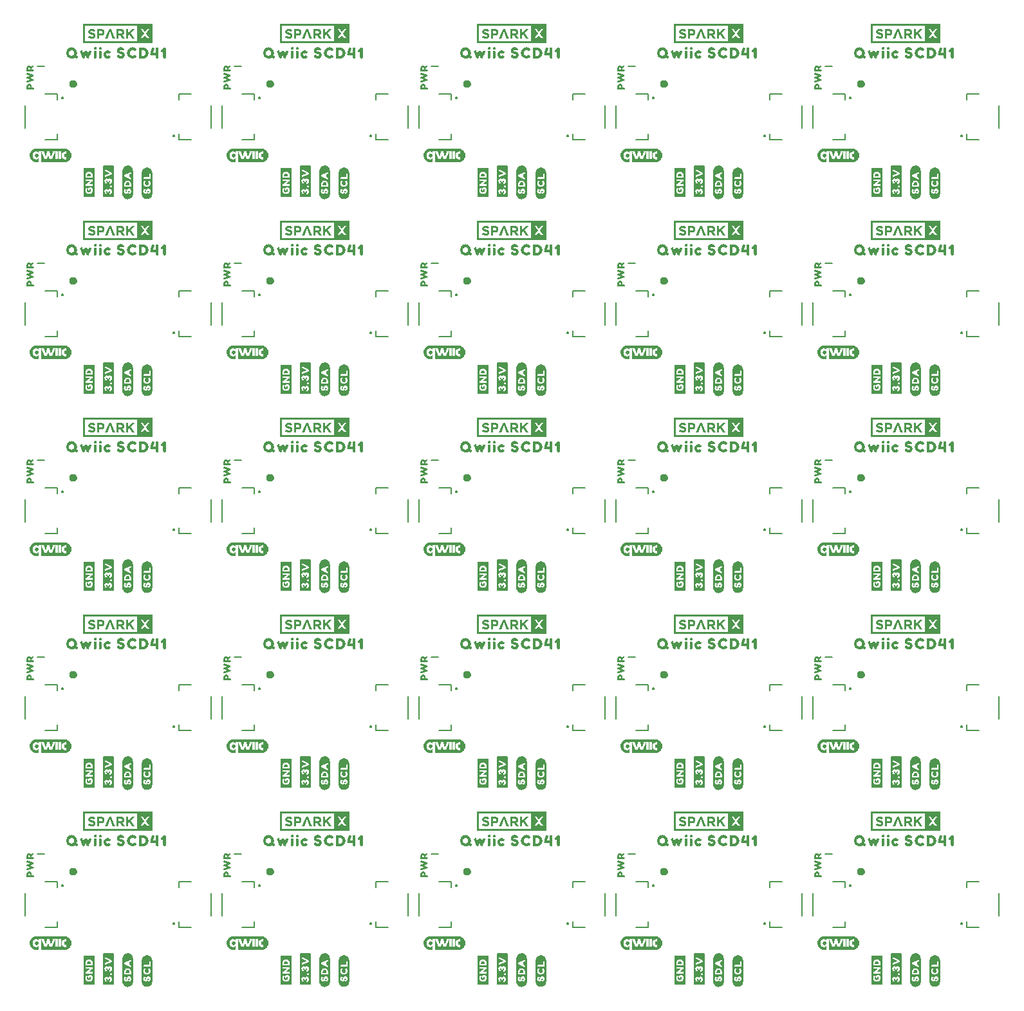
<source format=gto>
G04 EAGLE Gerber RS-274X export*
G75*
%MOMM*%
%FSLAX34Y34*%
%LPD*%
%INSilkscreen Top*%
%IPPOS*%
%AMOC8*
5,1,8,0,0,1.08239X$1,22.5*%
G01*
%ADD10C,0.203200*%
%ADD11C,0.700000*%

G36*
X950007Y1259871D02*
X950007Y1259871D01*
X950002Y1259879D01*
X950009Y1259885D01*
X950009Y1285195D01*
X949973Y1285243D01*
X949966Y1285237D01*
X949960Y1285245D01*
X858520Y1285245D01*
X858473Y1285209D01*
X858478Y1285201D01*
X858471Y1285195D01*
X858471Y1259885D01*
X858507Y1259837D01*
X858514Y1259843D01*
X858520Y1259835D01*
X949960Y1259835D01*
X950007Y1259871D01*
G37*
G36*
X690927Y1259871D02*
X690927Y1259871D01*
X690922Y1259879D01*
X690929Y1259885D01*
X690929Y1285195D01*
X690893Y1285243D01*
X690886Y1285237D01*
X690880Y1285245D01*
X599440Y1285245D01*
X599393Y1285209D01*
X599398Y1285201D01*
X599391Y1285195D01*
X599391Y1259885D01*
X599427Y1259837D01*
X599434Y1259843D01*
X599440Y1259835D01*
X690880Y1259835D01*
X690927Y1259871D01*
G37*
G36*
X431847Y1259871D02*
X431847Y1259871D01*
X431842Y1259879D01*
X431849Y1259885D01*
X431849Y1285195D01*
X431813Y1285243D01*
X431806Y1285237D01*
X431800Y1285245D01*
X340360Y1285245D01*
X340313Y1285209D01*
X340318Y1285201D01*
X340311Y1285195D01*
X340311Y1259885D01*
X340347Y1259837D01*
X340354Y1259843D01*
X340360Y1259835D01*
X431800Y1259835D01*
X431847Y1259871D01*
G37*
G36*
X1209087Y1259871D02*
X1209087Y1259871D01*
X1209082Y1259879D01*
X1209089Y1259885D01*
X1209089Y1285195D01*
X1209053Y1285243D01*
X1209046Y1285237D01*
X1209040Y1285245D01*
X1117600Y1285245D01*
X1117553Y1285209D01*
X1117558Y1285201D01*
X1117551Y1285195D01*
X1117551Y1259885D01*
X1117587Y1259837D01*
X1117594Y1259843D01*
X1117600Y1259835D01*
X1209040Y1259835D01*
X1209087Y1259871D01*
G37*
G36*
X172767Y1259871D02*
X172767Y1259871D01*
X172762Y1259879D01*
X172769Y1259885D01*
X172769Y1285195D01*
X172733Y1285243D01*
X172726Y1285237D01*
X172720Y1285245D01*
X81280Y1285245D01*
X81233Y1285209D01*
X81238Y1285201D01*
X81231Y1285195D01*
X81231Y1259885D01*
X81267Y1259837D01*
X81274Y1259843D01*
X81280Y1259835D01*
X172720Y1259835D01*
X172767Y1259871D01*
G37*
G36*
X690927Y223551D02*
X690927Y223551D01*
X690922Y223559D01*
X690929Y223565D01*
X690929Y248875D01*
X690893Y248923D01*
X690886Y248917D01*
X690880Y248925D01*
X599440Y248925D01*
X599393Y248889D01*
X599398Y248881D01*
X599391Y248875D01*
X599391Y223565D01*
X599427Y223517D01*
X599434Y223523D01*
X599440Y223515D01*
X690880Y223515D01*
X690927Y223551D01*
G37*
G36*
X172767Y741711D02*
X172767Y741711D01*
X172762Y741719D01*
X172769Y741725D01*
X172769Y767035D01*
X172733Y767083D01*
X172726Y767077D01*
X172720Y767085D01*
X81280Y767085D01*
X81233Y767049D01*
X81238Y767041D01*
X81231Y767035D01*
X81231Y741725D01*
X81267Y741677D01*
X81274Y741683D01*
X81280Y741675D01*
X172720Y741675D01*
X172767Y741711D01*
G37*
G36*
X690927Y741711D02*
X690927Y741711D01*
X690922Y741719D01*
X690929Y741725D01*
X690929Y767035D01*
X690893Y767083D01*
X690886Y767077D01*
X690880Y767085D01*
X599440Y767085D01*
X599393Y767049D01*
X599398Y767041D01*
X599391Y767035D01*
X599391Y741725D01*
X599427Y741677D01*
X599434Y741683D01*
X599440Y741675D01*
X690880Y741675D01*
X690927Y741711D01*
G37*
G36*
X1209087Y741711D02*
X1209087Y741711D01*
X1209082Y741719D01*
X1209089Y741725D01*
X1209089Y767035D01*
X1209053Y767083D01*
X1209046Y767077D01*
X1209040Y767085D01*
X1117600Y767085D01*
X1117553Y767049D01*
X1117558Y767041D01*
X1117551Y767035D01*
X1117551Y741725D01*
X1117587Y741677D01*
X1117594Y741683D01*
X1117600Y741675D01*
X1209040Y741675D01*
X1209087Y741711D01*
G37*
G36*
X431847Y741711D02*
X431847Y741711D01*
X431842Y741719D01*
X431849Y741725D01*
X431849Y767035D01*
X431813Y767083D01*
X431806Y767077D01*
X431800Y767085D01*
X340360Y767085D01*
X340313Y767049D01*
X340318Y767041D01*
X340311Y767035D01*
X340311Y741725D01*
X340347Y741677D01*
X340354Y741683D01*
X340360Y741675D01*
X431800Y741675D01*
X431847Y741711D01*
G37*
G36*
X1209087Y482631D02*
X1209087Y482631D01*
X1209082Y482639D01*
X1209089Y482645D01*
X1209089Y507955D01*
X1209053Y508003D01*
X1209046Y507997D01*
X1209040Y508005D01*
X1117600Y508005D01*
X1117553Y507969D01*
X1117558Y507961D01*
X1117551Y507955D01*
X1117551Y482645D01*
X1117587Y482597D01*
X1117594Y482603D01*
X1117600Y482595D01*
X1209040Y482595D01*
X1209087Y482631D01*
G37*
G36*
X431847Y223551D02*
X431847Y223551D01*
X431842Y223559D01*
X431849Y223565D01*
X431849Y248875D01*
X431813Y248923D01*
X431806Y248917D01*
X431800Y248925D01*
X340360Y248925D01*
X340313Y248889D01*
X340318Y248881D01*
X340311Y248875D01*
X340311Y223565D01*
X340347Y223517D01*
X340354Y223523D01*
X340360Y223515D01*
X431800Y223515D01*
X431847Y223551D01*
G37*
G36*
X950007Y482631D02*
X950007Y482631D01*
X950002Y482639D01*
X950009Y482645D01*
X950009Y507955D01*
X949973Y508003D01*
X949966Y507997D01*
X949960Y508005D01*
X858520Y508005D01*
X858473Y507969D01*
X858478Y507961D01*
X858471Y507955D01*
X858471Y482645D01*
X858507Y482597D01*
X858514Y482603D01*
X858520Y482595D01*
X949960Y482595D01*
X950007Y482631D01*
G37*
G36*
X690927Y482631D02*
X690927Y482631D01*
X690922Y482639D01*
X690929Y482645D01*
X690929Y507955D01*
X690893Y508003D01*
X690886Y507997D01*
X690880Y508005D01*
X599440Y508005D01*
X599393Y507969D01*
X599398Y507961D01*
X599391Y507955D01*
X599391Y482645D01*
X599427Y482597D01*
X599434Y482603D01*
X599440Y482595D01*
X690880Y482595D01*
X690927Y482631D01*
G37*
G36*
X950007Y741711D02*
X950007Y741711D01*
X950002Y741719D01*
X950009Y741725D01*
X950009Y767035D01*
X949973Y767083D01*
X949966Y767077D01*
X949960Y767085D01*
X858520Y767085D01*
X858473Y767049D01*
X858478Y767041D01*
X858471Y767035D01*
X858471Y741725D01*
X858507Y741677D01*
X858514Y741683D01*
X858520Y741675D01*
X949960Y741675D01*
X950007Y741711D01*
G37*
G36*
X1209087Y1000791D02*
X1209087Y1000791D01*
X1209082Y1000799D01*
X1209089Y1000805D01*
X1209089Y1026115D01*
X1209053Y1026163D01*
X1209046Y1026157D01*
X1209040Y1026165D01*
X1117600Y1026165D01*
X1117553Y1026129D01*
X1117558Y1026121D01*
X1117551Y1026115D01*
X1117551Y1000805D01*
X1117587Y1000757D01*
X1117594Y1000763D01*
X1117600Y1000755D01*
X1209040Y1000755D01*
X1209087Y1000791D01*
G37*
G36*
X431847Y1000791D02*
X431847Y1000791D01*
X431842Y1000799D01*
X431849Y1000805D01*
X431849Y1026115D01*
X431813Y1026163D01*
X431806Y1026157D01*
X431800Y1026165D01*
X340360Y1026165D01*
X340313Y1026129D01*
X340318Y1026121D01*
X340311Y1026115D01*
X340311Y1000805D01*
X340347Y1000757D01*
X340354Y1000763D01*
X340360Y1000755D01*
X431800Y1000755D01*
X431847Y1000791D01*
G37*
G36*
X690927Y1000791D02*
X690927Y1000791D01*
X690922Y1000799D01*
X690929Y1000805D01*
X690929Y1026115D01*
X690893Y1026163D01*
X690886Y1026157D01*
X690880Y1026165D01*
X599440Y1026165D01*
X599393Y1026129D01*
X599398Y1026121D01*
X599391Y1026115D01*
X599391Y1000805D01*
X599427Y1000757D01*
X599434Y1000763D01*
X599440Y1000755D01*
X690880Y1000755D01*
X690927Y1000791D01*
G37*
G36*
X950007Y1000791D02*
X950007Y1000791D01*
X950002Y1000799D01*
X950009Y1000805D01*
X950009Y1026115D01*
X949973Y1026163D01*
X949966Y1026157D01*
X949960Y1026165D01*
X858520Y1026165D01*
X858473Y1026129D01*
X858478Y1026121D01*
X858471Y1026115D01*
X858471Y1000805D01*
X858507Y1000757D01*
X858514Y1000763D01*
X858520Y1000755D01*
X949960Y1000755D01*
X950007Y1000791D01*
G37*
G36*
X172767Y1000791D02*
X172767Y1000791D01*
X172762Y1000799D01*
X172769Y1000805D01*
X172769Y1026115D01*
X172733Y1026163D01*
X172726Y1026157D01*
X172720Y1026165D01*
X81280Y1026165D01*
X81233Y1026129D01*
X81238Y1026121D01*
X81231Y1026115D01*
X81231Y1000805D01*
X81267Y1000757D01*
X81274Y1000763D01*
X81280Y1000755D01*
X172720Y1000755D01*
X172767Y1000791D01*
G37*
G36*
X431847Y482631D02*
X431847Y482631D01*
X431842Y482639D01*
X431849Y482645D01*
X431849Y507955D01*
X431813Y508003D01*
X431806Y507997D01*
X431800Y508005D01*
X340360Y508005D01*
X340313Y507969D01*
X340318Y507961D01*
X340311Y507955D01*
X340311Y482645D01*
X340347Y482597D01*
X340354Y482603D01*
X340360Y482595D01*
X431800Y482595D01*
X431847Y482631D01*
G37*
G36*
X172767Y482631D02*
X172767Y482631D01*
X172762Y482639D01*
X172769Y482645D01*
X172769Y507955D01*
X172733Y508003D01*
X172726Y507997D01*
X172720Y508005D01*
X81280Y508005D01*
X81233Y507969D01*
X81238Y507961D01*
X81231Y507955D01*
X81231Y482645D01*
X81267Y482597D01*
X81274Y482603D01*
X81280Y482595D01*
X172720Y482595D01*
X172767Y482631D01*
G37*
G36*
X1209087Y223551D02*
X1209087Y223551D01*
X1209082Y223559D01*
X1209089Y223565D01*
X1209089Y248875D01*
X1209053Y248923D01*
X1209046Y248917D01*
X1209040Y248925D01*
X1117600Y248925D01*
X1117553Y248889D01*
X1117558Y248881D01*
X1117551Y248875D01*
X1117551Y223565D01*
X1117587Y223517D01*
X1117594Y223523D01*
X1117600Y223515D01*
X1209040Y223515D01*
X1209087Y223551D01*
G37*
G36*
X172733Y248923D02*
X172733Y248923D01*
X172726Y248917D01*
X172720Y248925D01*
X81280Y248925D01*
X81233Y248889D01*
X81238Y248881D01*
X81231Y248875D01*
X81231Y223565D01*
X81267Y223517D01*
X81274Y223523D01*
X81280Y223515D01*
X172720Y223515D01*
X172767Y223551D01*
X172762Y223559D01*
X172769Y223565D01*
X172769Y248875D01*
X172733Y248923D01*
G37*
G36*
X950007Y223551D02*
X950007Y223551D01*
X950002Y223559D01*
X950009Y223565D01*
X950009Y248875D01*
X949973Y248923D01*
X949966Y248917D01*
X949960Y248925D01*
X858520Y248925D01*
X858473Y248889D01*
X858478Y248881D01*
X858471Y248875D01*
X858471Y223565D01*
X858507Y223517D01*
X858514Y223523D01*
X858520Y223515D01*
X949960Y223515D01*
X950007Y223551D01*
G37*
%LPC*%
G36*
X601839Y1262284D02*
X601839Y1262284D01*
X601839Y1282796D01*
X670403Y1282796D01*
X670403Y1262284D01*
X601839Y1262284D01*
G37*
%LPD*%
%LPC*%
G36*
X83679Y1262284D02*
X83679Y1262284D01*
X83679Y1282796D01*
X152243Y1282796D01*
X152243Y1262284D01*
X83679Y1262284D01*
G37*
%LPD*%
%LPC*%
G36*
X342759Y1262284D02*
X342759Y1262284D01*
X342759Y1282796D01*
X411323Y1282796D01*
X411323Y1262284D01*
X342759Y1262284D01*
G37*
%LPD*%
%LPC*%
G36*
X1119999Y1262284D02*
X1119999Y1262284D01*
X1119999Y1282796D01*
X1188563Y1282796D01*
X1188563Y1262284D01*
X1119999Y1262284D01*
G37*
%LPD*%
%LPC*%
G36*
X860919Y1262284D02*
X860919Y1262284D01*
X860919Y1282796D01*
X929483Y1282796D01*
X929483Y1262284D01*
X860919Y1262284D01*
G37*
%LPD*%
%LPC*%
G36*
X1119999Y744124D02*
X1119999Y744124D01*
X1119999Y764636D01*
X1188563Y764636D01*
X1188563Y744124D01*
X1119999Y744124D01*
G37*
%LPD*%
%LPC*%
G36*
X860919Y485044D02*
X860919Y485044D01*
X860919Y505556D01*
X929483Y505556D01*
X929483Y485044D01*
X860919Y485044D01*
G37*
%LPD*%
%LPC*%
G36*
X83679Y744124D02*
X83679Y744124D01*
X83679Y764636D01*
X152243Y764636D01*
X152243Y744124D01*
X83679Y744124D01*
G37*
%LPD*%
%LPC*%
G36*
X342759Y1003204D02*
X342759Y1003204D01*
X342759Y1023716D01*
X411323Y1023716D01*
X411323Y1003204D01*
X342759Y1003204D01*
G37*
%LPD*%
%LPC*%
G36*
X1119999Y1003204D02*
X1119999Y1003204D01*
X1119999Y1023716D01*
X1188563Y1023716D01*
X1188563Y1003204D01*
X1119999Y1003204D01*
G37*
%LPD*%
%LPC*%
G36*
X860919Y744124D02*
X860919Y744124D01*
X860919Y764636D01*
X929483Y764636D01*
X929483Y744124D01*
X860919Y744124D01*
G37*
%LPD*%
%LPC*%
G36*
X860919Y1003204D02*
X860919Y1003204D01*
X860919Y1023716D01*
X929483Y1023716D01*
X929483Y1003204D01*
X860919Y1003204D01*
G37*
%LPD*%
%LPC*%
G36*
X83679Y1003204D02*
X83679Y1003204D01*
X83679Y1023716D01*
X152243Y1023716D01*
X152243Y1003204D01*
X83679Y1003204D01*
G37*
%LPD*%
%LPC*%
G36*
X601839Y1003204D02*
X601839Y1003204D01*
X601839Y1023716D01*
X670403Y1023716D01*
X670403Y1003204D01*
X601839Y1003204D01*
G37*
%LPD*%
%LPC*%
G36*
X601839Y485044D02*
X601839Y485044D01*
X601839Y505556D01*
X670403Y505556D01*
X670403Y485044D01*
X601839Y485044D01*
G37*
%LPD*%
%LPC*%
G36*
X342759Y744124D02*
X342759Y744124D01*
X342759Y764636D01*
X411323Y764636D01*
X411323Y744124D01*
X342759Y744124D01*
G37*
%LPD*%
%LPC*%
G36*
X601839Y744124D02*
X601839Y744124D01*
X601839Y764636D01*
X670403Y764636D01*
X670403Y744124D01*
X601839Y744124D01*
G37*
%LPD*%
%LPC*%
G36*
X601839Y225964D02*
X601839Y225964D01*
X601839Y246476D01*
X670403Y246476D01*
X670403Y225964D01*
X601839Y225964D01*
G37*
%LPD*%
%LPC*%
G36*
X342759Y485044D02*
X342759Y485044D01*
X342759Y505556D01*
X411323Y505556D01*
X411323Y485044D01*
X342759Y485044D01*
G37*
%LPD*%
%LPC*%
G36*
X860919Y225964D02*
X860919Y225964D01*
X860919Y246476D01*
X929483Y246476D01*
X929483Y225964D01*
X860919Y225964D01*
G37*
%LPD*%
%LPC*%
G36*
X83679Y485044D02*
X83679Y485044D01*
X83679Y505556D01*
X152243Y505556D01*
X152243Y485044D01*
X83679Y485044D01*
G37*
%LPD*%
%LPC*%
G36*
X1119999Y225964D02*
X1119999Y225964D01*
X1119999Y246476D01*
X1188563Y246476D01*
X1188563Y225964D01*
X1119999Y225964D01*
G37*
%LPD*%
%LPC*%
G36*
X83679Y225964D02*
X83679Y225964D01*
X83679Y246476D01*
X152243Y246476D01*
X152243Y225964D01*
X83679Y225964D01*
G37*
%LPD*%
%LPC*%
G36*
X1119999Y485044D02*
X1119999Y485044D01*
X1119999Y505556D01*
X1188563Y505556D01*
X1188563Y485044D01*
X1119999Y485044D01*
G37*
%LPD*%
%LPC*%
G36*
X342759Y225964D02*
X342759Y225964D01*
X342759Y246476D01*
X411323Y246476D01*
X411323Y225964D01*
X342759Y225964D01*
G37*
%LPD*%
G36*
X281383Y844437D02*
X281383Y844437D01*
X281404Y844440D01*
X281413Y844457D01*
X281422Y844463D01*
X281420Y844472D01*
X281427Y844486D01*
X281443Y844873D01*
X281442Y844874D01*
X281443Y844875D01*
X281443Y849110D01*
X281443Y849111D01*
X281433Y849504D01*
X281426Y849515D01*
X281428Y849528D01*
X281408Y849541D01*
X281395Y849561D01*
X281382Y849558D01*
X281371Y849566D01*
X281337Y849551D01*
X281328Y849549D01*
X281327Y849546D01*
X281324Y849545D01*
X280893Y849059D01*
X280490Y848732D01*
X280043Y848469D01*
X279558Y848284D01*
X279051Y848167D01*
X278533Y848114D01*
X278012Y848135D01*
X277491Y848184D01*
X276984Y848303D01*
X276485Y848455D01*
X276022Y848693D01*
X275572Y848954D01*
X275184Y849302D01*
X274819Y849672D01*
X274514Y850095D01*
X274253Y850545D01*
X274037Y851021D01*
X273877Y851517D01*
X273751Y852026D01*
X273678Y852543D01*
X273638Y853066D01*
X273633Y853590D01*
X273673Y854113D01*
X273740Y854631D01*
X273866Y855140D01*
X274023Y855637D01*
X274240Y856112D01*
X274502Y856561D01*
X274809Y856982D01*
X275177Y857350D01*
X275566Y857696D01*
X276021Y857949D01*
X276489Y858176D01*
X276988Y858328D01*
X277498Y858433D01*
X278019Y858481D01*
X278540Y858490D01*
X279058Y858431D01*
X279563Y858307D01*
X280046Y858116D01*
X280493Y857852D01*
X280897Y857530D01*
X281327Y856982D01*
X281342Y856977D01*
X281350Y856964D01*
X281372Y856967D01*
X281392Y856960D01*
X281402Y856971D01*
X281418Y856973D01*
X281430Y857001D01*
X281438Y857009D01*
X281437Y857015D01*
X281440Y857020D01*
X281443Y857520D01*
X281443Y858049D01*
X281446Y858391D01*
X284681Y858391D01*
X284682Y858391D01*
X284699Y858391D01*
X284699Y844773D01*
X284700Y844771D01*
X284700Y844769D01*
X284716Y844485D01*
X284729Y844468D01*
X284732Y844447D01*
X284750Y844439D01*
X284757Y844430D01*
X284766Y844432D01*
X284779Y844426D01*
X315707Y844426D01*
X315710Y844428D01*
X315713Y844426D01*
X317294Y844577D01*
X317296Y844579D01*
X317299Y844578D01*
X317817Y844675D01*
X317820Y844678D01*
X317824Y844677D01*
X319336Y845159D01*
X319340Y845163D01*
X319347Y845164D01*
X320743Y845921D01*
X320745Y845926D01*
X320752Y845928D01*
X321985Y846927D01*
X321986Y846930D01*
X321991Y846932D01*
X322354Y847314D01*
X322355Y847316D01*
X322357Y847317D01*
X323031Y848134D01*
X323031Y848136D01*
X323034Y848138D01*
X323337Y848569D01*
X323337Y848572D01*
X323341Y848575D01*
X324085Y849977D01*
X324085Y849982D01*
X324086Y849983D01*
X324088Y849985D01*
X324088Y849986D01*
X324090Y849987D01*
X324560Y851504D01*
X324559Y851509D01*
X324563Y851514D01*
X324633Y852037D01*
X324633Y852038D01*
X324633Y852039D01*
X324739Y853093D01*
X324738Y853095D01*
X324740Y853098D01*
X324748Y853625D01*
X324746Y853627D01*
X324748Y853632D01*
X324588Y855212D01*
X324584Y855216D01*
X324585Y855224D01*
X324114Y856740D01*
X324111Y856743D01*
X324111Y856748D01*
X323888Y857226D01*
X323886Y857227D01*
X323886Y857229D01*
X323381Y858160D01*
X323379Y858161D01*
X323378Y858164D01*
X323088Y858604D01*
X323086Y858605D01*
X323084Y858610D01*
X322411Y859426D01*
X322409Y859426D01*
X322409Y859428D01*
X322376Y859464D01*
X322320Y859527D01*
X322264Y859590D01*
X322208Y859653D01*
X322152Y859715D01*
X322096Y859778D01*
X322057Y859821D01*
X322053Y859822D01*
X322050Y859828D01*
X320825Y860838D01*
X320820Y860839D01*
X320815Y860845D01*
X319421Y861604D01*
X319417Y861604D01*
X319413Y861608D01*
X318918Y861791D01*
X318917Y861791D01*
X318915Y861792D01*
X317904Y862106D01*
X317902Y862106D01*
X317899Y862108D01*
X317385Y862222D01*
X317382Y862220D01*
X317378Y862223D01*
X316324Y862329D01*
X315799Y862382D01*
X315796Y862381D01*
X315792Y862382D01*
X278741Y862382D01*
X278739Y862381D01*
X278735Y862382D01*
X277155Y862234D01*
X277153Y862233D01*
X277150Y862234D01*
X276631Y862143D01*
X276628Y862140D01*
X276623Y862141D01*
X275108Y861665D01*
X275105Y861661D01*
X275097Y861660D01*
X273702Y860903D01*
X273700Y860899D01*
X273694Y860897D01*
X273274Y860577D01*
X273274Y860576D01*
X273272Y860576D01*
X272456Y859902D01*
X272455Y859899D01*
X272451Y859898D01*
X272083Y859520D01*
X272082Y859518D01*
X272079Y859516D01*
X271406Y858700D01*
X271405Y858698D01*
X271403Y858696D01*
X271095Y858269D01*
X271094Y858265D01*
X271090Y858262D01*
X270340Y856863D01*
X270341Y856858D01*
X270336Y856852D01*
X269865Y855336D01*
X269866Y855331D01*
X269863Y855326D01*
X269786Y854804D01*
X269787Y854803D01*
X269786Y854801D01*
X269679Y853748D01*
X269680Y853746D01*
X269679Y853744D01*
X269664Y853217D01*
X269666Y853214D01*
X269664Y853209D01*
X269824Y851629D01*
X269827Y851625D01*
X269826Y851617D01*
X270291Y850099D01*
X270294Y850097D01*
X270294Y850092D01*
X270512Y849612D01*
X270514Y849611D01*
X270514Y849608D01*
X271019Y848678D01*
X271021Y848676D01*
X271021Y848674D01*
X271306Y848230D01*
X271309Y848228D01*
X271311Y848224D01*
X271320Y848212D01*
X271373Y848150D01*
X271426Y848087D01*
X271584Y847899D01*
X271637Y847836D01*
X271690Y847773D01*
X271742Y847710D01*
X271795Y847648D01*
X271848Y847585D01*
X272006Y847397D01*
X272059Y847334D01*
X272112Y847271D01*
X272165Y847208D01*
X272217Y847146D01*
X272332Y847009D01*
X272337Y847008D01*
X272340Y847001D01*
X273565Y845991D01*
X273570Y845990D01*
X273575Y845984D01*
X274965Y845220D01*
X274969Y845220D01*
X274973Y845216D01*
X275465Y845027D01*
X275467Y845027D01*
X275469Y845025D01*
X276480Y844712D01*
X276482Y844712D01*
X276484Y844710D01*
X276997Y844590D01*
X277001Y844591D01*
X277005Y844589D01*
X278585Y844429D01*
X278588Y844431D01*
X278591Y844429D01*
X281365Y844426D01*
X281383Y844437D01*
G37*
G36*
X540463Y844437D02*
X540463Y844437D01*
X540484Y844440D01*
X540493Y844457D01*
X540502Y844463D01*
X540500Y844472D01*
X540507Y844486D01*
X540523Y844873D01*
X540522Y844874D01*
X540523Y844875D01*
X540523Y849110D01*
X540523Y849111D01*
X540513Y849504D01*
X540506Y849515D01*
X540508Y849528D01*
X540488Y849541D01*
X540475Y849561D01*
X540462Y849558D01*
X540451Y849566D01*
X540417Y849551D01*
X540408Y849549D01*
X540407Y849546D01*
X540404Y849545D01*
X539973Y849059D01*
X539570Y848732D01*
X539123Y848469D01*
X538638Y848284D01*
X538131Y848167D01*
X537613Y848114D01*
X537092Y848135D01*
X536571Y848184D01*
X536064Y848303D01*
X535565Y848455D01*
X535102Y848693D01*
X534652Y848954D01*
X534264Y849302D01*
X533899Y849672D01*
X533594Y850095D01*
X533333Y850545D01*
X533117Y851021D01*
X532957Y851517D01*
X532831Y852026D01*
X532758Y852543D01*
X532718Y853066D01*
X532713Y853590D01*
X532753Y854113D01*
X532820Y854631D01*
X532946Y855140D01*
X533103Y855637D01*
X533320Y856112D01*
X533582Y856561D01*
X533889Y856982D01*
X534257Y857350D01*
X534646Y857696D01*
X535101Y857949D01*
X535569Y858176D01*
X536068Y858328D01*
X536578Y858433D01*
X537099Y858481D01*
X537620Y858490D01*
X538138Y858431D01*
X538643Y858307D01*
X539126Y858116D01*
X539573Y857852D01*
X539977Y857530D01*
X540407Y856982D01*
X540422Y856977D01*
X540430Y856964D01*
X540452Y856967D01*
X540472Y856960D01*
X540482Y856971D01*
X540498Y856973D01*
X540510Y857001D01*
X540518Y857009D01*
X540517Y857015D01*
X540520Y857020D01*
X540523Y857520D01*
X540523Y858049D01*
X540526Y858391D01*
X543761Y858391D01*
X543762Y858391D01*
X543779Y858391D01*
X543779Y844773D01*
X543780Y844771D01*
X543780Y844769D01*
X543796Y844485D01*
X543809Y844468D01*
X543812Y844447D01*
X543830Y844439D01*
X543837Y844430D01*
X543846Y844432D01*
X543859Y844426D01*
X574787Y844426D01*
X574790Y844428D01*
X574793Y844426D01*
X576374Y844577D01*
X576376Y844579D01*
X576379Y844578D01*
X576897Y844675D01*
X576900Y844678D01*
X576904Y844677D01*
X578416Y845159D01*
X578420Y845163D01*
X578427Y845164D01*
X579823Y845921D01*
X579825Y845926D01*
X579832Y845928D01*
X581065Y846927D01*
X581066Y846930D01*
X581071Y846932D01*
X581434Y847314D01*
X581435Y847316D01*
X581437Y847317D01*
X582111Y848134D01*
X582111Y848136D01*
X582114Y848138D01*
X582417Y848569D01*
X582417Y848572D01*
X582421Y848575D01*
X583165Y849977D01*
X583165Y849982D01*
X583166Y849983D01*
X583168Y849985D01*
X583168Y849986D01*
X583170Y849987D01*
X583640Y851504D01*
X583639Y851509D01*
X583643Y851514D01*
X583713Y852037D01*
X583713Y852038D01*
X583713Y852039D01*
X583819Y853093D01*
X583818Y853095D01*
X583820Y853098D01*
X583828Y853625D01*
X583826Y853627D01*
X583828Y853632D01*
X583668Y855212D01*
X583664Y855216D01*
X583665Y855224D01*
X583194Y856740D01*
X583191Y856743D01*
X583191Y856748D01*
X582968Y857226D01*
X582966Y857227D01*
X582966Y857229D01*
X582461Y858160D01*
X582459Y858161D01*
X582458Y858164D01*
X582168Y858604D01*
X582166Y858605D01*
X582164Y858610D01*
X581491Y859426D01*
X581489Y859426D01*
X581489Y859428D01*
X581456Y859464D01*
X581400Y859527D01*
X581344Y859590D01*
X581288Y859653D01*
X581232Y859715D01*
X581176Y859778D01*
X581137Y859821D01*
X581133Y859822D01*
X581130Y859828D01*
X579905Y860838D01*
X579900Y860839D01*
X579895Y860845D01*
X578501Y861604D01*
X578497Y861604D01*
X578493Y861608D01*
X577998Y861791D01*
X577997Y861791D01*
X577995Y861792D01*
X576984Y862106D01*
X576982Y862106D01*
X576979Y862108D01*
X576465Y862222D01*
X576462Y862220D01*
X576458Y862223D01*
X575404Y862329D01*
X574879Y862382D01*
X574876Y862381D01*
X574872Y862382D01*
X537821Y862382D01*
X537819Y862381D01*
X537815Y862382D01*
X536235Y862234D01*
X536233Y862233D01*
X536230Y862234D01*
X535711Y862143D01*
X535708Y862140D01*
X535703Y862141D01*
X534188Y861665D01*
X534185Y861661D01*
X534177Y861660D01*
X532782Y860903D01*
X532780Y860899D01*
X532774Y860897D01*
X532354Y860577D01*
X532354Y860576D01*
X532352Y860576D01*
X531536Y859902D01*
X531535Y859899D01*
X531531Y859898D01*
X531163Y859520D01*
X531162Y859518D01*
X531159Y859516D01*
X530486Y858700D01*
X530485Y858698D01*
X530483Y858696D01*
X530175Y858269D01*
X530174Y858265D01*
X530170Y858262D01*
X529420Y856863D01*
X529421Y856858D01*
X529416Y856852D01*
X528945Y855336D01*
X528946Y855331D01*
X528943Y855326D01*
X528866Y854804D01*
X528867Y854803D01*
X528866Y854801D01*
X528759Y853748D01*
X528760Y853746D01*
X528759Y853744D01*
X528744Y853217D01*
X528746Y853214D01*
X528744Y853209D01*
X528904Y851629D01*
X528907Y851625D01*
X528906Y851617D01*
X529371Y850099D01*
X529374Y850097D01*
X529374Y850092D01*
X529592Y849612D01*
X529594Y849611D01*
X529594Y849608D01*
X530099Y848678D01*
X530101Y848676D01*
X530101Y848674D01*
X530386Y848230D01*
X530389Y848228D01*
X530391Y848224D01*
X530400Y848212D01*
X530453Y848150D01*
X530506Y848087D01*
X530664Y847899D01*
X530717Y847836D01*
X530770Y847773D01*
X530822Y847710D01*
X530875Y847648D01*
X530928Y847585D01*
X531086Y847397D01*
X531139Y847334D01*
X531192Y847271D01*
X531245Y847208D01*
X531297Y847146D01*
X531412Y847009D01*
X531417Y847008D01*
X531420Y847001D01*
X532645Y845991D01*
X532650Y845990D01*
X532655Y845984D01*
X534045Y845220D01*
X534049Y845220D01*
X534053Y845216D01*
X534545Y845027D01*
X534547Y845027D01*
X534549Y845025D01*
X535560Y844712D01*
X535562Y844712D01*
X535564Y844710D01*
X536077Y844590D01*
X536081Y844591D01*
X536085Y844589D01*
X537665Y844429D01*
X537668Y844431D01*
X537671Y844429D01*
X540445Y844426D01*
X540463Y844437D01*
G37*
G36*
X22303Y326277D02*
X22303Y326277D01*
X22324Y326280D01*
X22333Y326297D01*
X22342Y326303D01*
X22340Y326312D01*
X22347Y326326D01*
X22363Y326713D01*
X22362Y326714D01*
X22363Y326715D01*
X22363Y330950D01*
X22363Y330951D01*
X22353Y331344D01*
X22346Y331355D01*
X22348Y331368D01*
X22328Y331381D01*
X22315Y331401D01*
X22302Y331398D01*
X22291Y331406D01*
X22257Y331391D01*
X22248Y331389D01*
X22247Y331386D01*
X22244Y331385D01*
X21813Y330899D01*
X21410Y330572D01*
X20963Y330309D01*
X20478Y330124D01*
X19971Y330007D01*
X19453Y329954D01*
X18932Y329975D01*
X18411Y330024D01*
X17904Y330143D01*
X17405Y330295D01*
X16942Y330533D01*
X16492Y330794D01*
X16104Y331142D01*
X15739Y331512D01*
X15434Y331935D01*
X15173Y332385D01*
X14957Y332861D01*
X14797Y333357D01*
X14671Y333866D01*
X14598Y334383D01*
X14558Y334906D01*
X14553Y335430D01*
X14593Y335953D01*
X14660Y336471D01*
X14786Y336980D01*
X14943Y337477D01*
X15160Y337952D01*
X15422Y338401D01*
X15729Y338822D01*
X16097Y339190D01*
X16486Y339536D01*
X16941Y339789D01*
X17409Y340016D01*
X17908Y340168D01*
X18418Y340273D01*
X18939Y340321D01*
X19460Y340330D01*
X19978Y340271D01*
X20483Y340147D01*
X20966Y339956D01*
X21413Y339692D01*
X21817Y339370D01*
X22247Y338822D01*
X22262Y338817D01*
X22270Y338804D01*
X22292Y338807D01*
X22312Y338800D01*
X22322Y338811D01*
X22338Y338813D01*
X22350Y338841D01*
X22358Y338849D01*
X22357Y338855D01*
X22360Y338860D01*
X22363Y339360D01*
X22363Y339889D01*
X22366Y340231D01*
X25601Y340231D01*
X25602Y340231D01*
X25619Y340231D01*
X25619Y326613D01*
X25620Y326611D01*
X25620Y326609D01*
X25636Y326325D01*
X25649Y326308D01*
X25652Y326287D01*
X25670Y326279D01*
X25677Y326270D01*
X25686Y326272D01*
X25699Y326266D01*
X56627Y326266D01*
X56630Y326268D01*
X56633Y326266D01*
X58214Y326417D01*
X58216Y326419D01*
X58219Y326418D01*
X58737Y326515D01*
X58740Y326518D01*
X58744Y326517D01*
X60256Y326999D01*
X60260Y327003D01*
X60267Y327004D01*
X61663Y327761D01*
X61665Y327766D01*
X61672Y327768D01*
X62905Y328767D01*
X62906Y328770D01*
X62911Y328772D01*
X63274Y329154D01*
X63275Y329156D01*
X63277Y329157D01*
X63951Y329974D01*
X63951Y329976D01*
X63954Y329978D01*
X64257Y330409D01*
X64257Y330412D01*
X64261Y330415D01*
X65005Y331817D01*
X65005Y331822D01*
X65006Y331823D01*
X65008Y331825D01*
X65008Y331826D01*
X65010Y331827D01*
X65480Y333344D01*
X65479Y333349D01*
X65483Y333354D01*
X65553Y333877D01*
X65553Y333878D01*
X65553Y333879D01*
X65659Y334933D01*
X65658Y334935D01*
X65660Y334938D01*
X65668Y335465D01*
X65666Y335467D01*
X65668Y335472D01*
X65508Y337052D01*
X65504Y337056D01*
X65505Y337064D01*
X65034Y338580D01*
X65031Y338583D01*
X65031Y338588D01*
X64808Y339066D01*
X64806Y339067D01*
X64806Y339069D01*
X64301Y340000D01*
X64299Y340001D01*
X64298Y340004D01*
X64008Y340444D01*
X64006Y340445D01*
X64004Y340450D01*
X63331Y341266D01*
X63329Y341266D01*
X63329Y341268D01*
X63296Y341304D01*
X63240Y341367D01*
X63184Y341430D01*
X63128Y341493D01*
X63072Y341555D01*
X63016Y341618D01*
X62977Y341661D01*
X62973Y341662D01*
X62970Y341668D01*
X61745Y342678D01*
X61740Y342679D01*
X61735Y342685D01*
X60341Y343444D01*
X60337Y343444D01*
X60333Y343448D01*
X59838Y343631D01*
X59837Y343631D01*
X59835Y343632D01*
X58824Y343946D01*
X58822Y343946D01*
X58819Y343948D01*
X58305Y344062D01*
X58302Y344060D01*
X58298Y344063D01*
X57244Y344169D01*
X56719Y344222D01*
X56716Y344221D01*
X56712Y344222D01*
X19661Y344222D01*
X19659Y344221D01*
X19655Y344222D01*
X18075Y344074D01*
X18073Y344073D01*
X18070Y344074D01*
X17551Y343983D01*
X17548Y343980D01*
X17543Y343981D01*
X16028Y343505D01*
X16025Y343501D01*
X16017Y343500D01*
X14622Y342743D01*
X14620Y342739D01*
X14614Y342737D01*
X14194Y342417D01*
X14194Y342416D01*
X14192Y342416D01*
X13376Y341742D01*
X13375Y341739D01*
X13371Y341738D01*
X13003Y341360D01*
X13002Y341358D01*
X12999Y341356D01*
X12326Y340540D01*
X12325Y340538D01*
X12323Y340536D01*
X12015Y340109D01*
X12014Y340105D01*
X12010Y340102D01*
X11260Y338703D01*
X11261Y338698D01*
X11256Y338692D01*
X10785Y337176D01*
X10786Y337171D01*
X10783Y337166D01*
X10706Y336644D01*
X10707Y336643D01*
X10706Y336641D01*
X10599Y335588D01*
X10600Y335586D01*
X10599Y335584D01*
X10584Y335057D01*
X10586Y335054D01*
X10584Y335049D01*
X10744Y333469D01*
X10747Y333465D01*
X10746Y333457D01*
X11211Y331939D01*
X11214Y331937D01*
X11214Y331932D01*
X11432Y331452D01*
X11434Y331451D01*
X11434Y331448D01*
X11939Y330518D01*
X11941Y330516D01*
X11941Y330514D01*
X12226Y330070D01*
X12229Y330068D01*
X12231Y330064D01*
X12240Y330052D01*
X12293Y329990D01*
X12346Y329927D01*
X12504Y329739D01*
X12557Y329676D01*
X12610Y329613D01*
X12662Y329550D01*
X12715Y329488D01*
X12768Y329425D01*
X12926Y329237D01*
X12979Y329174D01*
X13032Y329111D01*
X13085Y329048D01*
X13137Y328986D01*
X13252Y328849D01*
X13257Y328848D01*
X13260Y328841D01*
X14485Y327831D01*
X14490Y327830D01*
X14495Y327824D01*
X15885Y327060D01*
X15889Y327060D01*
X15893Y327056D01*
X16385Y326867D01*
X16387Y326867D01*
X16389Y326865D01*
X17400Y326552D01*
X17402Y326552D01*
X17404Y326550D01*
X17917Y326430D01*
X17921Y326431D01*
X17925Y326429D01*
X19505Y326269D01*
X19508Y326271D01*
X19511Y326269D01*
X22285Y326266D01*
X22303Y326277D01*
G37*
G36*
X799543Y326277D02*
X799543Y326277D01*
X799564Y326280D01*
X799573Y326297D01*
X799582Y326303D01*
X799580Y326312D01*
X799587Y326326D01*
X799603Y326713D01*
X799602Y326714D01*
X799603Y326715D01*
X799603Y330950D01*
X799603Y330951D01*
X799593Y331344D01*
X799586Y331355D01*
X799588Y331368D01*
X799568Y331381D01*
X799555Y331401D01*
X799542Y331398D01*
X799531Y331406D01*
X799497Y331391D01*
X799488Y331389D01*
X799487Y331386D01*
X799484Y331385D01*
X799053Y330899D01*
X798650Y330572D01*
X798203Y330309D01*
X797718Y330124D01*
X797211Y330007D01*
X796693Y329954D01*
X796172Y329975D01*
X795651Y330024D01*
X795144Y330143D01*
X794645Y330295D01*
X794182Y330533D01*
X793732Y330794D01*
X793344Y331142D01*
X792979Y331512D01*
X792674Y331935D01*
X792413Y332385D01*
X792197Y332861D01*
X792037Y333357D01*
X791911Y333866D01*
X791838Y334383D01*
X791798Y334906D01*
X791793Y335430D01*
X791833Y335953D01*
X791900Y336471D01*
X792026Y336980D01*
X792183Y337477D01*
X792400Y337952D01*
X792662Y338401D01*
X792969Y338822D01*
X793337Y339190D01*
X793726Y339536D01*
X794181Y339789D01*
X794649Y340016D01*
X795148Y340168D01*
X795658Y340273D01*
X796179Y340321D01*
X796700Y340330D01*
X797218Y340271D01*
X797723Y340147D01*
X798206Y339956D01*
X798653Y339692D01*
X799057Y339370D01*
X799487Y338822D01*
X799502Y338817D01*
X799510Y338804D01*
X799532Y338807D01*
X799552Y338800D01*
X799562Y338811D01*
X799578Y338813D01*
X799590Y338841D01*
X799598Y338849D01*
X799597Y338855D01*
X799600Y338860D01*
X799603Y339360D01*
X799603Y339889D01*
X799606Y340231D01*
X802841Y340231D01*
X802842Y340231D01*
X802859Y340231D01*
X802859Y326613D01*
X802860Y326611D01*
X802860Y326609D01*
X802876Y326325D01*
X802889Y326308D01*
X802892Y326287D01*
X802910Y326279D01*
X802917Y326270D01*
X802926Y326272D01*
X802939Y326266D01*
X833867Y326266D01*
X833870Y326268D01*
X833873Y326266D01*
X835454Y326417D01*
X835456Y326419D01*
X835459Y326418D01*
X835977Y326515D01*
X835980Y326518D01*
X835984Y326517D01*
X837496Y326999D01*
X837500Y327003D01*
X837507Y327004D01*
X838903Y327761D01*
X838905Y327766D01*
X838912Y327768D01*
X840145Y328767D01*
X840146Y328770D01*
X840151Y328772D01*
X840514Y329154D01*
X840515Y329156D01*
X840517Y329157D01*
X841191Y329974D01*
X841191Y329976D01*
X841194Y329978D01*
X841497Y330409D01*
X841497Y330412D01*
X841501Y330415D01*
X842245Y331817D01*
X842245Y331822D01*
X842246Y331823D01*
X842248Y331825D01*
X842248Y331826D01*
X842250Y331827D01*
X842720Y333344D01*
X842719Y333349D01*
X842723Y333354D01*
X842793Y333877D01*
X842793Y333878D01*
X842793Y333879D01*
X842899Y334933D01*
X842898Y334935D01*
X842900Y334938D01*
X842908Y335465D01*
X842906Y335467D01*
X842908Y335472D01*
X842748Y337052D01*
X842744Y337056D01*
X842745Y337064D01*
X842274Y338580D01*
X842271Y338583D01*
X842271Y338588D01*
X842048Y339066D01*
X842046Y339067D01*
X842046Y339069D01*
X841541Y340000D01*
X841539Y340001D01*
X841538Y340004D01*
X841248Y340444D01*
X841246Y340445D01*
X841244Y340450D01*
X840571Y341266D01*
X840569Y341266D01*
X840569Y341268D01*
X840536Y341304D01*
X840480Y341367D01*
X840424Y341430D01*
X840368Y341493D01*
X840312Y341555D01*
X840256Y341618D01*
X840217Y341661D01*
X840213Y341662D01*
X840210Y341668D01*
X838985Y342678D01*
X838980Y342679D01*
X838975Y342685D01*
X837581Y343444D01*
X837577Y343444D01*
X837573Y343448D01*
X837078Y343631D01*
X837077Y343631D01*
X837075Y343632D01*
X836064Y343946D01*
X836062Y343946D01*
X836059Y343948D01*
X835545Y344062D01*
X835542Y344060D01*
X835538Y344063D01*
X834484Y344169D01*
X833959Y344222D01*
X833956Y344221D01*
X833952Y344222D01*
X796901Y344222D01*
X796899Y344221D01*
X796895Y344222D01*
X795315Y344074D01*
X795313Y344073D01*
X795310Y344074D01*
X794791Y343983D01*
X794788Y343980D01*
X794783Y343981D01*
X793268Y343505D01*
X793265Y343501D01*
X793257Y343500D01*
X791862Y342743D01*
X791860Y342739D01*
X791854Y342737D01*
X791434Y342417D01*
X791434Y342416D01*
X791432Y342416D01*
X790616Y341742D01*
X790615Y341739D01*
X790611Y341738D01*
X790243Y341360D01*
X790242Y341358D01*
X790239Y341356D01*
X789566Y340540D01*
X789565Y340538D01*
X789563Y340536D01*
X789255Y340109D01*
X789254Y340105D01*
X789250Y340102D01*
X788500Y338703D01*
X788501Y338698D01*
X788496Y338692D01*
X788025Y337176D01*
X788026Y337171D01*
X788023Y337166D01*
X787946Y336644D01*
X787947Y336643D01*
X787946Y336641D01*
X787839Y335588D01*
X787840Y335586D01*
X787839Y335584D01*
X787824Y335057D01*
X787826Y335054D01*
X787824Y335049D01*
X787984Y333469D01*
X787987Y333465D01*
X787986Y333457D01*
X788451Y331939D01*
X788454Y331937D01*
X788454Y331932D01*
X788672Y331452D01*
X788674Y331451D01*
X788674Y331448D01*
X789179Y330518D01*
X789181Y330516D01*
X789181Y330514D01*
X789466Y330070D01*
X789469Y330068D01*
X789471Y330064D01*
X789480Y330052D01*
X789533Y329990D01*
X789586Y329927D01*
X789744Y329739D01*
X789797Y329676D01*
X789850Y329613D01*
X789902Y329550D01*
X789955Y329488D01*
X790008Y329425D01*
X790166Y329237D01*
X790219Y329174D01*
X790272Y329111D01*
X790325Y329048D01*
X790377Y328986D01*
X790492Y328849D01*
X790497Y328848D01*
X790500Y328841D01*
X791725Y327831D01*
X791730Y327830D01*
X791735Y327824D01*
X793125Y327060D01*
X793129Y327060D01*
X793133Y327056D01*
X793625Y326867D01*
X793627Y326867D01*
X793629Y326865D01*
X794640Y326552D01*
X794642Y326552D01*
X794644Y326550D01*
X795157Y326430D01*
X795161Y326431D01*
X795165Y326429D01*
X796745Y326269D01*
X796748Y326271D01*
X796751Y326269D01*
X799525Y326266D01*
X799543Y326277D01*
G37*
G36*
X540463Y326277D02*
X540463Y326277D01*
X540484Y326280D01*
X540493Y326297D01*
X540502Y326303D01*
X540500Y326312D01*
X540507Y326326D01*
X540523Y326713D01*
X540522Y326714D01*
X540523Y326715D01*
X540523Y330950D01*
X540523Y330951D01*
X540513Y331344D01*
X540506Y331355D01*
X540508Y331368D01*
X540488Y331381D01*
X540475Y331401D01*
X540462Y331398D01*
X540451Y331406D01*
X540417Y331391D01*
X540408Y331389D01*
X540407Y331386D01*
X540404Y331385D01*
X539973Y330899D01*
X539570Y330572D01*
X539123Y330309D01*
X538638Y330124D01*
X538131Y330007D01*
X537613Y329954D01*
X537092Y329975D01*
X536571Y330024D01*
X536064Y330143D01*
X535565Y330295D01*
X535102Y330533D01*
X534652Y330794D01*
X534264Y331142D01*
X533899Y331512D01*
X533594Y331935D01*
X533333Y332385D01*
X533117Y332861D01*
X532957Y333357D01*
X532831Y333866D01*
X532758Y334383D01*
X532718Y334906D01*
X532713Y335430D01*
X532753Y335953D01*
X532820Y336471D01*
X532946Y336980D01*
X533103Y337477D01*
X533320Y337952D01*
X533582Y338401D01*
X533889Y338822D01*
X534257Y339190D01*
X534646Y339536D01*
X535101Y339789D01*
X535569Y340016D01*
X536068Y340168D01*
X536578Y340273D01*
X537099Y340321D01*
X537620Y340330D01*
X538138Y340271D01*
X538643Y340147D01*
X539126Y339956D01*
X539573Y339692D01*
X539977Y339370D01*
X540407Y338822D01*
X540422Y338817D01*
X540430Y338804D01*
X540452Y338807D01*
X540472Y338800D01*
X540482Y338811D01*
X540498Y338813D01*
X540510Y338841D01*
X540518Y338849D01*
X540517Y338855D01*
X540520Y338860D01*
X540523Y339360D01*
X540523Y339889D01*
X540526Y340231D01*
X543761Y340231D01*
X543762Y340231D01*
X543779Y340231D01*
X543779Y326613D01*
X543780Y326611D01*
X543780Y326609D01*
X543796Y326325D01*
X543809Y326308D01*
X543812Y326287D01*
X543830Y326279D01*
X543837Y326270D01*
X543846Y326272D01*
X543859Y326266D01*
X574787Y326266D01*
X574790Y326268D01*
X574793Y326266D01*
X576374Y326417D01*
X576376Y326419D01*
X576379Y326418D01*
X576897Y326515D01*
X576900Y326518D01*
X576904Y326517D01*
X578416Y326999D01*
X578420Y327003D01*
X578427Y327004D01*
X579823Y327761D01*
X579825Y327766D01*
X579832Y327768D01*
X581065Y328767D01*
X581066Y328770D01*
X581071Y328772D01*
X581434Y329154D01*
X581435Y329156D01*
X581437Y329157D01*
X582111Y329974D01*
X582111Y329976D01*
X582114Y329978D01*
X582417Y330409D01*
X582417Y330412D01*
X582421Y330415D01*
X583165Y331817D01*
X583165Y331822D01*
X583166Y331823D01*
X583168Y331825D01*
X583168Y331826D01*
X583170Y331827D01*
X583640Y333344D01*
X583639Y333349D01*
X583643Y333354D01*
X583713Y333877D01*
X583713Y333878D01*
X583713Y333879D01*
X583819Y334933D01*
X583818Y334935D01*
X583820Y334938D01*
X583828Y335465D01*
X583826Y335467D01*
X583828Y335472D01*
X583668Y337052D01*
X583664Y337056D01*
X583665Y337064D01*
X583194Y338580D01*
X583191Y338583D01*
X583191Y338588D01*
X582968Y339066D01*
X582966Y339067D01*
X582966Y339069D01*
X582461Y340000D01*
X582459Y340001D01*
X582458Y340004D01*
X582168Y340444D01*
X582166Y340445D01*
X582164Y340450D01*
X581491Y341266D01*
X581489Y341266D01*
X581489Y341268D01*
X581456Y341304D01*
X581400Y341367D01*
X581344Y341430D01*
X581288Y341493D01*
X581232Y341555D01*
X581176Y341618D01*
X581137Y341661D01*
X581133Y341662D01*
X581130Y341668D01*
X579905Y342678D01*
X579900Y342679D01*
X579895Y342685D01*
X578501Y343444D01*
X578497Y343444D01*
X578493Y343448D01*
X577998Y343631D01*
X577997Y343631D01*
X577995Y343632D01*
X576984Y343946D01*
X576982Y343946D01*
X576979Y343948D01*
X576465Y344062D01*
X576462Y344060D01*
X576458Y344063D01*
X575404Y344169D01*
X574879Y344222D01*
X574876Y344221D01*
X574872Y344222D01*
X537821Y344222D01*
X537819Y344221D01*
X537815Y344222D01*
X536235Y344074D01*
X536233Y344073D01*
X536230Y344074D01*
X535711Y343983D01*
X535708Y343980D01*
X535703Y343981D01*
X534188Y343505D01*
X534185Y343501D01*
X534177Y343500D01*
X532782Y342743D01*
X532780Y342739D01*
X532774Y342737D01*
X532354Y342417D01*
X532354Y342416D01*
X532352Y342416D01*
X531536Y341742D01*
X531535Y341739D01*
X531531Y341738D01*
X531163Y341360D01*
X531162Y341358D01*
X531159Y341356D01*
X530486Y340540D01*
X530485Y340538D01*
X530483Y340536D01*
X530175Y340109D01*
X530174Y340105D01*
X530170Y340102D01*
X529420Y338703D01*
X529421Y338698D01*
X529416Y338692D01*
X528945Y337176D01*
X528946Y337171D01*
X528943Y337166D01*
X528866Y336644D01*
X528867Y336643D01*
X528866Y336641D01*
X528759Y335588D01*
X528760Y335586D01*
X528759Y335584D01*
X528744Y335057D01*
X528746Y335054D01*
X528744Y335049D01*
X528904Y333469D01*
X528907Y333465D01*
X528906Y333457D01*
X529371Y331939D01*
X529374Y331937D01*
X529374Y331932D01*
X529592Y331452D01*
X529594Y331451D01*
X529594Y331448D01*
X530099Y330518D01*
X530101Y330516D01*
X530101Y330514D01*
X530386Y330070D01*
X530389Y330068D01*
X530391Y330064D01*
X530400Y330052D01*
X530453Y329990D01*
X530506Y329927D01*
X530664Y329739D01*
X530717Y329676D01*
X530770Y329613D01*
X530822Y329550D01*
X530875Y329488D01*
X530928Y329425D01*
X531086Y329237D01*
X531139Y329174D01*
X531192Y329111D01*
X531245Y329048D01*
X531297Y328986D01*
X531412Y328849D01*
X531417Y328848D01*
X531420Y328841D01*
X532645Y327831D01*
X532650Y327830D01*
X532655Y327824D01*
X534045Y327060D01*
X534049Y327060D01*
X534053Y327056D01*
X534545Y326867D01*
X534547Y326867D01*
X534549Y326865D01*
X535560Y326552D01*
X535562Y326552D01*
X535564Y326550D01*
X536077Y326430D01*
X536081Y326431D01*
X536085Y326429D01*
X537665Y326269D01*
X537668Y326271D01*
X537671Y326269D01*
X540445Y326266D01*
X540463Y326277D01*
G37*
G36*
X1058623Y326277D02*
X1058623Y326277D01*
X1058644Y326280D01*
X1058653Y326297D01*
X1058662Y326303D01*
X1058660Y326312D01*
X1058667Y326326D01*
X1058683Y326713D01*
X1058682Y326714D01*
X1058683Y326715D01*
X1058683Y330950D01*
X1058683Y330951D01*
X1058673Y331344D01*
X1058666Y331355D01*
X1058668Y331368D01*
X1058648Y331381D01*
X1058635Y331401D01*
X1058622Y331398D01*
X1058611Y331406D01*
X1058577Y331391D01*
X1058568Y331389D01*
X1058567Y331386D01*
X1058564Y331385D01*
X1058133Y330899D01*
X1057730Y330572D01*
X1057283Y330309D01*
X1056798Y330124D01*
X1056291Y330007D01*
X1055773Y329954D01*
X1055252Y329975D01*
X1054731Y330024D01*
X1054224Y330143D01*
X1053725Y330295D01*
X1053262Y330533D01*
X1052812Y330794D01*
X1052424Y331142D01*
X1052059Y331512D01*
X1051754Y331935D01*
X1051493Y332385D01*
X1051277Y332861D01*
X1051117Y333357D01*
X1050991Y333866D01*
X1050918Y334383D01*
X1050878Y334906D01*
X1050873Y335430D01*
X1050913Y335953D01*
X1050980Y336471D01*
X1051106Y336980D01*
X1051263Y337477D01*
X1051480Y337952D01*
X1051742Y338401D01*
X1052049Y338822D01*
X1052417Y339190D01*
X1052806Y339536D01*
X1053261Y339789D01*
X1053729Y340016D01*
X1054228Y340168D01*
X1054738Y340273D01*
X1055259Y340321D01*
X1055780Y340330D01*
X1056298Y340271D01*
X1056803Y340147D01*
X1057286Y339956D01*
X1057733Y339692D01*
X1058137Y339370D01*
X1058567Y338822D01*
X1058582Y338817D01*
X1058590Y338804D01*
X1058612Y338807D01*
X1058632Y338800D01*
X1058642Y338811D01*
X1058658Y338813D01*
X1058670Y338841D01*
X1058678Y338849D01*
X1058677Y338855D01*
X1058680Y338860D01*
X1058683Y339360D01*
X1058683Y339889D01*
X1058686Y340231D01*
X1061921Y340231D01*
X1061922Y340231D01*
X1061939Y340231D01*
X1061939Y326613D01*
X1061940Y326611D01*
X1061940Y326609D01*
X1061956Y326325D01*
X1061969Y326308D01*
X1061972Y326287D01*
X1061990Y326279D01*
X1061997Y326270D01*
X1062006Y326272D01*
X1062019Y326266D01*
X1092947Y326266D01*
X1092950Y326268D01*
X1092953Y326266D01*
X1094534Y326417D01*
X1094536Y326419D01*
X1094539Y326418D01*
X1095057Y326515D01*
X1095060Y326518D01*
X1095064Y326517D01*
X1096576Y326999D01*
X1096580Y327003D01*
X1096587Y327004D01*
X1097983Y327761D01*
X1097985Y327766D01*
X1097992Y327768D01*
X1099225Y328767D01*
X1099226Y328770D01*
X1099231Y328772D01*
X1099594Y329154D01*
X1099595Y329156D01*
X1099597Y329157D01*
X1100271Y329974D01*
X1100271Y329976D01*
X1100274Y329978D01*
X1100577Y330409D01*
X1100577Y330412D01*
X1100581Y330415D01*
X1101325Y331817D01*
X1101325Y331822D01*
X1101326Y331823D01*
X1101328Y331825D01*
X1101328Y331826D01*
X1101330Y331827D01*
X1101800Y333344D01*
X1101799Y333349D01*
X1101803Y333354D01*
X1101873Y333877D01*
X1101873Y333878D01*
X1101873Y333879D01*
X1101979Y334933D01*
X1101978Y334935D01*
X1101980Y334938D01*
X1101988Y335465D01*
X1101986Y335467D01*
X1101988Y335472D01*
X1101828Y337052D01*
X1101824Y337056D01*
X1101825Y337064D01*
X1101354Y338580D01*
X1101351Y338583D01*
X1101351Y338588D01*
X1101128Y339066D01*
X1101126Y339067D01*
X1101126Y339069D01*
X1100621Y340000D01*
X1100619Y340001D01*
X1100618Y340004D01*
X1100328Y340444D01*
X1100326Y340445D01*
X1100324Y340450D01*
X1099651Y341266D01*
X1099649Y341266D01*
X1099649Y341268D01*
X1099616Y341304D01*
X1099560Y341367D01*
X1099504Y341430D01*
X1099448Y341493D01*
X1099392Y341555D01*
X1099336Y341618D01*
X1099297Y341661D01*
X1099293Y341662D01*
X1099290Y341668D01*
X1098065Y342678D01*
X1098060Y342679D01*
X1098055Y342685D01*
X1096661Y343444D01*
X1096657Y343444D01*
X1096653Y343448D01*
X1096158Y343631D01*
X1096157Y343631D01*
X1096155Y343632D01*
X1095144Y343946D01*
X1095142Y343946D01*
X1095139Y343948D01*
X1094625Y344062D01*
X1094622Y344060D01*
X1094618Y344063D01*
X1093564Y344169D01*
X1093039Y344222D01*
X1093036Y344221D01*
X1093032Y344222D01*
X1055981Y344222D01*
X1055979Y344221D01*
X1055975Y344222D01*
X1054395Y344074D01*
X1054393Y344073D01*
X1054390Y344074D01*
X1053871Y343983D01*
X1053868Y343980D01*
X1053863Y343981D01*
X1052348Y343505D01*
X1052345Y343501D01*
X1052337Y343500D01*
X1050942Y342743D01*
X1050940Y342739D01*
X1050934Y342737D01*
X1050514Y342417D01*
X1050514Y342416D01*
X1050512Y342416D01*
X1049696Y341742D01*
X1049695Y341739D01*
X1049691Y341738D01*
X1049323Y341360D01*
X1049322Y341358D01*
X1049319Y341356D01*
X1048646Y340540D01*
X1048645Y340538D01*
X1048643Y340536D01*
X1048335Y340109D01*
X1048334Y340105D01*
X1048330Y340102D01*
X1047580Y338703D01*
X1047581Y338698D01*
X1047576Y338692D01*
X1047105Y337176D01*
X1047106Y337171D01*
X1047103Y337166D01*
X1047026Y336644D01*
X1047027Y336643D01*
X1047026Y336641D01*
X1046919Y335588D01*
X1046920Y335586D01*
X1046919Y335584D01*
X1046904Y335057D01*
X1046906Y335054D01*
X1046904Y335049D01*
X1047064Y333469D01*
X1047067Y333465D01*
X1047066Y333457D01*
X1047531Y331939D01*
X1047534Y331937D01*
X1047534Y331932D01*
X1047752Y331452D01*
X1047754Y331451D01*
X1047754Y331448D01*
X1048259Y330518D01*
X1048261Y330516D01*
X1048261Y330514D01*
X1048546Y330070D01*
X1048549Y330068D01*
X1048551Y330064D01*
X1048560Y330052D01*
X1048613Y329990D01*
X1048666Y329927D01*
X1048824Y329739D01*
X1048877Y329676D01*
X1048930Y329613D01*
X1048982Y329550D01*
X1049035Y329488D01*
X1049088Y329425D01*
X1049246Y329237D01*
X1049299Y329174D01*
X1049352Y329111D01*
X1049405Y329048D01*
X1049457Y328986D01*
X1049572Y328849D01*
X1049577Y328848D01*
X1049580Y328841D01*
X1050805Y327831D01*
X1050810Y327830D01*
X1050815Y327824D01*
X1052205Y327060D01*
X1052209Y327060D01*
X1052213Y327056D01*
X1052705Y326867D01*
X1052707Y326867D01*
X1052709Y326865D01*
X1053720Y326552D01*
X1053722Y326552D01*
X1053724Y326550D01*
X1054237Y326430D01*
X1054241Y326431D01*
X1054245Y326429D01*
X1055825Y326269D01*
X1055828Y326271D01*
X1055831Y326269D01*
X1058605Y326266D01*
X1058623Y326277D01*
G37*
G36*
X1058623Y844437D02*
X1058623Y844437D01*
X1058644Y844440D01*
X1058653Y844457D01*
X1058662Y844463D01*
X1058660Y844472D01*
X1058667Y844486D01*
X1058683Y844873D01*
X1058682Y844874D01*
X1058683Y844875D01*
X1058683Y849110D01*
X1058683Y849111D01*
X1058673Y849504D01*
X1058666Y849515D01*
X1058668Y849528D01*
X1058648Y849541D01*
X1058635Y849561D01*
X1058622Y849558D01*
X1058611Y849566D01*
X1058577Y849551D01*
X1058568Y849549D01*
X1058567Y849546D01*
X1058564Y849545D01*
X1058133Y849059D01*
X1057730Y848732D01*
X1057283Y848469D01*
X1056798Y848284D01*
X1056291Y848167D01*
X1055773Y848114D01*
X1055252Y848135D01*
X1054731Y848184D01*
X1054224Y848303D01*
X1053725Y848455D01*
X1053262Y848693D01*
X1052812Y848954D01*
X1052424Y849302D01*
X1052059Y849672D01*
X1051754Y850095D01*
X1051493Y850545D01*
X1051277Y851021D01*
X1051117Y851517D01*
X1050991Y852026D01*
X1050918Y852543D01*
X1050878Y853066D01*
X1050873Y853590D01*
X1050913Y854113D01*
X1050980Y854631D01*
X1051106Y855140D01*
X1051263Y855637D01*
X1051480Y856112D01*
X1051742Y856561D01*
X1052049Y856982D01*
X1052417Y857350D01*
X1052806Y857696D01*
X1053261Y857949D01*
X1053729Y858176D01*
X1054228Y858328D01*
X1054738Y858433D01*
X1055259Y858481D01*
X1055780Y858490D01*
X1056298Y858431D01*
X1056803Y858307D01*
X1057286Y858116D01*
X1057733Y857852D01*
X1058137Y857530D01*
X1058567Y856982D01*
X1058582Y856977D01*
X1058590Y856964D01*
X1058612Y856967D01*
X1058632Y856960D01*
X1058642Y856971D01*
X1058658Y856973D01*
X1058670Y857001D01*
X1058678Y857009D01*
X1058677Y857015D01*
X1058680Y857020D01*
X1058683Y857520D01*
X1058683Y858049D01*
X1058686Y858391D01*
X1061921Y858391D01*
X1061922Y858391D01*
X1061939Y858391D01*
X1061939Y844773D01*
X1061940Y844771D01*
X1061940Y844769D01*
X1061956Y844485D01*
X1061969Y844468D01*
X1061972Y844447D01*
X1061990Y844439D01*
X1061997Y844430D01*
X1062006Y844432D01*
X1062019Y844426D01*
X1092947Y844426D01*
X1092950Y844428D01*
X1092953Y844426D01*
X1094534Y844577D01*
X1094536Y844579D01*
X1094539Y844578D01*
X1095057Y844675D01*
X1095060Y844678D01*
X1095064Y844677D01*
X1096576Y845159D01*
X1096580Y845163D01*
X1096587Y845164D01*
X1097983Y845921D01*
X1097985Y845926D01*
X1097992Y845928D01*
X1099225Y846927D01*
X1099226Y846930D01*
X1099231Y846932D01*
X1099594Y847314D01*
X1099595Y847316D01*
X1099597Y847317D01*
X1100271Y848134D01*
X1100271Y848136D01*
X1100274Y848138D01*
X1100577Y848569D01*
X1100577Y848572D01*
X1100581Y848575D01*
X1101325Y849977D01*
X1101325Y849982D01*
X1101326Y849983D01*
X1101328Y849985D01*
X1101328Y849986D01*
X1101330Y849987D01*
X1101800Y851504D01*
X1101799Y851509D01*
X1101803Y851514D01*
X1101873Y852037D01*
X1101873Y852038D01*
X1101873Y852039D01*
X1101979Y853093D01*
X1101978Y853095D01*
X1101980Y853098D01*
X1101988Y853625D01*
X1101986Y853627D01*
X1101988Y853632D01*
X1101828Y855212D01*
X1101824Y855216D01*
X1101825Y855224D01*
X1101354Y856740D01*
X1101351Y856743D01*
X1101351Y856748D01*
X1101128Y857226D01*
X1101126Y857227D01*
X1101126Y857229D01*
X1100621Y858160D01*
X1100619Y858161D01*
X1100618Y858164D01*
X1100328Y858604D01*
X1100326Y858605D01*
X1100324Y858610D01*
X1099651Y859426D01*
X1099649Y859426D01*
X1099649Y859428D01*
X1099616Y859464D01*
X1099560Y859527D01*
X1099504Y859590D01*
X1099448Y859653D01*
X1099392Y859715D01*
X1099336Y859778D01*
X1099297Y859821D01*
X1099293Y859822D01*
X1099290Y859828D01*
X1098065Y860838D01*
X1098060Y860839D01*
X1098055Y860845D01*
X1096661Y861604D01*
X1096657Y861604D01*
X1096653Y861608D01*
X1096158Y861791D01*
X1096157Y861791D01*
X1096155Y861792D01*
X1095144Y862106D01*
X1095142Y862106D01*
X1095139Y862108D01*
X1094625Y862222D01*
X1094622Y862220D01*
X1094618Y862223D01*
X1093564Y862329D01*
X1093039Y862382D01*
X1093036Y862381D01*
X1093032Y862382D01*
X1055981Y862382D01*
X1055979Y862381D01*
X1055975Y862382D01*
X1054395Y862234D01*
X1054393Y862233D01*
X1054390Y862234D01*
X1053871Y862143D01*
X1053868Y862140D01*
X1053863Y862141D01*
X1052348Y861665D01*
X1052345Y861661D01*
X1052337Y861660D01*
X1050942Y860903D01*
X1050940Y860899D01*
X1050934Y860897D01*
X1050514Y860577D01*
X1050514Y860576D01*
X1050512Y860576D01*
X1049696Y859902D01*
X1049695Y859899D01*
X1049691Y859898D01*
X1049323Y859520D01*
X1049322Y859518D01*
X1049319Y859516D01*
X1048646Y858700D01*
X1048645Y858698D01*
X1048643Y858696D01*
X1048335Y858269D01*
X1048334Y858265D01*
X1048330Y858262D01*
X1047580Y856863D01*
X1047581Y856858D01*
X1047576Y856852D01*
X1047105Y855336D01*
X1047106Y855331D01*
X1047103Y855326D01*
X1047026Y854804D01*
X1047027Y854803D01*
X1047026Y854801D01*
X1046919Y853748D01*
X1046920Y853746D01*
X1046919Y853744D01*
X1046904Y853217D01*
X1046906Y853214D01*
X1046904Y853209D01*
X1047064Y851629D01*
X1047067Y851625D01*
X1047066Y851617D01*
X1047531Y850099D01*
X1047534Y850097D01*
X1047534Y850092D01*
X1047752Y849612D01*
X1047754Y849611D01*
X1047754Y849608D01*
X1048259Y848678D01*
X1048261Y848676D01*
X1048261Y848674D01*
X1048546Y848230D01*
X1048549Y848228D01*
X1048551Y848224D01*
X1048560Y848212D01*
X1048613Y848150D01*
X1048666Y848087D01*
X1048824Y847899D01*
X1048877Y847836D01*
X1048930Y847773D01*
X1048982Y847710D01*
X1049035Y847648D01*
X1049088Y847585D01*
X1049246Y847397D01*
X1049299Y847334D01*
X1049352Y847271D01*
X1049405Y847208D01*
X1049457Y847146D01*
X1049572Y847009D01*
X1049577Y847008D01*
X1049580Y847001D01*
X1050805Y845991D01*
X1050810Y845990D01*
X1050815Y845984D01*
X1052205Y845220D01*
X1052209Y845220D01*
X1052213Y845216D01*
X1052705Y845027D01*
X1052707Y845027D01*
X1052709Y845025D01*
X1053720Y844712D01*
X1053722Y844712D01*
X1053724Y844710D01*
X1054237Y844590D01*
X1054241Y844591D01*
X1054245Y844589D01*
X1055825Y844429D01*
X1055828Y844431D01*
X1055831Y844429D01*
X1058605Y844426D01*
X1058623Y844437D01*
G37*
G36*
X22303Y585357D02*
X22303Y585357D01*
X22324Y585360D01*
X22333Y585377D01*
X22342Y585383D01*
X22340Y585392D01*
X22347Y585406D01*
X22363Y585793D01*
X22362Y585794D01*
X22363Y585795D01*
X22363Y590030D01*
X22363Y590031D01*
X22353Y590424D01*
X22346Y590435D01*
X22348Y590448D01*
X22328Y590461D01*
X22315Y590481D01*
X22302Y590478D01*
X22291Y590486D01*
X22257Y590471D01*
X22248Y590469D01*
X22247Y590466D01*
X22244Y590465D01*
X21813Y589979D01*
X21410Y589652D01*
X20963Y589389D01*
X20478Y589204D01*
X19971Y589087D01*
X19453Y589034D01*
X18932Y589055D01*
X18411Y589104D01*
X17904Y589223D01*
X17405Y589375D01*
X16942Y589613D01*
X16492Y589874D01*
X16104Y590222D01*
X15739Y590592D01*
X15434Y591015D01*
X15173Y591465D01*
X14957Y591941D01*
X14797Y592437D01*
X14671Y592946D01*
X14598Y593463D01*
X14558Y593986D01*
X14553Y594510D01*
X14593Y595033D01*
X14660Y595551D01*
X14786Y596060D01*
X14943Y596557D01*
X15160Y597032D01*
X15422Y597481D01*
X15729Y597902D01*
X16097Y598270D01*
X16486Y598616D01*
X16941Y598869D01*
X17409Y599096D01*
X17908Y599248D01*
X18418Y599353D01*
X18939Y599401D01*
X19460Y599410D01*
X19978Y599351D01*
X20483Y599227D01*
X20966Y599036D01*
X21413Y598772D01*
X21817Y598450D01*
X22247Y597902D01*
X22262Y597897D01*
X22270Y597884D01*
X22292Y597887D01*
X22312Y597880D01*
X22322Y597891D01*
X22338Y597893D01*
X22350Y597921D01*
X22358Y597929D01*
X22357Y597935D01*
X22360Y597940D01*
X22363Y598440D01*
X22363Y598969D01*
X22366Y599311D01*
X25601Y599311D01*
X25602Y599311D01*
X25619Y599311D01*
X25619Y585693D01*
X25620Y585691D01*
X25620Y585689D01*
X25636Y585405D01*
X25649Y585388D01*
X25652Y585367D01*
X25670Y585359D01*
X25677Y585350D01*
X25686Y585352D01*
X25699Y585346D01*
X56627Y585346D01*
X56630Y585348D01*
X56633Y585346D01*
X58214Y585497D01*
X58216Y585499D01*
X58219Y585498D01*
X58737Y585595D01*
X58740Y585598D01*
X58744Y585597D01*
X60256Y586079D01*
X60260Y586083D01*
X60267Y586084D01*
X61663Y586841D01*
X61665Y586846D01*
X61672Y586848D01*
X62905Y587847D01*
X62906Y587850D01*
X62911Y587852D01*
X63274Y588234D01*
X63275Y588236D01*
X63277Y588237D01*
X63951Y589054D01*
X63951Y589056D01*
X63954Y589058D01*
X64257Y589489D01*
X64257Y589492D01*
X64261Y589495D01*
X65005Y590897D01*
X65005Y590902D01*
X65006Y590903D01*
X65008Y590905D01*
X65008Y590906D01*
X65010Y590907D01*
X65480Y592424D01*
X65479Y592429D01*
X65483Y592434D01*
X65553Y592957D01*
X65553Y592958D01*
X65553Y592959D01*
X65659Y594013D01*
X65658Y594015D01*
X65660Y594018D01*
X65668Y594545D01*
X65666Y594547D01*
X65668Y594552D01*
X65508Y596132D01*
X65504Y596136D01*
X65505Y596144D01*
X65034Y597660D01*
X65031Y597663D01*
X65031Y597668D01*
X64808Y598146D01*
X64806Y598147D01*
X64806Y598149D01*
X64301Y599080D01*
X64299Y599081D01*
X64298Y599084D01*
X64008Y599524D01*
X64006Y599525D01*
X64004Y599530D01*
X63331Y600346D01*
X63329Y600346D01*
X63329Y600348D01*
X63296Y600384D01*
X63240Y600447D01*
X63184Y600510D01*
X63128Y600573D01*
X63072Y600635D01*
X63016Y600698D01*
X62977Y600741D01*
X62973Y600742D01*
X62970Y600748D01*
X61745Y601758D01*
X61740Y601759D01*
X61735Y601765D01*
X60341Y602524D01*
X60337Y602524D01*
X60333Y602528D01*
X59838Y602711D01*
X59837Y602711D01*
X59835Y602712D01*
X58824Y603026D01*
X58822Y603026D01*
X58819Y603028D01*
X58305Y603142D01*
X58302Y603140D01*
X58298Y603143D01*
X57244Y603249D01*
X56719Y603302D01*
X56716Y603301D01*
X56712Y603302D01*
X19661Y603302D01*
X19659Y603301D01*
X19655Y603302D01*
X18075Y603154D01*
X18073Y603153D01*
X18070Y603154D01*
X17551Y603063D01*
X17548Y603060D01*
X17543Y603061D01*
X16028Y602585D01*
X16025Y602581D01*
X16017Y602580D01*
X14622Y601823D01*
X14620Y601819D01*
X14614Y601817D01*
X14194Y601497D01*
X14194Y601496D01*
X14192Y601496D01*
X13376Y600822D01*
X13375Y600819D01*
X13371Y600818D01*
X13003Y600440D01*
X13002Y600438D01*
X12999Y600436D01*
X12326Y599620D01*
X12325Y599618D01*
X12323Y599616D01*
X12015Y599189D01*
X12014Y599185D01*
X12010Y599182D01*
X11260Y597783D01*
X11261Y597778D01*
X11256Y597772D01*
X10785Y596256D01*
X10786Y596251D01*
X10783Y596246D01*
X10706Y595724D01*
X10707Y595723D01*
X10706Y595721D01*
X10599Y594668D01*
X10600Y594666D01*
X10599Y594664D01*
X10584Y594137D01*
X10586Y594134D01*
X10584Y594129D01*
X10744Y592549D01*
X10747Y592545D01*
X10746Y592537D01*
X11211Y591019D01*
X11214Y591017D01*
X11214Y591012D01*
X11432Y590532D01*
X11434Y590531D01*
X11434Y590528D01*
X11939Y589598D01*
X11941Y589596D01*
X11941Y589594D01*
X12226Y589150D01*
X12229Y589148D01*
X12231Y589144D01*
X12240Y589132D01*
X12293Y589070D01*
X12346Y589007D01*
X12504Y588819D01*
X12557Y588756D01*
X12610Y588693D01*
X12662Y588630D01*
X12715Y588568D01*
X12768Y588505D01*
X12926Y588317D01*
X12979Y588254D01*
X13032Y588191D01*
X13085Y588128D01*
X13137Y588066D01*
X13252Y587929D01*
X13257Y587928D01*
X13260Y587921D01*
X14485Y586911D01*
X14490Y586910D01*
X14495Y586904D01*
X15885Y586140D01*
X15889Y586140D01*
X15893Y586136D01*
X16385Y585947D01*
X16387Y585947D01*
X16389Y585945D01*
X17400Y585632D01*
X17402Y585632D01*
X17404Y585630D01*
X17917Y585510D01*
X17921Y585511D01*
X17925Y585509D01*
X19505Y585349D01*
X19508Y585351D01*
X19511Y585349D01*
X22285Y585346D01*
X22303Y585357D01*
G37*
G36*
X22303Y1103517D02*
X22303Y1103517D01*
X22324Y1103520D01*
X22333Y1103537D01*
X22342Y1103543D01*
X22340Y1103552D01*
X22347Y1103566D01*
X22363Y1103953D01*
X22362Y1103954D01*
X22363Y1103955D01*
X22363Y1108190D01*
X22363Y1108191D01*
X22353Y1108584D01*
X22346Y1108595D01*
X22348Y1108608D01*
X22328Y1108621D01*
X22315Y1108641D01*
X22302Y1108638D01*
X22291Y1108646D01*
X22257Y1108631D01*
X22248Y1108629D01*
X22247Y1108626D01*
X22244Y1108625D01*
X21813Y1108139D01*
X21410Y1107812D01*
X20963Y1107549D01*
X20478Y1107364D01*
X19971Y1107247D01*
X19453Y1107194D01*
X18932Y1107215D01*
X18411Y1107264D01*
X17904Y1107383D01*
X17405Y1107535D01*
X16942Y1107773D01*
X16492Y1108034D01*
X16104Y1108382D01*
X15739Y1108752D01*
X15434Y1109175D01*
X15173Y1109625D01*
X14957Y1110101D01*
X14797Y1110597D01*
X14671Y1111106D01*
X14598Y1111623D01*
X14558Y1112146D01*
X14553Y1112670D01*
X14593Y1113193D01*
X14660Y1113711D01*
X14786Y1114220D01*
X14943Y1114717D01*
X15160Y1115192D01*
X15422Y1115641D01*
X15729Y1116062D01*
X16097Y1116430D01*
X16486Y1116776D01*
X16941Y1117029D01*
X17409Y1117256D01*
X17908Y1117408D01*
X18418Y1117513D01*
X18939Y1117561D01*
X19460Y1117570D01*
X19978Y1117511D01*
X20483Y1117387D01*
X20966Y1117196D01*
X21413Y1116932D01*
X21817Y1116610D01*
X22247Y1116062D01*
X22262Y1116057D01*
X22270Y1116044D01*
X22292Y1116047D01*
X22312Y1116040D01*
X22322Y1116051D01*
X22338Y1116053D01*
X22350Y1116081D01*
X22358Y1116089D01*
X22357Y1116095D01*
X22360Y1116100D01*
X22363Y1116600D01*
X22363Y1117129D01*
X22366Y1117471D01*
X25601Y1117471D01*
X25602Y1117471D01*
X25619Y1117471D01*
X25619Y1103853D01*
X25620Y1103851D01*
X25620Y1103849D01*
X25636Y1103565D01*
X25649Y1103548D01*
X25652Y1103527D01*
X25670Y1103519D01*
X25677Y1103510D01*
X25686Y1103512D01*
X25699Y1103506D01*
X56627Y1103506D01*
X56630Y1103508D01*
X56633Y1103506D01*
X58214Y1103657D01*
X58216Y1103659D01*
X58219Y1103658D01*
X58737Y1103755D01*
X58740Y1103758D01*
X58744Y1103757D01*
X60256Y1104239D01*
X60260Y1104243D01*
X60267Y1104244D01*
X61663Y1105001D01*
X61665Y1105006D01*
X61672Y1105008D01*
X62905Y1106007D01*
X62906Y1106010D01*
X62911Y1106012D01*
X63274Y1106394D01*
X63275Y1106396D01*
X63277Y1106397D01*
X63951Y1107214D01*
X63951Y1107216D01*
X63954Y1107218D01*
X64257Y1107649D01*
X64257Y1107652D01*
X64261Y1107655D01*
X65005Y1109057D01*
X65005Y1109062D01*
X65006Y1109063D01*
X65008Y1109065D01*
X65008Y1109066D01*
X65010Y1109067D01*
X65480Y1110584D01*
X65479Y1110589D01*
X65483Y1110594D01*
X65553Y1111117D01*
X65553Y1111118D01*
X65553Y1111119D01*
X65659Y1112173D01*
X65658Y1112175D01*
X65660Y1112178D01*
X65668Y1112705D01*
X65666Y1112707D01*
X65668Y1112712D01*
X65508Y1114292D01*
X65504Y1114296D01*
X65505Y1114304D01*
X65034Y1115820D01*
X65031Y1115823D01*
X65031Y1115828D01*
X64808Y1116306D01*
X64806Y1116307D01*
X64806Y1116309D01*
X64301Y1117240D01*
X64299Y1117241D01*
X64298Y1117244D01*
X64008Y1117684D01*
X64006Y1117685D01*
X64004Y1117690D01*
X63331Y1118506D01*
X63329Y1118506D01*
X63329Y1118508D01*
X63296Y1118544D01*
X63240Y1118607D01*
X63184Y1118670D01*
X63128Y1118733D01*
X63072Y1118795D01*
X63016Y1118858D01*
X62977Y1118901D01*
X62973Y1118902D01*
X62970Y1118908D01*
X61745Y1119918D01*
X61740Y1119919D01*
X61735Y1119925D01*
X60341Y1120684D01*
X60337Y1120684D01*
X60333Y1120688D01*
X59838Y1120871D01*
X59837Y1120871D01*
X59835Y1120872D01*
X58824Y1121186D01*
X58822Y1121186D01*
X58819Y1121188D01*
X58305Y1121302D01*
X58302Y1121300D01*
X58298Y1121303D01*
X57244Y1121409D01*
X56719Y1121462D01*
X56716Y1121461D01*
X56712Y1121462D01*
X19661Y1121462D01*
X19659Y1121461D01*
X19655Y1121462D01*
X18075Y1121314D01*
X18073Y1121313D01*
X18070Y1121314D01*
X17551Y1121223D01*
X17548Y1121220D01*
X17543Y1121221D01*
X16028Y1120745D01*
X16025Y1120741D01*
X16017Y1120740D01*
X14622Y1119983D01*
X14620Y1119979D01*
X14614Y1119977D01*
X14194Y1119657D01*
X14194Y1119656D01*
X14192Y1119656D01*
X13376Y1118982D01*
X13375Y1118979D01*
X13371Y1118978D01*
X13003Y1118600D01*
X13002Y1118598D01*
X12999Y1118596D01*
X12326Y1117780D01*
X12325Y1117778D01*
X12323Y1117776D01*
X12015Y1117349D01*
X12014Y1117345D01*
X12010Y1117342D01*
X11260Y1115943D01*
X11261Y1115938D01*
X11256Y1115932D01*
X10785Y1114416D01*
X10786Y1114411D01*
X10783Y1114406D01*
X10706Y1113884D01*
X10707Y1113883D01*
X10706Y1113881D01*
X10599Y1112828D01*
X10600Y1112826D01*
X10599Y1112824D01*
X10584Y1112297D01*
X10586Y1112294D01*
X10584Y1112289D01*
X10744Y1110709D01*
X10747Y1110705D01*
X10746Y1110697D01*
X11211Y1109179D01*
X11214Y1109177D01*
X11214Y1109172D01*
X11432Y1108692D01*
X11434Y1108691D01*
X11434Y1108688D01*
X11939Y1107758D01*
X11941Y1107756D01*
X11941Y1107754D01*
X12226Y1107310D01*
X12229Y1107308D01*
X12231Y1107304D01*
X12240Y1107292D01*
X12293Y1107230D01*
X12346Y1107167D01*
X12504Y1106979D01*
X12557Y1106916D01*
X12610Y1106853D01*
X12662Y1106790D01*
X12715Y1106728D01*
X12768Y1106665D01*
X12926Y1106477D01*
X12979Y1106414D01*
X13032Y1106351D01*
X13085Y1106288D01*
X13137Y1106226D01*
X13252Y1106089D01*
X13257Y1106088D01*
X13260Y1106081D01*
X14485Y1105071D01*
X14490Y1105070D01*
X14495Y1105064D01*
X15885Y1104300D01*
X15889Y1104300D01*
X15893Y1104296D01*
X16385Y1104107D01*
X16387Y1104107D01*
X16389Y1104105D01*
X17400Y1103792D01*
X17402Y1103792D01*
X17404Y1103790D01*
X17917Y1103670D01*
X17921Y1103671D01*
X17925Y1103669D01*
X19505Y1103509D01*
X19508Y1103511D01*
X19511Y1103509D01*
X22285Y1103506D01*
X22303Y1103517D01*
G37*
G36*
X22303Y67197D02*
X22303Y67197D01*
X22324Y67200D01*
X22333Y67217D01*
X22342Y67223D01*
X22340Y67232D01*
X22347Y67246D01*
X22363Y67633D01*
X22362Y67634D01*
X22363Y67635D01*
X22363Y71870D01*
X22363Y71871D01*
X22353Y72264D01*
X22346Y72275D01*
X22348Y72288D01*
X22328Y72301D01*
X22315Y72321D01*
X22302Y72318D01*
X22291Y72326D01*
X22257Y72311D01*
X22248Y72309D01*
X22247Y72306D01*
X22244Y72305D01*
X21813Y71819D01*
X21410Y71492D01*
X20963Y71229D01*
X20478Y71044D01*
X19971Y70927D01*
X19453Y70874D01*
X18932Y70895D01*
X18411Y70944D01*
X17904Y71063D01*
X17405Y71215D01*
X16942Y71453D01*
X16492Y71714D01*
X16104Y72062D01*
X15739Y72432D01*
X15434Y72855D01*
X15173Y73305D01*
X14957Y73781D01*
X14797Y74277D01*
X14671Y74786D01*
X14598Y75303D01*
X14558Y75826D01*
X14553Y76350D01*
X14593Y76873D01*
X14660Y77391D01*
X14786Y77900D01*
X14943Y78397D01*
X15160Y78872D01*
X15422Y79321D01*
X15729Y79742D01*
X16097Y80110D01*
X16486Y80456D01*
X16941Y80709D01*
X17409Y80936D01*
X17908Y81088D01*
X18418Y81193D01*
X18939Y81241D01*
X19460Y81250D01*
X19978Y81191D01*
X20483Y81067D01*
X20966Y80876D01*
X21413Y80612D01*
X21817Y80290D01*
X22247Y79742D01*
X22262Y79737D01*
X22270Y79724D01*
X22292Y79727D01*
X22312Y79720D01*
X22322Y79731D01*
X22338Y79733D01*
X22350Y79761D01*
X22358Y79769D01*
X22357Y79775D01*
X22360Y79780D01*
X22363Y80280D01*
X22363Y80809D01*
X22366Y81151D01*
X25601Y81151D01*
X25602Y81151D01*
X25619Y81151D01*
X25619Y67533D01*
X25620Y67531D01*
X25620Y67529D01*
X25636Y67245D01*
X25649Y67228D01*
X25652Y67207D01*
X25670Y67199D01*
X25677Y67190D01*
X25686Y67192D01*
X25699Y67186D01*
X56627Y67186D01*
X56630Y67188D01*
X56633Y67186D01*
X58214Y67337D01*
X58216Y67339D01*
X58219Y67338D01*
X58737Y67435D01*
X58740Y67438D01*
X58744Y67437D01*
X60256Y67919D01*
X60260Y67923D01*
X60267Y67924D01*
X61663Y68681D01*
X61665Y68686D01*
X61672Y68688D01*
X62905Y69687D01*
X62906Y69690D01*
X62911Y69692D01*
X63274Y70074D01*
X63275Y70076D01*
X63277Y70077D01*
X63951Y70894D01*
X63951Y70896D01*
X63954Y70898D01*
X64257Y71329D01*
X64257Y71332D01*
X64261Y71335D01*
X65005Y72737D01*
X65005Y72742D01*
X65006Y72743D01*
X65008Y72745D01*
X65008Y72746D01*
X65010Y72747D01*
X65480Y74264D01*
X65479Y74269D01*
X65483Y74274D01*
X65553Y74797D01*
X65553Y74798D01*
X65553Y74799D01*
X65659Y75853D01*
X65658Y75855D01*
X65660Y75858D01*
X65668Y76385D01*
X65666Y76387D01*
X65668Y76392D01*
X65508Y77972D01*
X65504Y77976D01*
X65505Y77984D01*
X65034Y79500D01*
X65031Y79503D01*
X65031Y79508D01*
X64808Y79986D01*
X64806Y79987D01*
X64806Y79989D01*
X64301Y80920D01*
X64299Y80921D01*
X64298Y80924D01*
X64008Y81364D01*
X64006Y81365D01*
X64004Y81370D01*
X63331Y82186D01*
X63329Y82186D01*
X63329Y82188D01*
X63296Y82224D01*
X63240Y82287D01*
X63184Y82350D01*
X63128Y82413D01*
X63072Y82475D01*
X63016Y82538D01*
X62977Y82581D01*
X62973Y82582D01*
X62970Y82588D01*
X61745Y83598D01*
X61740Y83599D01*
X61735Y83605D01*
X60341Y84364D01*
X60337Y84364D01*
X60333Y84368D01*
X59838Y84551D01*
X59837Y84551D01*
X59835Y84552D01*
X58824Y84866D01*
X58822Y84866D01*
X58819Y84868D01*
X58305Y84982D01*
X58302Y84980D01*
X58298Y84983D01*
X57244Y85089D01*
X56719Y85142D01*
X56716Y85141D01*
X56712Y85142D01*
X19661Y85142D01*
X19659Y85141D01*
X19655Y85142D01*
X18075Y84994D01*
X18073Y84993D01*
X18070Y84994D01*
X17551Y84903D01*
X17548Y84900D01*
X17543Y84901D01*
X16028Y84425D01*
X16025Y84421D01*
X16017Y84420D01*
X14622Y83663D01*
X14620Y83659D01*
X14614Y83657D01*
X14194Y83337D01*
X14194Y83336D01*
X14192Y83336D01*
X13376Y82662D01*
X13375Y82659D01*
X13371Y82658D01*
X13003Y82280D01*
X13002Y82278D01*
X12999Y82276D01*
X12326Y81460D01*
X12325Y81458D01*
X12323Y81456D01*
X12015Y81029D01*
X12014Y81025D01*
X12010Y81022D01*
X11260Y79623D01*
X11261Y79618D01*
X11256Y79612D01*
X10785Y78096D01*
X10786Y78091D01*
X10783Y78086D01*
X10706Y77564D01*
X10707Y77563D01*
X10706Y77561D01*
X10599Y76508D01*
X10600Y76506D01*
X10599Y76504D01*
X10584Y75977D01*
X10586Y75974D01*
X10584Y75969D01*
X10744Y74389D01*
X10747Y74385D01*
X10746Y74377D01*
X11211Y72859D01*
X11214Y72857D01*
X11214Y72852D01*
X11432Y72372D01*
X11434Y72371D01*
X11434Y72368D01*
X11939Y71438D01*
X11941Y71436D01*
X11941Y71434D01*
X12226Y70990D01*
X12229Y70988D01*
X12231Y70984D01*
X12240Y70972D01*
X12293Y70910D01*
X12346Y70847D01*
X12504Y70659D01*
X12557Y70596D01*
X12610Y70533D01*
X12662Y70470D01*
X12715Y70408D01*
X12768Y70345D01*
X12926Y70157D01*
X12979Y70094D01*
X13032Y70031D01*
X13085Y69968D01*
X13137Y69906D01*
X13252Y69769D01*
X13257Y69768D01*
X13260Y69761D01*
X14485Y68751D01*
X14490Y68750D01*
X14495Y68744D01*
X15885Y67980D01*
X15889Y67980D01*
X15893Y67976D01*
X16385Y67787D01*
X16387Y67787D01*
X16389Y67785D01*
X17400Y67472D01*
X17402Y67472D01*
X17404Y67470D01*
X17917Y67350D01*
X17921Y67351D01*
X17925Y67349D01*
X19505Y67189D01*
X19508Y67191D01*
X19511Y67189D01*
X22285Y67186D01*
X22303Y67197D01*
G37*
G36*
X281383Y326277D02*
X281383Y326277D01*
X281404Y326280D01*
X281413Y326297D01*
X281422Y326303D01*
X281420Y326312D01*
X281427Y326326D01*
X281443Y326713D01*
X281442Y326714D01*
X281443Y326715D01*
X281443Y330950D01*
X281443Y330951D01*
X281433Y331344D01*
X281426Y331355D01*
X281428Y331368D01*
X281408Y331381D01*
X281395Y331401D01*
X281382Y331398D01*
X281371Y331406D01*
X281337Y331391D01*
X281328Y331389D01*
X281327Y331386D01*
X281324Y331385D01*
X280893Y330899D01*
X280490Y330572D01*
X280043Y330309D01*
X279558Y330124D01*
X279051Y330007D01*
X278533Y329954D01*
X278012Y329975D01*
X277491Y330024D01*
X276984Y330143D01*
X276485Y330295D01*
X276022Y330533D01*
X275572Y330794D01*
X275184Y331142D01*
X274819Y331512D01*
X274514Y331935D01*
X274253Y332385D01*
X274037Y332861D01*
X273877Y333357D01*
X273751Y333866D01*
X273678Y334383D01*
X273638Y334906D01*
X273633Y335430D01*
X273673Y335953D01*
X273740Y336471D01*
X273866Y336980D01*
X274023Y337477D01*
X274240Y337952D01*
X274502Y338401D01*
X274809Y338822D01*
X275177Y339190D01*
X275566Y339536D01*
X276021Y339789D01*
X276489Y340016D01*
X276988Y340168D01*
X277498Y340273D01*
X278019Y340321D01*
X278540Y340330D01*
X279058Y340271D01*
X279563Y340147D01*
X280046Y339956D01*
X280493Y339692D01*
X280897Y339370D01*
X281327Y338822D01*
X281342Y338817D01*
X281350Y338804D01*
X281372Y338807D01*
X281392Y338800D01*
X281402Y338811D01*
X281418Y338813D01*
X281430Y338841D01*
X281438Y338849D01*
X281437Y338855D01*
X281440Y338860D01*
X281443Y339360D01*
X281443Y339889D01*
X281446Y340231D01*
X284681Y340231D01*
X284682Y340231D01*
X284699Y340231D01*
X284699Y326613D01*
X284700Y326611D01*
X284700Y326609D01*
X284716Y326325D01*
X284729Y326308D01*
X284732Y326287D01*
X284750Y326279D01*
X284757Y326270D01*
X284766Y326272D01*
X284779Y326266D01*
X315707Y326266D01*
X315710Y326268D01*
X315713Y326266D01*
X317294Y326417D01*
X317296Y326419D01*
X317299Y326418D01*
X317817Y326515D01*
X317820Y326518D01*
X317824Y326517D01*
X319336Y326999D01*
X319340Y327003D01*
X319347Y327004D01*
X320743Y327761D01*
X320745Y327766D01*
X320752Y327768D01*
X321985Y328767D01*
X321986Y328770D01*
X321991Y328772D01*
X322354Y329154D01*
X322355Y329156D01*
X322357Y329157D01*
X323031Y329974D01*
X323031Y329976D01*
X323034Y329978D01*
X323337Y330409D01*
X323337Y330412D01*
X323341Y330415D01*
X324085Y331817D01*
X324085Y331822D01*
X324086Y331823D01*
X324088Y331825D01*
X324088Y331826D01*
X324090Y331827D01*
X324560Y333344D01*
X324559Y333349D01*
X324563Y333354D01*
X324633Y333877D01*
X324633Y333878D01*
X324633Y333879D01*
X324739Y334933D01*
X324738Y334935D01*
X324740Y334938D01*
X324748Y335465D01*
X324746Y335467D01*
X324748Y335472D01*
X324588Y337052D01*
X324584Y337056D01*
X324585Y337064D01*
X324114Y338580D01*
X324111Y338583D01*
X324111Y338588D01*
X323888Y339066D01*
X323886Y339067D01*
X323886Y339069D01*
X323381Y340000D01*
X323379Y340001D01*
X323378Y340004D01*
X323088Y340444D01*
X323086Y340445D01*
X323084Y340450D01*
X322411Y341266D01*
X322409Y341266D01*
X322409Y341268D01*
X322376Y341304D01*
X322320Y341367D01*
X322264Y341430D01*
X322208Y341493D01*
X322152Y341555D01*
X322096Y341618D01*
X322057Y341661D01*
X322053Y341662D01*
X322050Y341668D01*
X320825Y342678D01*
X320820Y342679D01*
X320815Y342685D01*
X319421Y343444D01*
X319417Y343444D01*
X319413Y343448D01*
X318918Y343631D01*
X318917Y343631D01*
X318915Y343632D01*
X317904Y343946D01*
X317902Y343946D01*
X317899Y343948D01*
X317385Y344062D01*
X317382Y344060D01*
X317378Y344063D01*
X316324Y344169D01*
X315799Y344222D01*
X315796Y344221D01*
X315792Y344222D01*
X278741Y344222D01*
X278739Y344221D01*
X278735Y344222D01*
X277155Y344074D01*
X277153Y344073D01*
X277150Y344074D01*
X276631Y343983D01*
X276628Y343980D01*
X276623Y343981D01*
X275108Y343505D01*
X275105Y343501D01*
X275097Y343500D01*
X273702Y342743D01*
X273700Y342739D01*
X273694Y342737D01*
X273274Y342417D01*
X273274Y342416D01*
X273272Y342416D01*
X272456Y341742D01*
X272455Y341739D01*
X272451Y341738D01*
X272083Y341360D01*
X272082Y341358D01*
X272079Y341356D01*
X271406Y340540D01*
X271405Y340538D01*
X271403Y340536D01*
X271095Y340109D01*
X271094Y340105D01*
X271090Y340102D01*
X270340Y338703D01*
X270341Y338698D01*
X270336Y338692D01*
X269865Y337176D01*
X269866Y337171D01*
X269863Y337166D01*
X269786Y336644D01*
X269787Y336643D01*
X269786Y336641D01*
X269679Y335588D01*
X269680Y335586D01*
X269679Y335584D01*
X269664Y335057D01*
X269666Y335054D01*
X269664Y335049D01*
X269824Y333469D01*
X269827Y333465D01*
X269826Y333457D01*
X270291Y331939D01*
X270294Y331937D01*
X270294Y331932D01*
X270512Y331452D01*
X270514Y331451D01*
X270514Y331448D01*
X271019Y330518D01*
X271021Y330516D01*
X271021Y330514D01*
X271306Y330070D01*
X271309Y330068D01*
X271311Y330064D01*
X271320Y330052D01*
X271373Y329990D01*
X271426Y329927D01*
X271584Y329739D01*
X271637Y329676D01*
X271690Y329613D01*
X271742Y329550D01*
X271795Y329488D01*
X271848Y329425D01*
X272006Y329237D01*
X272059Y329174D01*
X272112Y329111D01*
X272165Y329048D01*
X272217Y328986D01*
X272332Y328849D01*
X272337Y328848D01*
X272340Y328841D01*
X273565Y327831D01*
X273570Y327830D01*
X273575Y327824D01*
X274965Y327060D01*
X274969Y327060D01*
X274973Y327056D01*
X275465Y326867D01*
X275467Y326867D01*
X275469Y326865D01*
X276480Y326552D01*
X276482Y326552D01*
X276484Y326550D01*
X276997Y326430D01*
X277001Y326431D01*
X277005Y326429D01*
X278585Y326269D01*
X278588Y326271D01*
X278591Y326269D01*
X281365Y326266D01*
X281383Y326277D01*
G37*
G36*
X1058623Y67197D02*
X1058623Y67197D01*
X1058644Y67200D01*
X1058653Y67217D01*
X1058662Y67223D01*
X1058660Y67232D01*
X1058667Y67246D01*
X1058683Y67633D01*
X1058682Y67634D01*
X1058683Y67635D01*
X1058683Y71870D01*
X1058683Y71871D01*
X1058673Y72264D01*
X1058666Y72275D01*
X1058668Y72288D01*
X1058648Y72301D01*
X1058635Y72321D01*
X1058622Y72318D01*
X1058611Y72326D01*
X1058577Y72311D01*
X1058568Y72309D01*
X1058567Y72306D01*
X1058564Y72305D01*
X1058133Y71819D01*
X1057730Y71492D01*
X1057283Y71229D01*
X1056798Y71044D01*
X1056291Y70927D01*
X1055773Y70874D01*
X1055252Y70895D01*
X1054731Y70944D01*
X1054224Y71063D01*
X1053725Y71215D01*
X1053262Y71453D01*
X1052812Y71714D01*
X1052424Y72062D01*
X1052059Y72432D01*
X1051754Y72855D01*
X1051493Y73305D01*
X1051277Y73781D01*
X1051117Y74277D01*
X1050991Y74786D01*
X1050918Y75303D01*
X1050878Y75826D01*
X1050873Y76350D01*
X1050913Y76873D01*
X1050980Y77391D01*
X1051106Y77900D01*
X1051263Y78397D01*
X1051480Y78872D01*
X1051742Y79321D01*
X1052049Y79742D01*
X1052417Y80110D01*
X1052806Y80456D01*
X1053261Y80709D01*
X1053729Y80936D01*
X1054228Y81088D01*
X1054738Y81193D01*
X1055259Y81241D01*
X1055780Y81250D01*
X1056298Y81191D01*
X1056803Y81067D01*
X1057286Y80876D01*
X1057733Y80612D01*
X1058137Y80290D01*
X1058567Y79742D01*
X1058582Y79737D01*
X1058590Y79724D01*
X1058612Y79727D01*
X1058632Y79720D01*
X1058642Y79731D01*
X1058658Y79733D01*
X1058670Y79761D01*
X1058678Y79769D01*
X1058677Y79775D01*
X1058680Y79780D01*
X1058683Y80280D01*
X1058683Y80809D01*
X1058686Y81151D01*
X1061921Y81151D01*
X1061922Y81151D01*
X1061939Y81151D01*
X1061939Y67533D01*
X1061940Y67531D01*
X1061940Y67529D01*
X1061956Y67245D01*
X1061969Y67228D01*
X1061972Y67207D01*
X1061990Y67199D01*
X1061997Y67190D01*
X1062006Y67192D01*
X1062019Y67186D01*
X1092947Y67186D01*
X1092950Y67188D01*
X1092953Y67186D01*
X1094534Y67337D01*
X1094536Y67339D01*
X1094539Y67338D01*
X1095057Y67435D01*
X1095060Y67438D01*
X1095064Y67437D01*
X1096576Y67919D01*
X1096580Y67923D01*
X1096587Y67924D01*
X1097983Y68681D01*
X1097985Y68686D01*
X1097992Y68688D01*
X1099225Y69687D01*
X1099226Y69690D01*
X1099231Y69692D01*
X1099594Y70074D01*
X1099595Y70076D01*
X1099597Y70077D01*
X1100271Y70894D01*
X1100271Y70896D01*
X1100274Y70898D01*
X1100577Y71329D01*
X1100577Y71332D01*
X1100581Y71335D01*
X1101325Y72737D01*
X1101325Y72742D01*
X1101326Y72743D01*
X1101328Y72745D01*
X1101328Y72746D01*
X1101330Y72747D01*
X1101800Y74264D01*
X1101799Y74269D01*
X1101803Y74274D01*
X1101873Y74797D01*
X1101873Y74798D01*
X1101873Y74799D01*
X1101979Y75853D01*
X1101978Y75855D01*
X1101980Y75858D01*
X1101988Y76385D01*
X1101986Y76387D01*
X1101988Y76392D01*
X1101828Y77972D01*
X1101824Y77976D01*
X1101825Y77984D01*
X1101354Y79500D01*
X1101351Y79503D01*
X1101351Y79508D01*
X1101128Y79986D01*
X1101126Y79987D01*
X1101126Y79989D01*
X1100621Y80920D01*
X1100619Y80921D01*
X1100618Y80924D01*
X1100328Y81364D01*
X1100326Y81365D01*
X1100324Y81370D01*
X1099651Y82186D01*
X1099649Y82186D01*
X1099649Y82188D01*
X1099616Y82224D01*
X1099560Y82287D01*
X1099504Y82350D01*
X1099448Y82413D01*
X1099392Y82475D01*
X1099336Y82538D01*
X1099297Y82581D01*
X1099293Y82582D01*
X1099290Y82588D01*
X1098065Y83598D01*
X1098060Y83599D01*
X1098055Y83605D01*
X1096661Y84364D01*
X1096657Y84364D01*
X1096653Y84368D01*
X1096158Y84551D01*
X1096157Y84551D01*
X1096155Y84552D01*
X1095144Y84866D01*
X1095142Y84866D01*
X1095139Y84868D01*
X1094625Y84982D01*
X1094622Y84980D01*
X1094618Y84983D01*
X1093564Y85089D01*
X1093039Y85142D01*
X1093036Y85141D01*
X1093032Y85142D01*
X1055981Y85142D01*
X1055979Y85141D01*
X1055975Y85142D01*
X1054395Y84994D01*
X1054393Y84993D01*
X1054390Y84994D01*
X1053871Y84903D01*
X1053868Y84900D01*
X1053863Y84901D01*
X1052348Y84425D01*
X1052345Y84421D01*
X1052337Y84420D01*
X1050942Y83663D01*
X1050940Y83659D01*
X1050934Y83657D01*
X1050514Y83337D01*
X1050514Y83336D01*
X1050512Y83336D01*
X1049696Y82662D01*
X1049695Y82659D01*
X1049691Y82658D01*
X1049323Y82280D01*
X1049322Y82278D01*
X1049319Y82276D01*
X1048646Y81460D01*
X1048645Y81458D01*
X1048643Y81456D01*
X1048335Y81029D01*
X1048334Y81025D01*
X1048330Y81022D01*
X1047580Y79623D01*
X1047581Y79618D01*
X1047576Y79612D01*
X1047105Y78096D01*
X1047106Y78091D01*
X1047103Y78086D01*
X1047026Y77564D01*
X1047027Y77563D01*
X1047026Y77561D01*
X1046919Y76508D01*
X1046920Y76506D01*
X1046919Y76504D01*
X1046904Y75977D01*
X1046906Y75974D01*
X1046904Y75969D01*
X1047064Y74389D01*
X1047067Y74385D01*
X1047066Y74377D01*
X1047531Y72859D01*
X1047534Y72857D01*
X1047534Y72852D01*
X1047752Y72372D01*
X1047754Y72371D01*
X1047754Y72368D01*
X1048259Y71438D01*
X1048261Y71436D01*
X1048261Y71434D01*
X1048546Y70990D01*
X1048549Y70988D01*
X1048551Y70984D01*
X1048560Y70972D01*
X1048613Y70910D01*
X1048666Y70847D01*
X1048824Y70659D01*
X1048877Y70596D01*
X1048930Y70533D01*
X1048982Y70470D01*
X1049035Y70408D01*
X1049088Y70345D01*
X1049246Y70157D01*
X1049299Y70094D01*
X1049352Y70031D01*
X1049405Y69968D01*
X1049457Y69906D01*
X1049572Y69769D01*
X1049577Y69768D01*
X1049580Y69761D01*
X1050805Y68751D01*
X1050810Y68750D01*
X1050815Y68744D01*
X1052205Y67980D01*
X1052209Y67980D01*
X1052213Y67976D01*
X1052705Y67787D01*
X1052707Y67787D01*
X1052709Y67785D01*
X1053720Y67472D01*
X1053722Y67472D01*
X1053724Y67470D01*
X1054237Y67350D01*
X1054241Y67351D01*
X1054245Y67349D01*
X1055825Y67189D01*
X1055828Y67191D01*
X1055831Y67189D01*
X1058605Y67186D01*
X1058623Y67197D01*
G37*
G36*
X281383Y67197D02*
X281383Y67197D01*
X281404Y67200D01*
X281413Y67217D01*
X281422Y67223D01*
X281420Y67232D01*
X281427Y67246D01*
X281443Y67633D01*
X281442Y67634D01*
X281443Y67635D01*
X281443Y71870D01*
X281443Y71871D01*
X281433Y72264D01*
X281426Y72275D01*
X281428Y72288D01*
X281408Y72301D01*
X281395Y72321D01*
X281382Y72318D01*
X281371Y72326D01*
X281337Y72311D01*
X281328Y72309D01*
X281327Y72306D01*
X281324Y72305D01*
X280893Y71819D01*
X280490Y71492D01*
X280043Y71229D01*
X279558Y71044D01*
X279051Y70927D01*
X278533Y70874D01*
X278012Y70895D01*
X277491Y70944D01*
X276984Y71063D01*
X276485Y71215D01*
X276022Y71453D01*
X275572Y71714D01*
X275184Y72062D01*
X274819Y72432D01*
X274514Y72855D01*
X274253Y73305D01*
X274037Y73781D01*
X273877Y74277D01*
X273751Y74786D01*
X273678Y75303D01*
X273638Y75826D01*
X273633Y76350D01*
X273673Y76873D01*
X273740Y77391D01*
X273866Y77900D01*
X274023Y78397D01*
X274240Y78872D01*
X274502Y79321D01*
X274809Y79742D01*
X275177Y80110D01*
X275566Y80456D01*
X276021Y80709D01*
X276489Y80936D01*
X276988Y81088D01*
X277498Y81193D01*
X278019Y81241D01*
X278540Y81250D01*
X279058Y81191D01*
X279563Y81067D01*
X280046Y80876D01*
X280493Y80612D01*
X280897Y80290D01*
X281327Y79742D01*
X281342Y79737D01*
X281350Y79724D01*
X281372Y79727D01*
X281392Y79720D01*
X281402Y79731D01*
X281418Y79733D01*
X281430Y79761D01*
X281438Y79769D01*
X281437Y79775D01*
X281440Y79780D01*
X281443Y80280D01*
X281443Y80809D01*
X281446Y81151D01*
X284681Y81151D01*
X284682Y81151D01*
X284699Y81151D01*
X284699Y67533D01*
X284700Y67531D01*
X284700Y67529D01*
X284716Y67245D01*
X284729Y67228D01*
X284732Y67207D01*
X284750Y67199D01*
X284757Y67190D01*
X284766Y67192D01*
X284779Y67186D01*
X315707Y67186D01*
X315710Y67188D01*
X315713Y67186D01*
X317294Y67337D01*
X317296Y67339D01*
X317299Y67338D01*
X317817Y67435D01*
X317820Y67438D01*
X317824Y67437D01*
X319336Y67919D01*
X319340Y67923D01*
X319347Y67924D01*
X320743Y68681D01*
X320745Y68686D01*
X320752Y68688D01*
X321985Y69687D01*
X321986Y69690D01*
X321991Y69692D01*
X322354Y70074D01*
X322355Y70076D01*
X322357Y70077D01*
X323031Y70894D01*
X323031Y70896D01*
X323034Y70898D01*
X323337Y71329D01*
X323337Y71332D01*
X323341Y71335D01*
X324085Y72737D01*
X324085Y72742D01*
X324086Y72743D01*
X324088Y72745D01*
X324088Y72746D01*
X324090Y72747D01*
X324560Y74264D01*
X324559Y74269D01*
X324563Y74274D01*
X324633Y74797D01*
X324633Y74798D01*
X324633Y74799D01*
X324739Y75853D01*
X324738Y75855D01*
X324740Y75858D01*
X324748Y76385D01*
X324746Y76387D01*
X324748Y76392D01*
X324588Y77972D01*
X324584Y77976D01*
X324585Y77984D01*
X324114Y79500D01*
X324111Y79503D01*
X324111Y79508D01*
X323888Y79986D01*
X323886Y79987D01*
X323886Y79989D01*
X323381Y80920D01*
X323379Y80921D01*
X323378Y80924D01*
X323088Y81364D01*
X323086Y81365D01*
X323084Y81370D01*
X322411Y82186D01*
X322409Y82186D01*
X322409Y82188D01*
X322376Y82224D01*
X322320Y82287D01*
X322264Y82350D01*
X322208Y82413D01*
X322152Y82475D01*
X322096Y82538D01*
X322057Y82581D01*
X322053Y82582D01*
X322050Y82588D01*
X320825Y83598D01*
X320820Y83599D01*
X320815Y83605D01*
X319421Y84364D01*
X319417Y84364D01*
X319413Y84368D01*
X318918Y84551D01*
X318917Y84551D01*
X318915Y84552D01*
X317904Y84866D01*
X317902Y84866D01*
X317899Y84868D01*
X317385Y84982D01*
X317382Y84980D01*
X317378Y84983D01*
X316324Y85089D01*
X315799Y85142D01*
X315796Y85141D01*
X315792Y85142D01*
X278741Y85142D01*
X278739Y85141D01*
X278735Y85142D01*
X277155Y84994D01*
X277153Y84993D01*
X277150Y84994D01*
X276631Y84903D01*
X276628Y84900D01*
X276623Y84901D01*
X275108Y84425D01*
X275105Y84421D01*
X275097Y84420D01*
X273702Y83663D01*
X273700Y83659D01*
X273694Y83657D01*
X273274Y83337D01*
X273274Y83336D01*
X273272Y83336D01*
X272456Y82662D01*
X272455Y82659D01*
X272451Y82658D01*
X272083Y82280D01*
X272082Y82278D01*
X272079Y82276D01*
X271406Y81460D01*
X271405Y81458D01*
X271403Y81456D01*
X271095Y81029D01*
X271094Y81025D01*
X271090Y81022D01*
X270340Y79623D01*
X270341Y79618D01*
X270336Y79612D01*
X269865Y78096D01*
X269866Y78091D01*
X269863Y78086D01*
X269786Y77564D01*
X269787Y77563D01*
X269786Y77561D01*
X269679Y76508D01*
X269680Y76506D01*
X269679Y76504D01*
X269664Y75977D01*
X269666Y75974D01*
X269664Y75969D01*
X269824Y74389D01*
X269827Y74385D01*
X269826Y74377D01*
X270291Y72859D01*
X270294Y72857D01*
X270294Y72852D01*
X270512Y72372D01*
X270514Y72371D01*
X270514Y72368D01*
X271019Y71438D01*
X271021Y71436D01*
X271021Y71434D01*
X271306Y70990D01*
X271309Y70988D01*
X271311Y70984D01*
X271320Y70972D01*
X271373Y70910D01*
X271426Y70847D01*
X271584Y70659D01*
X271637Y70596D01*
X271690Y70533D01*
X271742Y70470D01*
X271795Y70408D01*
X271848Y70345D01*
X272006Y70157D01*
X272059Y70094D01*
X272112Y70031D01*
X272165Y69968D01*
X272217Y69906D01*
X272332Y69769D01*
X272337Y69768D01*
X272340Y69761D01*
X273565Y68751D01*
X273570Y68750D01*
X273575Y68744D01*
X274965Y67980D01*
X274969Y67980D01*
X274973Y67976D01*
X275465Y67787D01*
X275467Y67787D01*
X275469Y67785D01*
X276480Y67472D01*
X276482Y67472D01*
X276484Y67470D01*
X276997Y67350D01*
X277001Y67351D01*
X277005Y67349D01*
X278585Y67189D01*
X278588Y67191D01*
X278591Y67189D01*
X281365Y67186D01*
X281383Y67197D01*
G37*
G36*
X1058623Y585357D02*
X1058623Y585357D01*
X1058644Y585360D01*
X1058653Y585377D01*
X1058662Y585383D01*
X1058660Y585392D01*
X1058667Y585406D01*
X1058683Y585793D01*
X1058682Y585794D01*
X1058683Y585795D01*
X1058683Y590030D01*
X1058683Y590031D01*
X1058673Y590424D01*
X1058666Y590435D01*
X1058668Y590448D01*
X1058648Y590461D01*
X1058635Y590481D01*
X1058622Y590478D01*
X1058611Y590486D01*
X1058577Y590471D01*
X1058568Y590469D01*
X1058567Y590466D01*
X1058564Y590465D01*
X1058133Y589979D01*
X1057730Y589652D01*
X1057283Y589389D01*
X1056798Y589204D01*
X1056291Y589087D01*
X1055773Y589034D01*
X1055252Y589055D01*
X1054731Y589104D01*
X1054224Y589223D01*
X1053725Y589375D01*
X1053262Y589613D01*
X1052812Y589874D01*
X1052424Y590222D01*
X1052059Y590592D01*
X1051754Y591015D01*
X1051493Y591465D01*
X1051277Y591941D01*
X1051117Y592437D01*
X1050991Y592946D01*
X1050918Y593463D01*
X1050878Y593986D01*
X1050873Y594510D01*
X1050913Y595033D01*
X1050980Y595551D01*
X1051106Y596060D01*
X1051263Y596557D01*
X1051480Y597032D01*
X1051742Y597481D01*
X1052049Y597902D01*
X1052417Y598270D01*
X1052806Y598616D01*
X1053261Y598869D01*
X1053729Y599096D01*
X1054228Y599248D01*
X1054738Y599353D01*
X1055259Y599401D01*
X1055780Y599410D01*
X1056298Y599351D01*
X1056803Y599227D01*
X1057286Y599036D01*
X1057733Y598772D01*
X1058137Y598450D01*
X1058567Y597902D01*
X1058582Y597897D01*
X1058590Y597884D01*
X1058612Y597887D01*
X1058632Y597880D01*
X1058642Y597891D01*
X1058658Y597893D01*
X1058670Y597921D01*
X1058678Y597929D01*
X1058677Y597935D01*
X1058680Y597940D01*
X1058683Y598440D01*
X1058683Y598969D01*
X1058686Y599311D01*
X1061921Y599311D01*
X1061922Y599311D01*
X1061939Y599311D01*
X1061939Y585693D01*
X1061940Y585691D01*
X1061940Y585689D01*
X1061956Y585405D01*
X1061969Y585388D01*
X1061972Y585367D01*
X1061990Y585359D01*
X1061997Y585350D01*
X1062006Y585352D01*
X1062019Y585346D01*
X1092947Y585346D01*
X1092950Y585348D01*
X1092953Y585346D01*
X1094534Y585497D01*
X1094536Y585499D01*
X1094539Y585498D01*
X1095057Y585595D01*
X1095060Y585598D01*
X1095064Y585597D01*
X1096576Y586079D01*
X1096580Y586083D01*
X1096587Y586084D01*
X1097983Y586841D01*
X1097985Y586846D01*
X1097992Y586848D01*
X1099225Y587847D01*
X1099226Y587850D01*
X1099231Y587852D01*
X1099594Y588234D01*
X1099595Y588236D01*
X1099597Y588237D01*
X1100271Y589054D01*
X1100271Y589056D01*
X1100274Y589058D01*
X1100577Y589489D01*
X1100577Y589492D01*
X1100581Y589495D01*
X1101325Y590897D01*
X1101325Y590902D01*
X1101326Y590903D01*
X1101328Y590905D01*
X1101328Y590906D01*
X1101330Y590907D01*
X1101800Y592424D01*
X1101799Y592429D01*
X1101803Y592434D01*
X1101873Y592957D01*
X1101873Y592958D01*
X1101873Y592959D01*
X1101979Y594013D01*
X1101978Y594015D01*
X1101980Y594018D01*
X1101988Y594545D01*
X1101986Y594547D01*
X1101988Y594552D01*
X1101828Y596132D01*
X1101824Y596136D01*
X1101825Y596144D01*
X1101354Y597660D01*
X1101351Y597663D01*
X1101351Y597668D01*
X1101128Y598146D01*
X1101126Y598147D01*
X1101126Y598149D01*
X1100621Y599080D01*
X1100619Y599081D01*
X1100618Y599084D01*
X1100328Y599524D01*
X1100326Y599525D01*
X1100324Y599530D01*
X1099651Y600346D01*
X1099649Y600346D01*
X1099649Y600348D01*
X1099616Y600384D01*
X1099560Y600447D01*
X1099504Y600510D01*
X1099448Y600573D01*
X1099392Y600635D01*
X1099336Y600698D01*
X1099297Y600741D01*
X1099293Y600742D01*
X1099290Y600748D01*
X1098065Y601758D01*
X1098060Y601759D01*
X1098055Y601765D01*
X1096661Y602524D01*
X1096657Y602524D01*
X1096653Y602528D01*
X1096158Y602711D01*
X1096157Y602711D01*
X1096155Y602712D01*
X1095144Y603026D01*
X1095142Y603026D01*
X1095139Y603028D01*
X1094625Y603142D01*
X1094622Y603140D01*
X1094618Y603143D01*
X1093564Y603249D01*
X1093039Y603302D01*
X1093036Y603301D01*
X1093032Y603302D01*
X1055981Y603302D01*
X1055979Y603301D01*
X1055975Y603302D01*
X1054395Y603154D01*
X1054393Y603153D01*
X1054390Y603154D01*
X1053871Y603063D01*
X1053868Y603060D01*
X1053863Y603061D01*
X1052348Y602585D01*
X1052345Y602581D01*
X1052337Y602580D01*
X1050942Y601823D01*
X1050940Y601819D01*
X1050934Y601817D01*
X1050514Y601497D01*
X1050514Y601496D01*
X1050512Y601496D01*
X1049696Y600822D01*
X1049695Y600819D01*
X1049691Y600818D01*
X1049323Y600440D01*
X1049322Y600438D01*
X1049319Y600436D01*
X1048646Y599620D01*
X1048645Y599618D01*
X1048643Y599616D01*
X1048335Y599189D01*
X1048334Y599185D01*
X1048330Y599182D01*
X1047580Y597783D01*
X1047581Y597778D01*
X1047576Y597772D01*
X1047105Y596256D01*
X1047106Y596251D01*
X1047103Y596246D01*
X1047026Y595724D01*
X1047027Y595723D01*
X1047026Y595721D01*
X1046919Y594668D01*
X1046920Y594666D01*
X1046919Y594664D01*
X1046904Y594137D01*
X1046906Y594134D01*
X1046904Y594129D01*
X1047064Y592549D01*
X1047067Y592545D01*
X1047066Y592537D01*
X1047531Y591019D01*
X1047534Y591017D01*
X1047534Y591012D01*
X1047752Y590532D01*
X1047754Y590531D01*
X1047754Y590528D01*
X1048259Y589598D01*
X1048261Y589596D01*
X1048261Y589594D01*
X1048546Y589150D01*
X1048549Y589148D01*
X1048551Y589144D01*
X1048560Y589132D01*
X1048613Y589070D01*
X1048666Y589007D01*
X1048824Y588819D01*
X1048877Y588756D01*
X1048930Y588693D01*
X1048982Y588630D01*
X1049035Y588568D01*
X1049088Y588505D01*
X1049246Y588317D01*
X1049299Y588254D01*
X1049352Y588191D01*
X1049405Y588128D01*
X1049457Y588066D01*
X1049572Y587929D01*
X1049577Y587928D01*
X1049580Y587921D01*
X1050805Y586911D01*
X1050810Y586910D01*
X1050815Y586904D01*
X1052205Y586140D01*
X1052209Y586140D01*
X1052213Y586136D01*
X1052705Y585947D01*
X1052707Y585947D01*
X1052709Y585945D01*
X1053720Y585632D01*
X1053722Y585632D01*
X1053724Y585630D01*
X1054237Y585510D01*
X1054241Y585511D01*
X1054245Y585509D01*
X1055825Y585349D01*
X1055828Y585351D01*
X1055831Y585349D01*
X1058605Y585346D01*
X1058623Y585357D01*
G37*
G36*
X540463Y67197D02*
X540463Y67197D01*
X540484Y67200D01*
X540493Y67217D01*
X540502Y67223D01*
X540500Y67232D01*
X540507Y67246D01*
X540523Y67633D01*
X540522Y67634D01*
X540523Y67635D01*
X540523Y71870D01*
X540523Y71871D01*
X540513Y72264D01*
X540506Y72275D01*
X540508Y72288D01*
X540488Y72301D01*
X540475Y72321D01*
X540462Y72318D01*
X540451Y72326D01*
X540417Y72311D01*
X540408Y72309D01*
X540407Y72306D01*
X540404Y72305D01*
X539973Y71819D01*
X539570Y71492D01*
X539123Y71229D01*
X538638Y71044D01*
X538131Y70927D01*
X537613Y70874D01*
X537092Y70895D01*
X536571Y70944D01*
X536064Y71063D01*
X535565Y71215D01*
X535102Y71453D01*
X534652Y71714D01*
X534264Y72062D01*
X533899Y72432D01*
X533594Y72855D01*
X533333Y73305D01*
X533117Y73781D01*
X532957Y74277D01*
X532831Y74786D01*
X532758Y75303D01*
X532718Y75826D01*
X532713Y76350D01*
X532753Y76873D01*
X532820Y77391D01*
X532946Y77900D01*
X533103Y78397D01*
X533320Y78872D01*
X533582Y79321D01*
X533889Y79742D01*
X534257Y80110D01*
X534646Y80456D01*
X535101Y80709D01*
X535569Y80936D01*
X536068Y81088D01*
X536578Y81193D01*
X537099Y81241D01*
X537620Y81250D01*
X538138Y81191D01*
X538643Y81067D01*
X539126Y80876D01*
X539573Y80612D01*
X539977Y80290D01*
X540407Y79742D01*
X540422Y79737D01*
X540430Y79724D01*
X540452Y79727D01*
X540472Y79720D01*
X540482Y79731D01*
X540498Y79733D01*
X540510Y79761D01*
X540518Y79769D01*
X540517Y79775D01*
X540520Y79780D01*
X540523Y80280D01*
X540523Y80809D01*
X540526Y81151D01*
X543761Y81151D01*
X543762Y81151D01*
X543779Y81151D01*
X543779Y67533D01*
X543780Y67531D01*
X543780Y67529D01*
X543796Y67245D01*
X543809Y67228D01*
X543812Y67207D01*
X543830Y67199D01*
X543837Y67190D01*
X543846Y67192D01*
X543859Y67186D01*
X574787Y67186D01*
X574790Y67188D01*
X574793Y67186D01*
X576374Y67337D01*
X576376Y67339D01*
X576379Y67338D01*
X576897Y67435D01*
X576900Y67438D01*
X576904Y67437D01*
X578416Y67919D01*
X578420Y67923D01*
X578427Y67924D01*
X579823Y68681D01*
X579825Y68686D01*
X579832Y68688D01*
X581065Y69687D01*
X581066Y69690D01*
X581071Y69692D01*
X581434Y70074D01*
X581435Y70076D01*
X581437Y70077D01*
X582111Y70894D01*
X582111Y70896D01*
X582114Y70898D01*
X582417Y71329D01*
X582417Y71332D01*
X582421Y71335D01*
X583165Y72737D01*
X583165Y72742D01*
X583166Y72743D01*
X583168Y72745D01*
X583168Y72746D01*
X583170Y72747D01*
X583640Y74264D01*
X583639Y74269D01*
X583643Y74274D01*
X583713Y74797D01*
X583713Y74798D01*
X583713Y74799D01*
X583819Y75853D01*
X583818Y75855D01*
X583820Y75858D01*
X583828Y76385D01*
X583826Y76387D01*
X583828Y76392D01*
X583668Y77972D01*
X583664Y77976D01*
X583665Y77984D01*
X583194Y79500D01*
X583191Y79503D01*
X583191Y79508D01*
X582968Y79986D01*
X582966Y79987D01*
X582966Y79989D01*
X582461Y80920D01*
X582459Y80921D01*
X582458Y80924D01*
X582168Y81364D01*
X582166Y81365D01*
X582164Y81370D01*
X581491Y82186D01*
X581489Y82186D01*
X581489Y82188D01*
X581456Y82224D01*
X581400Y82287D01*
X581344Y82350D01*
X581288Y82413D01*
X581232Y82475D01*
X581176Y82538D01*
X581137Y82581D01*
X581133Y82582D01*
X581130Y82588D01*
X579905Y83598D01*
X579900Y83599D01*
X579895Y83605D01*
X578501Y84364D01*
X578497Y84364D01*
X578493Y84368D01*
X577998Y84551D01*
X577997Y84551D01*
X577995Y84552D01*
X576984Y84866D01*
X576982Y84866D01*
X576979Y84868D01*
X576465Y84982D01*
X576462Y84980D01*
X576458Y84983D01*
X575404Y85089D01*
X574879Y85142D01*
X574876Y85141D01*
X574872Y85142D01*
X537821Y85142D01*
X537819Y85141D01*
X537815Y85142D01*
X536235Y84994D01*
X536233Y84993D01*
X536230Y84994D01*
X535711Y84903D01*
X535708Y84900D01*
X535703Y84901D01*
X534188Y84425D01*
X534185Y84421D01*
X534177Y84420D01*
X532782Y83663D01*
X532780Y83659D01*
X532774Y83657D01*
X532354Y83337D01*
X532354Y83336D01*
X532352Y83336D01*
X531536Y82662D01*
X531535Y82659D01*
X531531Y82658D01*
X531163Y82280D01*
X531162Y82278D01*
X531159Y82276D01*
X530486Y81460D01*
X530485Y81458D01*
X530483Y81456D01*
X530175Y81029D01*
X530174Y81025D01*
X530170Y81022D01*
X529420Y79623D01*
X529421Y79618D01*
X529416Y79612D01*
X528945Y78096D01*
X528946Y78091D01*
X528943Y78086D01*
X528866Y77564D01*
X528867Y77563D01*
X528866Y77561D01*
X528759Y76508D01*
X528760Y76506D01*
X528759Y76504D01*
X528744Y75977D01*
X528746Y75974D01*
X528744Y75969D01*
X528904Y74389D01*
X528907Y74385D01*
X528906Y74377D01*
X529371Y72859D01*
X529374Y72857D01*
X529374Y72852D01*
X529592Y72372D01*
X529594Y72371D01*
X529594Y72368D01*
X530099Y71438D01*
X530101Y71436D01*
X530101Y71434D01*
X530386Y70990D01*
X530389Y70988D01*
X530391Y70984D01*
X530400Y70972D01*
X530453Y70910D01*
X530506Y70847D01*
X530664Y70659D01*
X530717Y70596D01*
X530770Y70533D01*
X530822Y70470D01*
X530875Y70408D01*
X530928Y70345D01*
X531086Y70157D01*
X531139Y70094D01*
X531192Y70031D01*
X531245Y69968D01*
X531297Y69906D01*
X531412Y69769D01*
X531417Y69768D01*
X531420Y69761D01*
X532645Y68751D01*
X532650Y68750D01*
X532655Y68744D01*
X534045Y67980D01*
X534049Y67980D01*
X534053Y67976D01*
X534545Y67787D01*
X534547Y67787D01*
X534549Y67785D01*
X535560Y67472D01*
X535562Y67472D01*
X535564Y67470D01*
X536077Y67350D01*
X536081Y67351D01*
X536085Y67349D01*
X537665Y67189D01*
X537668Y67191D01*
X537671Y67189D01*
X540445Y67186D01*
X540463Y67197D01*
G37*
G36*
X799543Y67197D02*
X799543Y67197D01*
X799564Y67200D01*
X799573Y67217D01*
X799582Y67223D01*
X799580Y67232D01*
X799587Y67246D01*
X799603Y67633D01*
X799602Y67634D01*
X799603Y67635D01*
X799603Y71870D01*
X799603Y71871D01*
X799593Y72264D01*
X799586Y72275D01*
X799588Y72288D01*
X799568Y72301D01*
X799555Y72321D01*
X799542Y72318D01*
X799531Y72326D01*
X799497Y72311D01*
X799488Y72309D01*
X799487Y72306D01*
X799484Y72305D01*
X799053Y71819D01*
X798650Y71492D01*
X798203Y71229D01*
X797718Y71044D01*
X797211Y70927D01*
X796693Y70874D01*
X796172Y70895D01*
X795651Y70944D01*
X795144Y71063D01*
X794645Y71215D01*
X794182Y71453D01*
X793732Y71714D01*
X793344Y72062D01*
X792979Y72432D01*
X792674Y72855D01*
X792413Y73305D01*
X792197Y73781D01*
X792037Y74277D01*
X791911Y74786D01*
X791838Y75303D01*
X791798Y75826D01*
X791793Y76350D01*
X791833Y76873D01*
X791900Y77391D01*
X792026Y77900D01*
X792183Y78397D01*
X792400Y78872D01*
X792662Y79321D01*
X792969Y79742D01*
X793337Y80110D01*
X793726Y80456D01*
X794181Y80709D01*
X794649Y80936D01*
X795148Y81088D01*
X795658Y81193D01*
X796179Y81241D01*
X796700Y81250D01*
X797218Y81191D01*
X797723Y81067D01*
X798206Y80876D01*
X798653Y80612D01*
X799057Y80290D01*
X799487Y79742D01*
X799502Y79737D01*
X799510Y79724D01*
X799532Y79727D01*
X799552Y79720D01*
X799562Y79731D01*
X799578Y79733D01*
X799590Y79761D01*
X799598Y79769D01*
X799597Y79775D01*
X799600Y79780D01*
X799603Y80280D01*
X799603Y80809D01*
X799606Y81151D01*
X802841Y81151D01*
X802842Y81151D01*
X802859Y81151D01*
X802859Y67533D01*
X802860Y67531D01*
X802860Y67529D01*
X802876Y67245D01*
X802889Y67228D01*
X802892Y67207D01*
X802910Y67199D01*
X802917Y67190D01*
X802926Y67192D01*
X802939Y67186D01*
X833867Y67186D01*
X833870Y67188D01*
X833873Y67186D01*
X835454Y67337D01*
X835456Y67339D01*
X835459Y67338D01*
X835977Y67435D01*
X835980Y67438D01*
X835984Y67437D01*
X837496Y67919D01*
X837500Y67923D01*
X837507Y67924D01*
X838903Y68681D01*
X838905Y68686D01*
X838912Y68688D01*
X840145Y69687D01*
X840146Y69690D01*
X840151Y69692D01*
X840514Y70074D01*
X840515Y70076D01*
X840517Y70077D01*
X841191Y70894D01*
X841191Y70896D01*
X841194Y70898D01*
X841497Y71329D01*
X841497Y71332D01*
X841501Y71335D01*
X842245Y72737D01*
X842245Y72742D01*
X842246Y72743D01*
X842248Y72745D01*
X842248Y72746D01*
X842250Y72747D01*
X842720Y74264D01*
X842719Y74269D01*
X842723Y74274D01*
X842793Y74797D01*
X842793Y74798D01*
X842793Y74799D01*
X842899Y75853D01*
X842898Y75855D01*
X842900Y75858D01*
X842908Y76385D01*
X842906Y76387D01*
X842908Y76392D01*
X842748Y77972D01*
X842744Y77976D01*
X842745Y77984D01*
X842274Y79500D01*
X842271Y79503D01*
X842271Y79508D01*
X842048Y79986D01*
X842046Y79987D01*
X842046Y79989D01*
X841541Y80920D01*
X841539Y80921D01*
X841538Y80924D01*
X841248Y81364D01*
X841246Y81365D01*
X841244Y81370D01*
X840571Y82186D01*
X840569Y82186D01*
X840569Y82188D01*
X840536Y82224D01*
X840480Y82287D01*
X840424Y82350D01*
X840368Y82413D01*
X840312Y82475D01*
X840256Y82538D01*
X840217Y82581D01*
X840213Y82582D01*
X840210Y82588D01*
X838985Y83598D01*
X838980Y83599D01*
X838975Y83605D01*
X837581Y84364D01*
X837577Y84364D01*
X837573Y84368D01*
X837078Y84551D01*
X837077Y84551D01*
X837075Y84552D01*
X836064Y84866D01*
X836062Y84866D01*
X836059Y84868D01*
X835545Y84982D01*
X835542Y84980D01*
X835538Y84983D01*
X834484Y85089D01*
X833959Y85142D01*
X833956Y85141D01*
X833952Y85142D01*
X796901Y85142D01*
X796899Y85141D01*
X796895Y85142D01*
X795315Y84994D01*
X795313Y84993D01*
X795310Y84994D01*
X794791Y84903D01*
X794788Y84900D01*
X794783Y84901D01*
X793268Y84425D01*
X793265Y84421D01*
X793257Y84420D01*
X791862Y83663D01*
X791860Y83659D01*
X791854Y83657D01*
X791434Y83337D01*
X791434Y83336D01*
X791432Y83336D01*
X790616Y82662D01*
X790615Y82659D01*
X790611Y82658D01*
X790243Y82280D01*
X790242Y82278D01*
X790239Y82276D01*
X789566Y81460D01*
X789565Y81458D01*
X789563Y81456D01*
X789255Y81029D01*
X789254Y81025D01*
X789250Y81022D01*
X788500Y79623D01*
X788501Y79618D01*
X788496Y79612D01*
X788025Y78096D01*
X788026Y78091D01*
X788023Y78086D01*
X787946Y77564D01*
X787947Y77563D01*
X787946Y77561D01*
X787839Y76508D01*
X787840Y76506D01*
X787839Y76504D01*
X787824Y75977D01*
X787826Y75974D01*
X787824Y75969D01*
X787984Y74389D01*
X787987Y74385D01*
X787986Y74377D01*
X788451Y72859D01*
X788454Y72857D01*
X788454Y72852D01*
X788672Y72372D01*
X788674Y72371D01*
X788674Y72368D01*
X789179Y71438D01*
X789181Y71436D01*
X789181Y71434D01*
X789466Y70990D01*
X789469Y70988D01*
X789471Y70984D01*
X789480Y70972D01*
X789533Y70910D01*
X789586Y70847D01*
X789744Y70659D01*
X789797Y70596D01*
X789850Y70533D01*
X789902Y70470D01*
X789955Y70408D01*
X790008Y70345D01*
X790166Y70157D01*
X790219Y70094D01*
X790272Y70031D01*
X790325Y69968D01*
X790377Y69906D01*
X790492Y69769D01*
X790497Y69768D01*
X790500Y69761D01*
X791725Y68751D01*
X791730Y68750D01*
X791735Y68744D01*
X793125Y67980D01*
X793129Y67980D01*
X793133Y67976D01*
X793625Y67787D01*
X793627Y67787D01*
X793629Y67785D01*
X794640Y67472D01*
X794642Y67472D01*
X794644Y67470D01*
X795157Y67350D01*
X795161Y67351D01*
X795165Y67349D01*
X796745Y67189D01*
X796748Y67191D01*
X796751Y67189D01*
X799525Y67186D01*
X799543Y67197D01*
G37*
G36*
X1058623Y1103517D02*
X1058623Y1103517D01*
X1058644Y1103520D01*
X1058653Y1103537D01*
X1058662Y1103543D01*
X1058660Y1103552D01*
X1058667Y1103566D01*
X1058683Y1103953D01*
X1058682Y1103954D01*
X1058683Y1103955D01*
X1058683Y1108190D01*
X1058683Y1108191D01*
X1058673Y1108584D01*
X1058666Y1108595D01*
X1058668Y1108608D01*
X1058648Y1108621D01*
X1058635Y1108641D01*
X1058622Y1108638D01*
X1058611Y1108646D01*
X1058577Y1108631D01*
X1058568Y1108629D01*
X1058567Y1108626D01*
X1058564Y1108625D01*
X1058133Y1108139D01*
X1057730Y1107812D01*
X1057283Y1107549D01*
X1056798Y1107364D01*
X1056291Y1107247D01*
X1055773Y1107194D01*
X1055252Y1107215D01*
X1054731Y1107264D01*
X1054224Y1107383D01*
X1053725Y1107535D01*
X1053262Y1107773D01*
X1052812Y1108034D01*
X1052424Y1108382D01*
X1052059Y1108752D01*
X1051754Y1109175D01*
X1051493Y1109625D01*
X1051277Y1110101D01*
X1051117Y1110597D01*
X1050991Y1111106D01*
X1050918Y1111623D01*
X1050878Y1112146D01*
X1050873Y1112670D01*
X1050913Y1113193D01*
X1050980Y1113711D01*
X1051106Y1114220D01*
X1051263Y1114717D01*
X1051480Y1115192D01*
X1051742Y1115641D01*
X1052049Y1116062D01*
X1052417Y1116430D01*
X1052806Y1116776D01*
X1053261Y1117029D01*
X1053729Y1117256D01*
X1054228Y1117408D01*
X1054738Y1117513D01*
X1055259Y1117561D01*
X1055780Y1117570D01*
X1056298Y1117511D01*
X1056803Y1117387D01*
X1057286Y1117196D01*
X1057733Y1116932D01*
X1058137Y1116610D01*
X1058567Y1116062D01*
X1058582Y1116057D01*
X1058590Y1116044D01*
X1058612Y1116047D01*
X1058632Y1116040D01*
X1058642Y1116051D01*
X1058658Y1116053D01*
X1058670Y1116081D01*
X1058678Y1116089D01*
X1058677Y1116095D01*
X1058680Y1116100D01*
X1058683Y1116600D01*
X1058683Y1117129D01*
X1058686Y1117471D01*
X1061921Y1117471D01*
X1061922Y1117471D01*
X1061939Y1117471D01*
X1061939Y1103853D01*
X1061940Y1103851D01*
X1061940Y1103849D01*
X1061956Y1103565D01*
X1061969Y1103548D01*
X1061972Y1103527D01*
X1061990Y1103519D01*
X1061997Y1103510D01*
X1062006Y1103512D01*
X1062019Y1103506D01*
X1092947Y1103506D01*
X1092950Y1103508D01*
X1092953Y1103506D01*
X1094534Y1103657D01*
X1094536Y1103659D01*
X1094539Y1103658D01*
X1095057Y1103755D01*
X1095060Y1103758D01*
X1095064Y1103757D01*
X1096576Y1104239D01*
X1096580Y1104243D01*
X1096587Y1104244D01*
X1097983Y1105001D01*
X1097985Y1105006D01*
X1097992Y1105008D01*
X1099225Y1106007D01*
X1099226Y1106010D01*
X1099231Y1106012D01*
X1099594Y1106394D01*
X1099595Y1106396D01*
X1099597Y1106397D01*
X1100271Y1107214D01*
X1100271Y1107216D01*
X1100274Y1107218D01*
X1100577Y1107649D01*
X1100577Y1107652D01*
X1100581Y1107655D01*
X1101325Y1109057D01*
X1101325Y1109062D01*
X1101326Y1109063D01*
X1101328Y1109065D01*
X1101328Y1109066D01*
X1101330Y1109067D01*
X1101800Y1110584D01*
X1101799Y1110589D01*
X1101803Y1110594D01*
X1101873Y1111117D01*
X1101873Y1111118D01*
X1101873Y1111119D01*
X1101979Y1112173D01*
X1101978Y1112175D01*
X1101980Y1112178D01*
X1101988Y1112705D01*
X1101986Y1112707D01*
X1101988Y1112712D01*
X1101828Y1114292D01*
X1101824Y1114296D01*
X1101825Y1114304D01*
X1101354Y1115820D01*
X1101351Y1115823D01*
X1101351Y1115828D01*
X1101128Y1116306D01*
X1101126Y1116307D01*
X1101126Y1116309D01*
X1100621Y1117240D01*
X1100619Y1117241D01*
X1100618Y1117244D01*
X1100328Y1117684D01*
X1100326Y1117685D01*
X1100324Y1117690D01*
X1099651Y1118506D01*
X1099649Y1118506D01*
X1099649Y1118508D01*
X1099616Y1118544D01*
X1099560Y1118607D01*
X1099504Y1118670D01*
X1099448Y1118733D01*
X1099392Y1118795D01*
X1099336Y1118858D01*
X1099297Y1118901D01*
X1099293Y1118902D01*
X1099290Y1118908D01*
X1098065Y1119918D01*
X1098060Y1119919D01*
X1098055Y1119925D01*
X1096661Y1120684D01*
X1096657Y1120684D01*
X1096653Y1120688D01*
X1096158Y1120871D01*
X1096157Y1120871D01*
X1096155Y1120872D01*
X1095144Y1121186D01*
X1095142Y1121186D01*
X1095139Y1121188D01*
X1094625Y1121302D01*
X1094622Y1121300D01*
X1094618Y1121303D01*
X1093564Y1121409D01*
X1093039Y1121462D01*
X1093036Y1121461D01*
X1093032Y1121462D01*
X1055981Y1121462D01*
X1055979Y1121461D01*
X1055975Y1121462D01*
X1054395Y1121314D01*
X1054393Y1121313D01*
X1054390Y1121314D01*
X1053871Y1121223D01*
X1053868Y1121220D01*
X1053863Y1121221D01*
X1052348Y1120745D01*
X1052345Y1120741D01*
X1052337Y1120740D01*
X1050942Y1119983D01*
X1050940Y1119979D01*
X1050934Y1119977D01*
X1050514Y1119657D01*
X1050514Y1119656D01*
X1050512Y1119656D01*
X1049696Y1118982D01*
X1049695Y1118979D01*
X1049691Y1118978D01*
X1049323Y1118600D01*
X1049322Y1118598D01*
X1049319Y1118596D01*
X1048646Y1117780D01*
X1048645Y1117778D01*
X1048643Y1117776D01*
X1048335Y1117349D01*
X1048334Y1117345D01*
X1048330Y1117342D01*
X1047580Y1115943D01*
X1047581Y1115938D01*
X1047576Y1115932D01*
X1047105Y1114416D01*
X1047106Y1114411D01*
X1047103Y1114406D01*
X1047026Y1113884D01*
X1047027Y1113883D01*
X1047026Y1113881D01*
X1046919Y1112828D01*
X1046920Y1112826D01*
X1046919Y1112824D01*
X1046904Y1112297D01*
X1046906Y1112294D01*
X1046904Y1112289D01*
X1047064Y1110709D01*
X1047067Y1110705D01*
X1047066Y1110697D01*
X1047531Y1109179D01*
X1047534Y1109177D01*
X1047534Y1109172D01*
X1047752Y1108692D01*
X1047754Y1108691D01*
X1047754Y1108688D01*
X1048259Y1107758D01*
X1048261Y1107756D01*
X1048261Y1107754D01*
X1048546Y1107310D01*
X1048549Y1107308D01*
X1048551Y1107304D01*
X1048560Y1107292D01*
X1048613Y1107230D01*
X1048666Y1107167D01*
X1048824Y1106979D01*
X1048877Y1106916D01*
X1048930Y1106853D01*
X1048982Y1106790D01*
X1049035Y1106728D01*
X1049088Y1106665D01*
X1049246Y1106477D01*
X1049299Y1106414D01*
X1049352Y1106351D01*
X1049405Y1106288D01*
X1049457Y1106226D01*
X1049572Y1106089D01*
X1049577Y1106088D01*
X1049580Y1106081D01*
X1050805Y1105071D01*
X1050810Y1105070D01*
X1050815Y1105064D01*
X1052205Y1104300D01*
X1052209Y1104300D01*
X1052213Y1104296D01*
X1052705Y1104107D01*
X1052707Y1104107D01*
X1052709Y1104105D01*
X1053720Y1103792D01*
X1053722Y1103792D01*
X1053724Y1103790D01*
X1054237Y1103670D01*
X1054241Y1103671D01*
X1054245Y1103669D01*
X1055825Y1103509D01*
X1055828Y1103511D01*
X1055831Y1103509D01*
X1058605Y1103506D01*
X1058623Y1103517D01*
G37*
G36*
X281383Y585357D02*
X281383Y585357D01*
X281404Y585360D01*
X281413Y585377D01*
X281422Y585383D01*
X281420Y585392D01*
X281427Y585406D01*
X281443Y585793D01*
X281442Y585794D01*
X281443Y585795D01*
X281443Y590030D01*
X281443Y590031D01*
X281433Y590424D01*
X281426Y590435D01*
X281428Y590448D01*
X281408Y590461D01*
X281395Y590481D01*
X281382Y590478D01*
X281371Y590486D01*
X281337Y590471D01*
X281328Y590469D01*
X281327Y590466D01*
X281324Y590465D01*
X280893Y589979D01*
X280490Y589652D01*
X280043Y589389D01*
X279558Y589204D01*
X279051Y589087D01*
X278533Y589034D01*
X278012Y589055D01*
X277491Y589104D01*
X276984Y589223D01*
X276485Y589375D01*
X276022Y589613D01*
X275572Y589874D01*
X275184Y590222D01*
X274819Y590592D01*
X274514Y591015D01*
X274253Y591465D01*
X274037Y591941D01*
X273877Y592437D01*
X273751Y592946D01*
X273678Y593463D01*
X273638Y593986D01*
X273633Y594510D01*
X273673Y595033D01*
X273740Y595551D01*
X273866Y596060D01*
X274023Y596557D01*
X274240Y597032D01*
X274502Y597481D01*
X274809Y597902D01*
X275177Y598270D01*
X275566Y598616D01*
X276021Y598869D01*
X276489Y599096D01*
X276988Y599248D01*
X277498Y599353D01*
X278019Y599401D01*
X278540Y599410D01*
X279058Y599351D01*
X279563Y599227D01*
X280046Y599036D01*
X280493Y598772D01*
X280897Y598450D01*
X281327Y597902D01*
X281342Y597897D01*
X281350Y597884D01*
X281372Y597887D01*
X281392Y597880D01*
X281402Y597891D01*
X281418Y597893D01*
X281430Y597921D01*
X281438Y597929D01*
X281437Y597935D01*
X281440Y597940D01*
X281443Y598440D01*
X281443Y598969D01*
X281446Y599311D01*
X284681Y599311D01*
X284682Y599311D01*
X284699Y599311D01*
X284699Y585693D01*
X284700Y585691D01*
X284700Y585689D01*
X284716Y585405D01*
X284729Y585388D01*
X284732Y585367D01*
X284750Y585359D01*
X284757Y585350D01*
X284766Y585352D01*
X284779Y585346D01*
X315707Y585346D01*
X315710Y585348D01*
X315713Y585346D01*
X317294Y585497D01*
X317296Y585499D01*
X317299Y585498D01*
X317817Y585595D01*
X317820Y585598D01*
X317824Y585597D01*
X319336Y586079D01*
X319340Y586083D01*
X319347Y586084D01*
X320743Y586841D01*
X320745Y586846D01*
X320752Y586848D01*
X321985Y587847D01*
X321986Y587850D01*
X321991Y587852D01*
X322354Y588234D01*
X322355Y588236D01*
X322357Y588237D01*
X323031Y589054D01*
X323031Y589056D01*
X323034Y589058D01*
X323337Y589489D01*
X323337Y589492D01*
X323341Y589495D01*
X324085Y590897D01*
X324085Y590902D01*
X324086Y590903D01*
X324088Y590905D01*
X324088Y590906D01*
X324090Y590907D01*
X324560Y592424D01*
X324559Y592429D01*
X324563Y592434D01*
X324633Y592957D01*
X324633Y592958D01*
X324633Y592959D01*
X324739Y594013D01*
X324738Y594015D01*
X324740Y594018D01*
X324748Y594545D01*
X324746Y594547D01*
X324748Y594552D01*
X324588Y596132D01*
X324584Y596136D01*
X324585Y596144D01*
X324114Y597660D01*
X324111Y597663D01*
X324111Y597668D01*
X323888Y598146D01*
X323886Y598147D01*
X323886Y598149D01*
X323381Y599080D01*
X323379Y599081D01*
X323378Y599084D01*
X323088Y599524D01*
X323086Y599525D01*
X323084Y599530D01*
X322411Y600346D01*
X322409Y600346D01*
X322409Y600348D01*
X322376Y600384D01*
X322320Y600447D01*
X322264Y600510D01*
X322208Y600573D01*
X322152Y600635D01*
X322096Y600698D01*
X322057Y600741D01*
X322053Y600742D01*
X322050Y600748D01*
X320825Y601758D01*
X320820Y601759D01*
X320815Y601765D01*
X319421Y602524D01*
X319417Y602524D01*
X319413Y602528D01*
X318918Y602711D01*
X318917Y602711D01*
X318915Y602712D01*
X317904Y603026D01*
X317902Y603026D01*
X317899Y603028D01*
X317385Y603142D01*
X317382Y603140D01*
X317378Y603143D01*
X316324Y603249D01*
X315799Y603302D01*
X315796Y603301D01*
X315792Y603302D01*
X278741Y603302D01*
X278739Y603301D01*
X278735Y603302D01*
X277155Y603154D01*
X277153Y603153D01*
X277150Y603154D01*
X276631Y603063D01*
X276628Y603060D01*
X276623Y603061D01*
X275108Y602585D01*
X275105Y602581D01*
X275097Y602580D01*
X273702Y601823D01*
X273700Y601819D01*
X273694Y601817D01*
X273274Y601497D01*
X273274Y601496D01*
X273272Y601496D01*
X272456Y600822D01*
X272455Y600819D01*
X272451Y600818D01*
X272083Y600440D01*
X272082Y600438D01*
X272079Y600436D01*
X271406Y599620D01*
X271405Y599618D01*
X271403Y599616D01*
X271095Y599189D01*
X271094Y599185D01*
X271090Y599182D01*
X270340Y597783D01*
X270341Y597778D01*
X270336Y597772D01*
X269865Y596256D01*
X269866Y596251D01*
X269863Y596246D01*
X269786Y595724D01*
X269787Y595723D01*
X269786Y595721D01*
X269679Y594668D01*
X269680Y594666D01*
X269679Y594664D01*
X269664Y594137D01*
X269666Y594134D01*
X269664Y594129D01*
X269824Y592549D01*
X269827Y592545D01*
X269826Y592537D01*
X270291Y591019D01*
X270294Y591017D01*
X270294Y591012D01*
X270512Y590532D01*
X270514Y590531D01*
X270514Y590528D01*
X271019Y589598D01*
X271021Y589596D01*
X271021Y589594D01*
X271306Y589150D01*
X271309Y589148D01*
X271311Y589144D01*
X271320Y589132D01*
X271373Y589070D01*
X271426Y589007D01*
X271584Y588819D01*
X271637Y588756D01*
X271690Y588693D01*
X271742Y588630D01*
X271795Y588568D01*
X271848Y588505D01*
X272006Y588317D01*
X272059Y588254D01*
X272112Y588191D01*
X272165Y588128D01*
X272217Y588066D01*
X272332Y587929D01*
X272337Y587928D01*
X272340Y587921D01*
X273565Y586911D01*
X273570Y586910D01*
X273575Y586904D01*
X274965Y586140D01*
X274969Y586140D01*
X274973Y586136D01*
X275465Y585947D01*
X275467Y585947D01*
X275469Y585945D01*
X276480Y585632D01*
X276482Y585632D01*
X276484Y585630D01*
X276997Y585510D01*
X277001Y585511D01*
X277005Y585509D01*
X278585Y585349D01*
X278588Y585351D01*
X278591Y585349D01*
X281365Y585346D01*
X281383Y585357D01*
G37*
G36*
X540463Y1103517D02*
X540463Y1103517D01*
X540484Y1103520D01*
X540493Y1103537D01*
X540502Y1103543D01*
X540500Y1103552D01*
X540507Y1103566D01*
X540523Y1103953D01*
X540522Y1103954D01*
X540523Y1103955D01*
X540523Y1108190D01*
X540523Y1108191D01*
X540513Y1108584D01*
X540506Y1108595D01*
X540508Y1108608D01*
X540488Y1108621D01*
X540475Y1108641D01*
X540462Y1108638D01*
X540451Y1108646D01*
X540417Y1108631D01*
X540408Y1108629D01*
X540407Y1108626D01*
X540404Y1108625D01*
X539973Y1108139D01*
X539570Y1107812D01*
X539123Y1107549D01*
X538638Y1107364D01*
X538131Y1107247D01*
X537613Y1107194D01*
X537092Y1107215D01*
X536571Y1107264D01*
X536064Y1107383D01*
X535565Y1107535D01*
X535102Y1107773D01*
X534652Y1108034D01*
X534264Y1108382D01*
X533899Y1108752D01*
X533594Y1109175D01*
X533333Y1109625D01*
X533117Y1110101D01*
X532957Y1110597D01*
X532831Y1111106D01*
X532758Y1111623D01*
X532718Y1112146D01*
X532713Y1112670D01*
X532753Y1113193D01*
X532820Y1113711D01*
X532946Y1114220D01*
X533103Y1114717D01*
X533320Y1115192D01*
X533582Y1115641D01*
X533889Y1116062D01*
X534257Y1116430D01*
X534646Y1116776D01*
X535101Y1117029D01*
X535569Y1117256D01*
X536068Y1117408D01*
X536578Y1117513D01*
X537099Y1117561D01*
X537620Y1117570D01*
X538138Y1117511D01*
X538643Y1117387D01*
X539126Y1117196D01*
X539573Y1116932D01*
X539977Y1116610D01*
X540407Y1116062D01*
X540422Y1116057D01*
X540430Y1116044D01*
X540452Y1116047D01*
X540472Y1116040D01*
X540482Y1116051D01*
X540498Y1116053D01*
X540510Y1116081D01*
X540518Y1116089D01*
X540517Y1116095D01*
X540520Y1116100D01*
X540523Y1116600D01*
X540523Y1117129D01*
X540526Y1117471D01*
X543761Y1117471D01*
X543762Y1117471D01*
X543779Y1117471D01*
X543779Y1103853D01*
X543780Y1103851D01*
X543780Y1103849D01*
X543796Y1103565D01*
X543809Y1103548D01*
X543812Y1103527D01*
X543830Y1103519D01*
X543837Y1103510D01*
X543846Y1103512D01*
X543859Y1103506D01*
X574787Y1103506D01*
X574790Y1103508D01*
X574793Y1103506D01*
X576374Y1103657D01*
X576376Y1103659D01*
X576379Y1103658D01*
X576897Y1103755D01*
X576900Y1103758D01*
X576904Y1103757D01*
X578416Y1104239D01*
X578420Y1104243D01*
X578427Y1104244D01*
X579823Y1105001D01*
X579825Y1105006D01*
X579832Y1105008D01*
X581065Y1106007D01*
X581066Y1106010D01*
X581071Y1106012D01*
X581434Y1106394D01*
X581435Y1106396D01*
X581437Y1106397D01*
X582111Y1107214D01*
X582111Y1107216D01*
X582114Y1107218D01*
X582417Y1107649D01*
X582417Y1107652D01*
X582421Y1107655D01*
X583165Y1109057D01*
X583165Y1109062D01*
X583166Y1109063D01*
X583168Y1109065D01*
X583168Y1109066D01*
X583170Y1109067D01*
X583640Y1110584D01*
X583639Y1110589D01*
X583643Y1110594D01*
X583713Y1111117D01*
X583713Y1111118D01*
X583713Y1111119D01*
X583819Y1112173D01*
X583818Y1112175D01*
X583820Y1112178D01*
X583828Y1112705D01*
X583826Y1112707D01*
X583828Y1112712D01*
X583668Y1114292D01*
X583664Y1114296D01*
X583665Y1114304D01*
X583194Y1115820D01*
X583191Y1115823D01*
X583191Y1115828D01*
X582968Y1116306D01*
X582966Y1116307D01*
X582966Y1116309D01*
X582461Y1117240D01*
X582459Y1117241D01*
X582458Y1117244D01*
X582168Y1117684D01*
X582166Y1117685D01*
X582164Y1117690D01*
X581491Y1118506D01*
X581489Y1118506D01*
X581489Y1118508D01*
X581456Y1118544D01*
X581400Y1118607D01*
X581344Y1118670D01*
X581288Y1118733D01*
X581232Y1118795D01*
X581176Y1118858D01*
X581137Y1118901D01*
X581133Y1118902D01*
X581130Y1118908D01*
X579905Y1119918D01*
X579900Y1119919D01*
X579895Y1119925D01*
X578501Y1120684D01*
X578497Y1120684D01*
X578493Y1120688D01*
X577998Y1120871D01*
X577997Y1120871D01*
X577995Y1120872D01*
X576984Y1121186D01*
X576982Y1121186D01*
X576979Y1121188D01*
X576465Y1121302D01*
X576462Y1121300D01*
X576458Y1121303D01*
X575404Y1121409D01*
X574879Y1121462D01*
X574876Y1121461D01*
X574872Y1121462D01*
X537821Y1121462D01*
X537819Y1121461D01*
X537815Y1121462D01*
X536235Y1121314D01*
X536233Y1121313D01*
X536230Y1121314D01*
X535711Y1121223D01*
X535708Y1121220D01*
X535703Y1121221D01*
X534188Y1120745D01*
X534185Y1120741D01*
X534177Y1120740D01*
X532782Y1119983D01*
X532780Y1119979D01*
X532774Y1119977D01*
X532354Y1119657D01*
X532354Y1119656D01*
X532352Y1119656D01*
X531536Y1118982D01*
X531535Y1118979D01*
X531531Y1118978D01*
X531163Y1118600D01*
X531162Y1118598D01*
X531159Y1118596D01*
X530486Y1117780D01*
X530485Y1117778D01*
X530483Y1117776D01*
X530175Y1117349D01*
X530174Y1117345D01*
X530170Y1117342D01*
X529420Y1115943D01*
X529421Y1115938D01*
X529416Y1115932D01*
X528945Y1114416D01*
X528946Y1114411D01*
X528943Y1114406D01*
X528866Y1113884D01*
X528867Y1113883D01*
X528866Y1113881D01*
X528759Y1112828D01*
X528760Y1112826D01*
X528759Y1112824D01*
X528744Y1112297D01*
X528746Y1112294D01*
X528744Y1112289D01*
X528904Y1110709D01*
X528907Y1110705D01*
X528906Y1110697D01*
X529371Y1109179D01*
X529374Y1109177D01*
X529374Y1109172D01*
X529592Y1108692D01*
X529594Y1108691D01*
X529594Y1108688D01*
X530099Y1107758D01*
X530101Y1107756D01*
X530101Y1107754D01*
X530386Y1107310D01*
X530389Y1107308D01*
X530391Y1107304D01*
X530400Y1107292D01*
X530453Y1107230D01*
X530506Y1107167D01*
X530664Y1106979D01*
X530717Y1106916D01*
X530770Y1106853D01*
X530822Y1106790D01*
X530875Y1106728D01*
X530928Y1106665D01*
X531086Y1106477D01*
X531139Y1106414D01*
X531192Y1106351D01*
X531245Y1106288D01*
X531297Y1106226D01*
X531412Y1106089D01*
X531417Y1106088D01*
X531420Y1106081D01*
X532645Y1105071D01*
X532650Y1105070D01*
X532655Y1105064D01*
X534045Y1104300D01*
X534049Y1104300D01*
X534053Y1104296D01*
X534545Y1104107D01*
X534547Y1104107D01*
X534549Y1104105D01*
X535560Y1103792D01*
X535562Y1103792D01*
X535564Y1103790D01*
X536077Y1103670D01*
X536081Y1103671D01*
X536085Y1103669D01*
X537665Y1103509D01*
X537668Y1103511D01*
X537671Y1103509D01*
X540445Y1103506D01*
X540463Y1103517D01*
G37*
G36*
X799543Y1103517D02*
X799543Y1103517D01*
X799564Y1103520D01*
X799573Y1103537D01*
X799582Y1103543D01*
X799580Y1103552D01*
X799587Y1103566D01*
X799603Y1103953D01*
X799602Y1103954D01*
X799603Y1103955D01*
X799603Y1108190D01*
X799603Y1108191D01*
X799593Y1108584D01*
X799586Y1108595D01*
X799588Y1108608D01*
X799568Y1108621D01*
X799555Y1108641D01*
X799542Y1108638D01*
X799531Y1108646D01*
X799497Y1108631D01*
X799488Y1108629D01*
X799487Y1108626D01*
X799484Y1108625D01*
X799053Y1108139D01*
X798650Y1107812D01*
X798203Y1107549D01*
X797718Y1107364D01*
X797211Y1107247D01*
X796693Y1107194D01*
X796172Y1107215D01*
X795651Y1107264D01*
X795144Y1107383D01*
X794645Y1107535D01*
X794182Y1107773D01*
X793732Y1108034D01*
X793344Y1108382D01*
X792979Y1108752D01*
X792674Y1109175D01*
X792413Y1109625D01*
X792197Y1110101D01*
X792037Y1110597D01*
X791911Y1111106D01*
X791838Y1111623D01*
X791798Y1112146D01*
X791793Y1112670D01*
X791833Y1113193D01*
X791900Y1113711D01*
X792026Y1114220D01*
X792183Y1114717D01*
X792400Y1115192D01*
X792662Y1115641D01*
X792969Y1116062D01*
X793337Y1116430D01*
X793726Y1116776D01*
X794181Y1117029D01*
X794649Y1117256D01*
X795148Y1117408D01*
X795658Y1117513D01*
X796179Y1117561D01*
X796700Y1117570D01*
X797218Y1117511D01*
X797723Y1117387D01*
X798206Y1117196D01*
X798653Y1116932D01*
X799057Y1116610D01*
X799487Y1116062D01*
X799502Y1116057D01*
X799510Y1116044D01*
X799532Y1116047D01*
X799552Y1116040D01*
X799562Y1116051D01*
X799578Y1116053D01*
X799590Y1116081D01*
X799598Y1116089D01*
X799597Y1116095D01*
X799600Y1116100D01*
X799603Y1116600D01*
X799603Y1117129D01*
X799606Y1117471D01*
X802841Y1117471D01*
X802842Y1117471D01*
X802859Y1117471D01*
X802859Y1103853D01*
X802860Y1103851D01*
X802860Y1103849D01*
X802876Y1103565D01*
X802889Y1103548D01*
X802892Y1103527D01*
X802910Y1103519D01*
X802917Y1103510D01*
X802926Y1103512D01*
X802939Y1103506D01*
X833867Y1103506D01*
X833870Y1103508D01*
X833873Y1103506D01*
X835454Y1103657D01*
X835456Y1103659D01*
X835459Y1103658D01*
X835977Y1103755D01*
X835980Y1103758D01*
X835984Y1103757D01*
X837496Y1104239D01*
X837500Y1104243D01*
X837507Y1104244D01*
X838903Y1105001D01*
X838905Y1105006D01*
X838912Y1105008D01*
X840145Y1106007D01*
X840146Y1106010D01*
X840151Y1106012D01*
X840514Y1106394D01*
X840515Y1106396D01*
X840517Y1106397D01*
X841191Y1107214D01*
X841191Y1107216D01*
X841194Y1107218D01*
X841497Y1107649D01*
X841497Y1107652D01*
X841501Y1107655D01*
X842245Y1109057D01*
X842245Y1109062D01*
X842246Y1109063D01*
X842248Y1109065D01*
X842248Y1109066D01*
X842250Y1109067D01*
X842720Y1110584D01*
X842719Y1110589D01*
X842723Y1110594D01*
X842793Y1111117D01*
X842793Y1111118D01*
X842793Y1111119D01*
X842899Y1112173D01*
X842898Y1112175D01*
X842900Y1112178D01*
X842908Y1112705D01*
X842906Y1112707D01*
X842908Y1112712D01*
X842748Y1114292D01*
X842744Y1114296D01*
X842745Y1114304D01*
X842274Y1115820D01*
X842271Y1115823D01*
X842271Y1115828D01*
X842048Y1116306D01*
X842046Y1116307D01*
X842046Y1116309D01*
X841541Y1117240D01*
X841539Y1117241D01*
X841538Y1117244D01*
X841248Y1117684D01*
X841246Y1117685D01*
X841244Y1117690D01*
X840571Y1118506D01*
X840569Y1118506D01*
X840569Y1118508D01*
X840536Y1118544D01*
X840480Y1118607D01*
X840424Y1118670D01*
X840368Y1118733D01*
X840312Y1118795D01*
X840256Y1118858D01*
X840217Y1118901D01*
X840213Y1118902D01*
X840210Y1118908D01*
X838985Y1119918D01*
X838980Y1119919D01*
X838975Y1119925D01*
X837581Y1120684D01*
X837577Y1120684D01*
X837573Y1120688D01*
X837078Y1120871D01*
X837077Y1120871D01*
X837075Y1120872D01*
X836064Y1121186D01*
X836062Y1121186D01*
X836059Y1121188D01*
X835545Y1121302D01*
X835542Y1121300D01*
X835538Y1121303D01*
X834484Y1121409D01*
X833959Y1121462D01*
X833956Y1121461D01*
X833952Y1121462D01*
X796901Y1121462D01*
X796899Y1121461D01*
X796895Y1121462D01*
X795315Y1121314D01*
X795313Y1121313D01*
X795310Y1121314D01*
X794791Y1121223D01*
X794788Y1121220D01*
X794783Y1121221D01*
X793268Y1120745D01*
X793265Y1120741D01*
X793257Y1120740D01*
X791862Y1119983D01*
X791860Y1119979D01*
X791854Y1119977D01*
X791434Y1119657D01*
X791434Y1119656D01*
X791432Y1119656D01*
X790616Y1118982D01*
X790615Y1118979D01*
X790611Y1118978D01*
X790243Y1118600D01*
X790242Y1118598D01*
X790239Y1118596D01*
X789566Y1117780D01*
X789565Y1117778D01*
X789563Y1117776D01*
X789255Y1117349D01*
X789254Y1117345D01*
X789250Y1117342D01*
X788500Y1115943D01*
X788501Y1115938D01*
X788496Y1115932D01*
X788025Y1114416D01*
X788026Y1114411D01*
X788023Y1114406D01*
X787946Y1113884D01*
X787947Y1113883D01*
X787946Y1113881D01*
X787839Y1112828D01*
X787840Y1112826D01*
X787839Y1112824D01*
X787824Y1112297D01*
X787826Y1112294D01*
X787824Y1112289D01*
X787984Y1110709D01*
X787987Y1110705D01*
X787986Y1110697D01*
X788451Y1109179D01*
X788454Y1109177D01*
X788454Y1109172D01*
X788672Y1108692D01*
X788674Y1108691D01*
X788674Y1108688D01*
X789179Y1107758D01*
X789181Y1107756D01*
X789181Y1107754D01*
X789466Y1107310D01*
X789469Y1107308D01*
X789471Y1107304D01*
X789480Y1107292D01*
X789533Y1107230D01*
X789586Y1107167D01*
X789744Y1106979D01*
X789797Y1106916D01*
X789850Y1106853D01*
X789902Y1106790D01*
X789955Y1106728D01*
X790008Y1106665D01*
X790166Y1106477D01*
X790219Y1106414D01*
X790272Y1106351D01*
X790325Y1106288D01*
X790377Y1106226D01*
X790492Y1106089D01*
X790497Y1106088D01*
X790500Y1106081D01*
X791725Y1105071D01*
X791730Y1105070D01*
X791735Y1105064D01*
X793125Y1104300D01*
X793129Y1104300D01*
X793133Y1104296D01*
X793625Y1104107D01*
X793627Y1104107D01*
X793629Y1104105D01*
X794640Y1103792D01*
X794642Y1103792D01*
X794644Y1103790D01*
X795157Y1103670D01*
X795161Y1103671D01*
X795165Y1103669D01*
X796745Y1103509D01*
X796748Y1103511D01*
X796751Y1103509D01*
X799525Y1103506D01*
X799543Y1103517D01*
G37*
G36*
X281383Y1103517D02*
X281383Y1103517D01*
X281404Y1103520D01*
X281413Y1103537D01*
X281422Y1103543D01*
X281420Y1103552D01*
X281427Y1103566D01*
X281443Y1103953D01*
X281442Y1103954D01*
X281443Y1103955D01*
X281443Y1108190D01*
X281443Y1108191D01*
X281433Y1108584D01*
X281426Y1108595D01*
X281428Y1108608D01*
X281408Y1108621D01*
X281395Y1108641D01*
X281382Y1108638D01*
X281371Y1108646D01*
X281337Y1108631D01*
X281328Y1108629D01*
X281327Y1108626D01*
X281324Y1108625D01*
X280893Y1108139D01*
X280490Y1107812D01*
X280043Y1107549D01*
X279558Y1107364D01*
X279051Y1107247D01*
X278533Y1107194D01*
X278012Y1107215D01*
X277491Y1107264D01*
X276984Y1107383D01*
X276485Y1107535D01*
X276022Y1107773D01*
X275572Y1108034D01*
X275184Y1108382D01*
X274819Y1108752D01*
X274514Y1109175D01*
X274253Y1109625D01*
X274037Y1110101D01*
X273877Y1110597D01*
X273751Y1111106D01*
X273678Y1111623D01*
X273638Y1112146D01*
X273633Y1112670D01*
X273673Y1113193D01*
X273740Y1113711D01*
X273866Y1114220D01*
X274023Y1114717D01*
X274240Y1115192D01*
X274502Y1115641D01*
X274809Y1116062D01*
X275177Y1116430D01*
X275566Y1116776D01*
X276021Y1117029D01*
X276489Y1117256D01*
X276988Y1117408D01*
X277498Y1117513D01*
X278019Y1117561D01*
X278540Y1117570D01*
X279058Y1117511D01*
X279563Y1117387D01*
X280046Y1117196D01*
X280493Y1116932D01*
X280897Y1116610D01*
X281327Y1116062D01*
X281342Y1116057D01*
X281350Y1116044D01*
X281372Y1116047D01*
X281392Y1116040D01*
X281402Y1116051D01*
X281418Y1116053D01*
X281430Y1116081D01*
X281438Y1116089D01*
X281437Y1116095D01*
X281440Y1116100D01*
X281443Y1116600D01*
X281443Y1117129D01*
X281446Y1117471D01*
X284681Y1117471D01*
X284682Y1117471D01*
X284699Y1117471D01*
X284699Y1103853D01*
X284700Y1103851D01*
X284700Y1103849D01*
X284716Y1103565D01*
X284729Y1103548D01*
X284732Y1103527D01*
X284750Y1103519D01*
X284757Y1103510D01*
X284766Y1103512D01*
X284779Y1103506D01*
X315707Y1103506D01*
X315710Y1103508D01*
X315713Y1103506D01*
X317294Y1103657D01*
X317296Y1103659D01*
X317299Y1103658D01*
X317817Y1103755D01*
X317820Y1103758D01*
X317824Y1103757D01*
X319336Y1104239D01*
X319340Y1104243D01*
X319347Y1104244D01*
X320743Y1105001D01*
X320745Y1105006D01*
X320752Y1105008D01*
X321985Y1106007D01*
X321986Y1106010D01*
X321991Y1106012D01*
X322354Y1106394D01*
X322355Y1106396D01*
X322357Y1106397D01*
X323031Y1107214D01*
X323031Y1107216D01*
X323034Y1107218D01*
X323337Y1107649D01*
X323337Y1107652D01*
X323341Y1107655D01*
X324085Y1109057D01*
X324085Y1109062D01*
X324086Y1109063D01*
X324088Y1109065D01*
X324088Y1109066D01*
X324090Y1109067D01*
X324560Y1110584D01*
X324559Y1110589D01*
X324563Y1110594D01*
X324633Y1111117D01*
X324633Y1111118D01*
X324633Y1111119D01*
X324739Y1112173D01*
X324738Y1112175D01*
X324740Y1112178D01*
X324748Y1112705D01*
X324746Y1112707D01*
X324748Y1112712D01*
X324588Y1114292D01*
X324584Y1114296D01*
X324585Y1114304D01*
X324114Y1115820D01*
X324111Y1115823D01*
X324111Y1115828D01*
X323888Y1116306D01*
X323886Y1116307D01*
X323886Y1116309D01*
X323381Y1117240D01*
X323379Y1117241D01*
X323378Y1117244D01*
X323088Y1117684D01*
X323086Y1117685D01*
X323084Y1117690D01*
X322411Y1118506D01*
X322409Y1118506D01*
X322409Y1118508D01*
X322376Y1118544D01*
X322320Y1118607D01*
X322264Y1118670D01*
X322208Y1118733D01*
X322152Y1118795D01*
X322096Y1118858D01*
X322057Y1118901D01*
X322053Y1118902D01*
X322050Y1118908D01*
X320825Y1119918D01*
X320820Y1119919D01*
X320815Y1119925D01*
X319421Y1120684D01*
X319417Y1120684D01*
X319413Y1120688D01*
X318918Y1120871D01*
X318917Y1120871D01*
X318915Y1120872D01*
X317904Y1121186D01*
X317902Y1121186D01*
X317899Y1121188D01*
X317385Y1121302D01*
X317382Y1121300D01*
X317378Y1121303D01*
X316324Y1121409D01*
X315799Y1121462D01*
X315796Y1121461D01*
X315792Y1121462D01*
X278741Y1121462D01*
X278739Y1121461D01*
X278735Y1121462D01*
X277155Y1121314D01*
X277153Y1121313D01*
X277150Y1121314D01*
X276631Y1121223D01*
X276628Y1121220D01*
X276623Y1121221D01*
X275108Y1120745D01*
X275105Y1120741D01*
X275097Y1120740D01*
X273702Y1119983D01*
X273700Y1119979D01*
X273694Y1119977D01*
X273274Y1119657D01*
X273274Y1119656D01*
X273272Y1119656D01*
X272456Y1118982D01*
X272455Y1118979D01*
X272451Y1118978D01*
X272083Y1118600D01*
X272082Y1118598D01*
X272079Y1118596D01*
X271406Y1117780D01*
X271405Y1117778D01*
X271403Y1117776D01*
X271095Y1117349D01*
X271094Y1117345D01*
X271090Y1117342D01*
X270340Y1115943D01*
X270341Y1115938D01*
X270336Y1115932D01*
X269865Y1114416D01*
X269866Y1114411D01*
X269863Y1114406D01*
X269786Y1113884D01*
X269787Y1113883D01*
X269786Y1113881D01*
X269679Y1112828D01*
X269680Y1112826D01*
X269679Y1112824D01*
X269664Y1112297D01*
X269666Y1112294D01*
X269664Y1112289D01*
X269824Y1110709D01*
X269827Y1110705D01*
X269826Y1110697D01*
X270291Y1109179D01*
X270294Y1109177D01*
X270294Y1109172D01*
X270512Y1108692D01*
X270514Y1108691D01*
X270514Y1108688D01*
X271019Y1107758D01*
X271021Y1107756D01*
X271021Y1107754D01*
X271306Y1107310D01*
X271309Y1107308D01*
X271311Y1107304D01*
X271320Y1107292D01*
X271373Y1107230D01*
X271426Y1107167D01*
X271584Y1106979D01*
X271637Y1106916D01*
X271690Y1106853D01*
X271742Y1106790D01*
X271795Y1106728D01*
X271848Y1106665D01*
X272006Y1106477D01*
X272059Y1106414D01*
X272112Y1106351D01*
X272165Y1106288D01*
X272217Y1106226D01*
X272332Y1106089D01*
X272337Y1106088D01*
X272340Y1106081D01*
X273565Y1105071D01*
X273570Y1105070D01*
X273575Y1105064D01*
X274965Y1104300D01*
X274969Y1104300D01*
X274973Y1104296D01*
X275465Y1104107D01*
X275467Y1104107D01*
X275469Y1104105D01*
X276480Y1103792D01*
X276482Y1103792D01*
X276484Y1103790D01*
X276997Y1103670D01*
X277001Y1103671D01*
X277005Y1103669D01*
X278585Y1103509D01*
X278588Y1103511D01*
X278591Y1103509D01*
X281365Y1103506D01*
X281383Y1103517D01*
G37*
G36*
X540463Y585357D02*
X540463Y585357D01*
X540484Y585360D01*
X540493Y585377D01*
X540502Y585383D01*
X540500Y585392D01*
X540507Y585406D01*
X540523Y585793D01*
X540522Y585794D01*
X540523Y585795D01*
X540523Y590030D01*
X540523Y590031D01*
X540513Y590424D01*
X540506Y590435D01*
X540508Y590448D01*
X540488Y590461D01*
X540475Y590481D01*
X540462Y590478D01*
X540451Y590486D01*
X540417Y590471D01*
X540408Y590469D01*
X540407Y590466D01*
X540404Y590465D01*
X539973Y589979D01*
X539570Y589652D01*
X539123Y589389D01*
X538638Y589204D01*
X538131Y589087D01*
X537613Y589034D01*
X537092Y589055D01*
X536571Y589104D01*
X536064Y589223D01*
X535565Y589375D01*
X535102Y589613D01*
X534652Y589874D01*
X534264Y590222D01*
X533899Y590592D01*
X533594Y591015D01*
X533333Y591465D01*
X533117Y591941D01*
X532957Y592437D01*
X532831Y592946D01*
X532758Y593463D01*
X532718Y593986D01*
X532713Y594510D01*
X532753Y595033D01*
X532820Y595551D01*
X532946Y596060D01*
X533103Y596557D01*
X533320Y597032D01*
X533582Y597481D01*
X533889Y597902D01*
X534257Y598270D01*
X534646Y598616D01*
X535101Y598869D01*
X535569Y599096D01*
X536068Y599248D01*
X536578Y599353D01*
X537099Y599401D01*
X537620Y599410D01*
X538138Y599351D01*
X538643Y599227D01*
X539126Y599036D01*
X539573Y598772D01*
X539977Y598450D01*
X540407Y597902D01*
X540422Y597897D01*
X540430Y597884D01*
X540452Y597887D01*
X540472Y597880D01*
X540482Y597891D01*
X540498Y597893D01*
X540510Y597921D01*
X540518Y597929D01*
X540517Y597935D01*
X540520Y597940D01*
X540523Y598440D01*
X540523Y598969D01*
X540526Y599311D01*
X543761Y599311D01*
X543762Y599311D01*
X543779Y599311D01*
X543779Y585693D01*
X543780Y585691D01*
X543780Y585689D01*
X543796Y585405D01*
X543809Y585388D01*
X543812Y585367D01*
X543830Y585359D01*
X543837Y585350D01*
X543846Y585352D01*
X543859Y585346D01*
X574787Y585346D01*
X574790Y585348D01*
X574793Y585346D01*
X576374Y585497D01*
X576376Y585499D01*
X576379Y585498D01*
X576897Y585595D01*
X576900Y585598D01*
X576904Y585597D01*
X578416Y586079D01*
X578420Y586083D01*
X578427Y586084D01*
X579823Y586841D01*
X579825Y586846D01*
X579832Y586848D01*
X581065Y587847D01*
X581066Y587850D01*
X581071Y587852D01*
X581434Y588234D01*
X581435Y588236D01*
X581437Y588237D01*
X582111Y589054D01*
X582111Y589056D01*
X582114Y589058D01*
X582417Y589489D01*
X582417Y589492D01*
X582421Y589495D01*
X583165Y590897D01*
X583165Y590902D01*
X583166Y590903D01*
X583168Y590905D01*
X583168Y590906D01*
X583170Y590907D01*
X583640Y592424D01*
X583639Y592429D01*
X583643Y592434D01*
X583713Y592957D01*
X583713Y592958D01*
X583713Y592959D01*
X583819Y594013D01*
X583818Y594015D01*
X583820Y594018D01*
X583828Y594545D01*
X583826Y594547D01*
X583828Y594552D01*
X583668Y596132D01*
X583664Y596136D01*
X583665Y596144D01*
X583194Y597660D01*
X583191Y597663D01*
X583191Y597668D01*
X582968Y598146D01*
X582966Y598147D01*
X582966Y598149D01*
X582461Y599080D01*
X582459Y599081D01*
X582458Y599084D01*
X582168Y599524D01*
X582166Y599525D01*
X582164Y599530D01*
X581491Y600346D01*
X581489Y600346D01*
X581489Y600348D01*
X581456Y600384D01*
X581400Y600447D01*
X581344Y600510D01*
X581288Y600573D01*
X581232Y600635D01*
X581176Y600698D01*
X581137Y600741D01*
X581133Y600742D01*
X581130Y600748D01*
X579905Y601758D01*
X579900Y601759D01*
X579895Y601765D01*
X578501Y602524D01*
X578497Y602524D01*
X578493Y602528D01*
X577998Y602711D01*
X577997Y602711D01*
X577995Y602712D01*
X576984Y603026D01*
X576982Y603026D01*
X576979Y603028D01*
X576465Y603142D01*
X576462Y603140D01*
X576458Y603143D01*
X575404Y603249D01*
X574879Y603302D01*
X574876Y603301D01*
X574872Y603302D01*
X537821Y603302D01*
X537819Y603301D01*
X537815Y603302D01*
X536235Y603154D01*
X536233Y603153D01*
X536230Y603154D01*
X535711Y603063D01*
X535708Y603060D01*
X535703Y603061D01*
X534188Y602585D01*
X534185Y602581D01*
X534177Y602580D01*
X532782Y601823D01*
X532780Y601819D01*
X532774Y601817D01*
X532354Y601497D01*
X532354Y601496D01*
X532352Y601496D01*
X531536Y600822D01*
X531535Y600819D01*
X531531Y600818D01*
X531163Y600440D01*
X531162Y600438D01*
X531159Y600436D01*
X530486Y599620D01*
X530485Y599618D01*
X530483Y599616D01*
X530175Y599189D01*
X530174Y599185D01*
X530170Y599182D01*
X529420Y597783D01*
X529421Y597778D01*
X529416Y597772D01*
X528945Y596256D01*
X528946Y596251D01*
X528943Y596246D01*
X528866Y595724D01*
X528867Y595723D01*
X528866Y595721D01*
X528759Y594668D01*
X528760Y594666D01*
X528759Y594664D01*
X528744Y594137D01*
X528746Y594134D01*
X528744Y594129D01*
X528904Y592549D01*
X528907Y592545D01*
X528906Y592537D01*
X529371Y591019D01*
X529374Y591017D01*
X529374Y591012D01*
X529592Y590532D01*
X529594Y590531D01*
X529594Y590528D01*
X530099Y589598D01*
X530101Y589596D01*
X530101Y589594D01*
X530386Y589150D01*
X530389Y589148D01*
X530391Y589144D01*
X530400Y589132D01*
X530453Y589070D01*
X530506Y589007D01*
X530664Y588819D01*
X530717Y588756D01*
X530770Y588693D01*
X530822Y588630D01*
X530875Y588568D01*
X530928Y588505D01*
X531086Y588317D01*
X531139Y588254D01*
X531192Y588191D01*
X531245Y588128D01*
X531297Y588066D01*
X531412Y587929D01*
X531417Y587928D01*
X531420Y587921D01*
X532645Y586911D01*
X532650Y586910D01*
X532655Y586904D01*
X534045Y586140D01*
X534049Y586140D01*
X534053Y586136D01*
X534545Y585947D01*
X534547Y585947D01*
X534549Y585945D01*
X535560Y585632D01*
X535562Y585632D01*
X535564Y585630D01*
X536077Y585510D01*
X536081Y585511D01*
X536085Y585509D01*
X537665Y585349D01*
X537668Y585351D01*
X537671Y585349D01*
X540445Y585346D01*
X540463Y585357D01*
G37*
G36*
X799543Y585357D02*
X799543Y585357D01*
X799564Y585360D01*
X799573Y585377D01*
X799582Y585383D01*
X799580Y585392D01*
X799587Y585406D01*
X799603Y585793D01*
X799602Y585794D01*
X799603Y585795D01*
X799603Y590030D01*
X799603Y590031D01*
X799593Y590424D01*
X799586Y590435D01*
X799588Y590448D01*
X799568Y590461D01*
X799555Y590481D01*
X799542Y590478D01*
X799531Y590486D01*
X799497Y590471D01*
X799488Y590469D01*
X799487Y590466D01*
X799484Y590465D01*
X799053Y589979D01*
X798650Y589652D01*
X798203Y589389D01*
X797718Y589204D01*
X797211Y589087D01*
X796693Y589034D01*
X796172Y589055D01*
X795651Y589104D01*
X795144Y589223D01*
X794645Y589375D01*
X794182Y589613D01*
X793732Y589874D01*
X793344Y590222D01*
X792979Y590592D01*
X792674Y591015D01*
X792413Y591465D01*
X792197Y591941D01*
X792037Y592437D01*
X791911Y592946D01*
X791838Y593463D01*
X791798Y593986D01*
X791793Y594510D01*
X791833Y595033D01*
X791900Y595551D01*
X792026Y596060D01*
X792183Y596557D01*
X792400Y597032D01*
X792662Y597481D01*
X792969Y597902D01*
X793337Y598270D01*
X793726Y598616D01*
X794181Y598869D01*
X794649Y599096D01*
X795148Y599248D01*
X795658Y599353D01*
X796179Y599401D01*
X796700Y599410D01*
X797218Y599351D01*
X797723Y599227D01*
X798206Y599036D01*
X798653Y598772D01*
X799057Y598450D01*
X799487Y597902D01*
X799502Y597897D01*
X799510Y597884D01*
X799532Y597887D01*
X799552Y597880D01*
X799562Y597891D01*
X799578Y597893D01*
X799590Y597921D01*
X799598Y597929D01*
X799597Y597935D01*
X799600Y597940D01*
X799603Y598440D01*
X799603Y598969D01*
X799606Y599311D01*
X802841Y599311D01*
X802842Y599311D01*
X802859Y599311D01*
X802859Y585693D01*
X802860Y585691D01*
X802860Y585689D01*
X802876Y585405D01*
X802889Y585388D01*
X802892Y585367D01*
X802910Y585359D01*
X802917Y585350D01*
X802926Y585352D01*
X802939Y585346D01*
X833867Y585346D01*
X833870Y585348D01*
X833873Y585346D01*
X835454Y585497D01*
X835456Y585499D01*
X835459Y585498D01*
X835977Y585595D01*
X835980Y585598D01*
X835984Y585597D01*
X837496Y586079D01*
X837500Y586083D01*
X837507Y586084D01*
X838903Y586841D01*
X838905Y586846D01*
X838912Y586848D01*
X840145Y587847D01*
X840146Y587850D01*
X840151Y587852D01*
X840514Y588234D01*
X840515Y588236D01*
X840517Y588237D01*
X841191Y589054D01*
X841191Y589056D01*
X841194Y589058D01*
X841497Y589489D01*
X841497Y589492D01*
X841501Y589495D01*
X842245Y590897D01*
X842245Y590902D01*
X842246Y590903D01*
X842248Y590905D01*
X842248Y590906D01*
X842250Y590907D01*
X842720Y592424D01*
X842719Y592429D01*
X842723Y592434D01*
X842793Y592957D01*
X842793Y592958D01*
X842793Y592959D01*
X842899Y594013D01*
X842898Y594015D01*
X842900Y594018D01*
X842908Y594545D01*
X842906Y594547D01*
X842908Y594552D01*
X842748Y596132D01*
X842744Y596136D01*
X842745Y596144D01*
X842274Y597660D01*
X842271Y597663D01*
X842271Y597668D01*
X842048Y598146D01*
X842046Y598147D01*
X842046Y598149D01*
X841541Y599080D01*
X841539Y599081D01*
X841538Y599084D01*
X841248Y599524D01*
X841246Y599525D01*
X841244Y599530D01*
X840571Y600346D01*
X840569Y600346D01*
X840569Y600348D01*
X840536Y600384D01*
X840480Y600447D01*
X840424Y600510D01*
X840368Y600573D01*
X840312Y600635D01*
X840256Y600698D01*
X840217Y600741D01*
X840213Y600742D01*
X840210Y600748D01*
X838985Y601758D01*
X838980Y601759D01*
X838975Y601765D01*
X837581Y602524D01*
X837577Y602524D01*
X837573Y602528D01*
X837078Y602711D01*
X837077Y602711D01*
X837075Y602712D01*
X836064Y603026D01*
X836062Y603026D01*
X836059Y603028D01*
X835545Y603142D01*
X835542Y603140D01*
X835538Y603143D01*
X834484Y603249D01*
X833959Y603302D01*
X833956Y603301D01*
X833952Y603302D01*
X796901Y603302D01*
X796899Y603301D01*
X796895Y603302D01*
X795315Y603154D01*
X795313Y603153D01*
X795310Y603154D01*
X794791Y603063D01*
X794788Y603060D01*
X794783Y603061D01*
X793268Y602585D01*
X793265Y602581D01*
X793257Y602580D01*
X791862Y601823D01*
X791860Y601819D01*
X791854Y601817D01*
X791434Y601497D01*
X791434Y601496D01*
X791432Y601496D01*
X790616Y600822D01*
X790615Y600819D01*
X790611Y600818D01*
X790243Y600440D01*
X790242Y600438D01*
X790239Y600436D01*
X789566Y599620D01*
X789565Y599618D01*
X789563Y599616D01*
X789255Y599189D01*
X789254Y599185D01*
X789250Y599182D01*
X788500Y597783D01*
X788501Y597778D01*
X788496Y597772D01*
X788025Y596256D01*
X788026Y596251D01*
X788023Y596246D01*
X787946Y595724D01*
X787947Y595723D01*
X787946Y595721D01*
X787839Y594668D01*
X787840Y594666D01*
X787839Y594664D01*
X787824Y594137D01*
X787826Y594134D01*
X787824Y594129D01*
X787984Y592549D01*
X787987Y592545D01*
X787986Y592537D01*
X788451Y591019D01*
X788454Y591017D01*
X788454Y591012D01*
X788672Y590532D01*
X788674Y590531D01*
X788674Y590528D01*
X789179Y589598D01*
X789181Y589596D01*
X789181Y589594D01*
X789466Y589150D01*
X789469Y589148D01*
X789471Y589144D01*
X789480Y589132D01*
X789533Y589070D01*
X789586Y589007D01*
X789744Y588819D01*
X789797Y588756D01*
X789850Y588693D01*
X789902Y588630D01*
X789955Y588568D01*
X790008Y588505D01*
X790166Y588317D01*
X790219Y588254D01*
X790272Y588191D01*
X790325Y588128D01*
X790377Y588066D01*
X790492Y587929D01*
X790497Y587928D01*
X790500Y587921D01*
X791725Y586911D01*
X791730Y586910D01*
X791735Y586904D01*
X793125Y586140D01*
X793129Y586140D01*
X793133Y586136D01*
X793625Y585947D01*
X793627Y585947D01*
X793629Y585945D01*
X794640Y585632D01*
X794642Y585632D01*
X794644Y585630D01*
X795157Y585510D01*
X795161Y585511D01*
X795165Y585509D01*
X796745Y585349D01*
X796748Y585351D01*
X796751Y585349D01*
X799525Y585346D01*
X799543Y585357D01*
G37*
G36*
X22303Y844437D02*
X22303Y844437D01*
X22324Y844440D01*
X22333Y844457D01*
X22342Y844463D01*
X22340Y844472D01*
X22347Y844486D01*
X22363Y844873D01*
X22362Y844874D01*
X22363Y844875D01*
X22363Y849110D01*
X22363Y849111D01*
X22353Y849504D01*
X22346Y849515D01*
X22348Y849528D01*
X22328Y849541D01*
X22315Y849561D01*
X22302Y849558D01*
X22291Y849566D01*
X22257Y849551D01*
X22248Y849549D01*
X22247Y849546D01*
X22244Y849545D01*
X21813Y849059D01*
X21410Y848732D01*
X20963Y848469D01*
X20478Y848284D01*
X19971Y848167D01*
X19453Y848114D01*
X18932Y848135D01*
X18411Y848184D01*
X17904Y848303D01*
X17405Y848455D01*
X16942Y848693D01*
X16492Y848954D01*
X16104Y849302D01*
X15739Y849672D01*
X15434Y850095D01*
X15173Y850545D01*
X14957Y851021D01*
X14797Y851517D01*
X14671Y852026D01*
X14598Y852543D01*
X14558Y853066D01*
X14553Y853590D01*
X14593Y854113D01*
X14660Y854631D01*
X14786Y855140D01*
X14943Y855637D01*
X15160Y856112D01*
X15422Y856561D01*
X15729Y856982D01*
X16097Y857350D01*
X16486Y857696D01*
X16941Y857949D01*
X17409Y858176D01*
X17908Y858328D01*
X18418Y858433D01*
X18939Y858481D01*
X19460Y858490D01*
X19978Y858431D01*
X20483Y858307D01*
X20966Y858116D01*
X21413Y857852D01*
X21817Y857530D01*
X22247Y856982D01*
X22262Y856977D01*
X22270Y856964D01*
X22292Y856967D01*
X22312Y856960D01*
X22322Y856971D01*
X22338Y856973D01*
X22350Y857001D01*
X22358Y857009D01*
X22357Y857015D01*
X22360Y857020D01*
X22363Y857520D01*
X22363Y858049D01*
X22366Y858391D01*
X25601Y858391D01*
X25602Y858391D01*
X25619Y858391D01*
X25619Y844773D01*
X25620Y844771D01*
X25620Y844769D01*
X25636Y844485D01*
X25649Y844468D01*
X25652Y844447D01*
X25670Y844439D01*
X25677Y844430D01*
X25686Y844432D01*
X25699Y844426D01*
X56627Y844426D01*
X56630Y844428D01*
X56633Y844426D01*
X58214Y844577D01*
X58216Y844579D01*
X58219Y844578D01*
X58737Y844675D01*
X58740Y844678D01*
X58744Y844677D01*
X60256Y845159D01*
X60260Y845163D01*
X60267Y845164D01*
X61663Y845921D01*
X61665Y845926D01*
X61672Y845928D01*
X62905Y846927D01*
X62906Y846930D01*
X62911Y846932D01*
X63274Y847314D01*
X63275Y847316D01*
X63277Y847317D01*
X63951Y848134D01*
X63951Y848136D01*
X63954Y848138D01*
X64257Y848569D01*
X64257Y848572D01*
X64261Y848575D01*
X65005Y849977D01*
X65005Y849982D01*
X65006Y849983D01*
X65008Y849985D01*
X65008Y849986D01*
X65010Y849987D01*
X65480Y851504D01*
X65479Y851509D01*
X65483Y851514D01*
X65553Y852037D01*
X65553Y852038D01*
X65553Y852039D01*
X65659Y853093D01*
X65658Y853095D01*
X65660Y853098D01*
X65668Y853625D01*
X65666Y853627D01*
X65668Y853632D01*
X65508Y855212D01*
X65504Y855216D01*
X65505Y855224D01*
X65034Y856740D01*
X65031Y856743D01*
X65031Y856748D01*
X64808Y857226D01*
X64806Y857227D01*
X64806Y857229D01*
X64301Y858160D01*
X64299Y858161D01*
X64298Y858164D01*
X64008Y858604D01*
X64006Y858605D01*
X64004Y858610D01*
X63331Y859426D01*
X63329Y859426D01*
X63329Y859428D01*
X63296Y859464D01*
X63240Y859527D01*
X63184Y859590D01*
X63128Y859653D01*
X63072Y859715D01*
X63016Y859778D01*
X62977Y859821D01*
X62973Y859822D01*
X62970Y859828D01*
X61745Y860838D01*
X61740Y860839D01*
X61735Y860845D01*
X60341Y861604D01*
X60337Y861604D01*
X60333Y861608D01*
X59838Y861791D01*
X59837Y861791D01*
X59835Y861792D01*
X58824Y862106D01*
X58822Y862106D01*
X58819Y862108D01*
X58305Y862222D01*
X58302Y862220D01*
X58298Y862223D01*
X57244Y862329D01*
X56719Y862382D01*
X56716Y862381D01*
X56712Y862382D01*
X19661Y862382D01*
X19659Y862381D01*
X19655Y862382D01*
X18075Y862234D01*
X18073Y862233D01*
X18070Y862234D01*
X17551Y862143D01*
X17548Y862140D01*
X17543Y862141D01*
X16028Y861665D01*
X16025Y861661D01*
X16017Y861660D01*
X14622Y860903D01*
X14620Y860899D01*
X14614Y860897D01*
X14194Y860577D01*
X14194Y860576D01*
X14192Y860576D01*
X13376Y859902D01*
X13375Y859899D01*
X13371Y859898D01*
X13003Y859520D01*
X13002Y859518D01*
X12999Y859516D01*
X12326Y858700D01*
X12325Y858698D01*
X12323Y858696D01*
X12015Y858269D01*
X12014Y858265D01*
X12010Y858262D01*
X11260Y856863D01*
X11261Y856858D01*
X11256Y856852D01*
X10785Y855336D01*
X10786Y855331D01*
X10783Y855326D01*
X10706Y854804D01*
X10707Y854803D01*
X10706Y854801D01*
X10599Y853748D01*
X10600Y853746D01*
X10599Y853744D01*
X10584Y853217D01*
X10586Y853214D01*
X10584Y853209D01*
X10744Y851629D01*
X10747Y851625D01*
X10746Y851617D01*
X11211Y850099D01*
X11214Y850097D01*
X11214Y850092D01*
X11432Y849612D01*
X11434Y849611D01*
X11434Y849608D01*
X11939Y848678D01*
X11941Y848676D01*
X11941Y848674D01*
X12226Y848230D01*
X12229Y848228D01*
X12231Y848224D01*
X12240Y848212D01*
X12293Y848150D01*
X12346Y848087D01*
X12504Y847899D01*
X12557Y847836D01*
X12610Y847773D01*
X12662Y847710D01*
X12715Y847648D01*
X12768Y847585D01*
X12926Y847397D01*
X12979Y847334D01*
X13032Y847271D01*
X13085Y847208D01*
X13137Y847146D01*
X13252Y847009D01*
X13257Y847008D01*
X13260Y847001D01*
X14485Y845991D01*
X14490Y845990D01*
X14495Y845984D01*
X15885Y845220D01*
X15889Y845220D01*
X15893Y845216D01*
X16385Y845027D01*
X16387Y845027D01*
X16389Y845025D01*
X17400Y844712D01*
X17402Y844712D01*
X17404Y844710D01*
X17917Y844590D01*
X17921Y844591D01*
X17925Y844589D01*
X19505Y844429D01*
X19508Y844431D01*
X19511Y844429D01*
X22285Y844426D01*
X22303Y844437D01*
G37*
G36*
X799543Y844437D02*
X799543Y844437D01*
X799564Y844440D01*
X799573Y844457D01*
X799582Y844463D01*
X799580Y844472D01*
X799587Y844486D01*
X799603Y844873D01*
X799602Y844874D01*
X799603Y844875D01*
X799603Y849110D01*
X799603Y849111D01*
X799593Y849504D01*
X799586Y849515D01*
X799588Y849528D01*
X799568Y849541D01*
X799555Y849561D01*
X799542Y849558D01*
X799531Y849566D01*
X799497Y849551D01*
X799488Y849549D01*
X799487Y849546D01*
X799484Y849545D01*
X799053Y849059D01*
X798650Y848732D01*
X798203Y848469D01*
X797718Y848284D01*
X797211Y848167D01*
X796693Y848114D01*
X796172Y848135D01*
X795651Y848184D01*
X795144Y848303D01*
X794645Y848455D01*
X794182Y848693D01*
X793732Y848954D01*
X793344Y849302D01*
X792979Y849672D01*
X792674Y850095D01*
X792413Y850545D01*
X792197Y851021D01*
X792037Y851517D01*
X791911Y852026D01*
X791838Y852543D01*
X791798Y853066D01*
X791793Y853590D01*
X791833Y854113D01*
X791900Y854631D01*
X792026Y855140D01*
X792183Y855637D01*
X792400Y856112D01*
X792662Y856561D01*
X792969Y856982D01*
X793337Y857350D01*
X793726Y857696D01*
X794181Y857949D01*
X794649Y858176D01*
X795148Y858328D01*
X795658Y858433D01*
X796179Y858481D01*
X796700Y858490D01*
X797218Y858431D01*
X797723Y858307D01*
X798206Y858116D01*
X798653Y857852D01*
X799057Y857530D01*
X799487Y856982D01*
X799502Y856977D01*
X799510Y856964D01*
X799532Y856967D01*
X799552Y856960D01*
X799562Y856971D01*
X799578Y856973D01*
X799590Y857001D01*
X799598Y857009D01*
X799597Y857015D01*
X799600Y857020D01*
X799603Y857520D01*
X799603Y858049D01*
X799606Y858391D01*
X802841Y858391D01*
X802842Y858391D01*
X802859Y858391D01*
X802859Y844773D01*
X802860Y844771D01*
X802860Y844769D01*
X802876Y844485D01*
X802889Y844468D01*
X802892Y844447D01*
X802910Y844439D01*
X802917Y844430D01*
X802926Y844432D01*
X802939Y844426D01*
X833867Y844426D01*
X833870Y844428D01*
X833873Y844426D01*
X835454Y844577D01*
X835456Y844579D01*
X835459Y844578D01*
X835977Y844675D01*
X835980Y844678D01*
X835984Y844677D01*
X837496Y845159D01*
X837500Y845163D01*
X837507Y845164D01*
X838903Y845921D01*
X838905Y845926D01*
X838912Y845928D01*
X840145Y846927D01*
X840146Y846930D01*
X840151Y846932D01*
X840514Y847314D01*
X840515Y847316D01*
X840517Y847317D01*
X841191Y848134D01*
X841191Y848136D01*
X841194Y848138D01*
X841497Y848569D01*
X841497Y848572D01*
X841501Y848575D01*
X842245Y849977D01*
X842245Y849982D01*
X842246Y849983D01*
X842248Y849985D01*
X842248Y849986D01*
X842250Y849987D01*
X842720Y851504D01*
X842719Y851509D01*
X842723Y851514D01*
X842793Y852037D01*
X842793Y852038D01*
X842793Y852039D01*
X842899Y853093D01*
X842898Y853095D01*
X842900Y853098D01*
X842908Y853625D01*
X842906Y853627D01*
X842908Y853632D01*
X842748Y855212D01*
X842744Y855216D01*
X842745Y855224D01*
X842274Y856740D01*
X842271Y856743D01*
X842271Y856748D01*
X842048Y857226D01*
X842046Y857227D01*
X842046Y857229D01*
X841541Y858160D01*
X841539Y858161D01*
X841538Y858164D01*
X841248Y858604D01*
X841246Y858605D01*
X841244Y858610D01*
X840571Y859426D01*
X840569Y859426D01*
X840569Y859428D01*
X840536Y859464D01*
X840480Y859527D01*
X840424Y859590D01*
X840368Y859653D01*
X840312Y859715D01*
X840256Y859778D01*
X840217Y859821D01*
X840213Y859822D01*
X840210Y859828D01*
X838985Y860838D01*
X838980Y860839D01*
X838975Y860845D01*
X837581Y861604D01*
X837577Y861604D01*
X837573Y861608D01*
X837078Y861791D01*
X837077Y861791D01*
X837075Y861792D01*
X836064Y862106D01*
X836062Y862106D01*
X836059Y862108D01*
X835545Y862222D01*
X835542Y862220D01*
X835538Y862223D01*
X834484Y862329D01*
X833959Y862382D01*
X833956Y862381D01*
X833952Y862382D01*
X796901Y862382D01*
X796899Y862381D01*
X796895Y862382D01*
X795315Y862234D01*
X795313Y862233D01*
X795310Y862234D01*
X794791Y862143D01*
X794788Y862140D01*
X794783Y862141D01*
X793268Y861665D01*
X793265Y861661D01*
X793257Y861660D01*
X791862Y860903D01*
X791860Y860899D01*
X791854Y860897D01*
X791434Y860577D01*
X791434Y860576D01*
X791432Y860576D01*
X790616Y859902D01*
X790615Y859899D01*
X790611Y859898D01*
X790243Y859520D01*
X790242Y859518D01*
X790239Y859516D01*
X789566Y858700D01*
X789565Y858698D01*
X789563Y858696D01*
X789255Y858269D01*
X789254Y858265D01*
X789250Y858262D01*
X788500Y856863D01*
X788501Y856858D01*
X788496Y856852D01*
X788025Y855336D01*
X788026Y855331D01*
X788023Y855326D01*
X787946Y854804D01*
X787947Y854803D01*
X787946Y854801D01*
X787839Y853748D01*
X787840Y853746D01*
X787839Y853744D01*
X787824Y853217D01*
X787826Y853214D01*
X787824Y853209D01*
X787984Y851629D01*
X787987Y851625D01*
X787986Y851617D01*
X788451Y850099D01*
X788454Y850097D01*
X788454Y850092D01*
X788672Y849612D01*
X788674Y849611D01*
X788674Y849608D01*
X789179Y848678D01*
X789181Y848676D01*
X789181Y848674D01*
X789466Y848230D01*
X789469Y848228D01*
X789471Y848224D01*
X789480Y848212D01*
X789533Y848150D01*
X789586Y848087D01*
X789744Y847899D01*
X789797Y847836D01*
X789850Y847773D01*
X789902Y847710D01*
X789955Y847648D01*
X790008Y847585D01*
X790166Y847397D01*
X790219Y847334D01*
X790272Y847271D01*
X790325Y847208D01*
X790377Y847146D01*
X790492Y847009D01*
X790497Y847008D01*
X790500Y847001D01*
X791725Y845991D01*
X791730Y845990D01*
X791735Y845984D01*
X793125Y845220D01*
X793129Y845220D01*
X793133Y845216D01*
X793625Y845027D01*
X793627Y845027D01*
X793629Y845025D01*
X794640Y844712D01*
X794642Y844712D01*
X794644Y844710D01*
X795157Y844590D01*
X795161Y844591D01*
X795165Y844589D01*
X796745Y844429D01*
X796748Y844431D01*
X796751Y844429D01*
X799525Y844426D01*
X799543Y844437D01*
G37*
G36*
X380023Y280173D02*
X380023Y280173D01*
X380027Y280174D01*
X380227Y280774D01*
X380223Y280785D01*
X380229Y280790D01*
X380229Y321390D01*
X380216Y321408D01*
X380219Y321420D01*
X379919Y321820D01*
X379888Y321829D01*
X379880Y321839D01*
X366980Y321839D01*
X366962Y321826D01*
X366950Y321829D01*
X366550Y321529D01*
X366542Y321498D01*
X366531Y321490D01*
X366531Y280290D01*
X366567Y280243D01*
X366570Y280245D01*
X366572Y280241D01*
X367172Y280141D01*
X367177Y280144D01*
X367180Y280141D01*
X379980Y280141D01*
X380023Y280173D01*
G37*
G36*
X639103Y280173D02*
X639103Y280173D01*
X639107Y280174D01*
X639307Y280774D01*
X639303Y280785D01*
X639309Y280790D01*
X639309Y321390D01*
X639296Y321408D01*
X639299Y321420D01*
X638999Y321820D01*
X638968Y321829D01*
X638960Y321839D01*
X626060Y321839D01*
X626042Y321826D01*
X626030Y321829D01*
X625630Y321529D01*
X625622Y321498D01*
X625611Y321490D01*
X625611Y280290D01*
X625647Y280243D01*
X625650Y280245D01*
X625652Y280241D01*
X626252Y280141D01*
X626257Y280144D01*
X626260Y280141D01*
X639060Y280141D01*
X639103Y280173D01*
G37*
G36*
X898183Y280173D02*
X898183Y280173D01*
X898187Y280174D01*
X898387Y280774D01*
X898383Y280785D01*
X898389Y280790D01*
X898389Y321390D01*
X898376Y321408D01*
X898379Y321420D01*
X898079Y321820D01*
X898048Y321829D01*
X898040Y321839D01*
X885140Y321839D01*
X885122Y321826D01*
X885110Y321829D01*
X884710Y321529D01*
X884702Y321498D01*
X884691Y321490D01*
X884691Y280290D01*
X884727Y280243D01*
X884730Y280245D01*
X884732Y280241D01*
X885332Y280141D01*
X885337Y280144D01*
X885340Y280141D01*
X898140Y280141D01*
X898183Y280173D01*
G37*
G36*
X380023Y798333D02*
X380023Y798333D01*
X380027Y798334D01*
X380227Y798934D01*
X380223Y798945D01*
X380229Y798950D01*
X380229Y839550D01*
X380216Y839568D01*
X380219Y839580D01*
X379919Y839980D01*
X379888Y839989D01*
X379880Y839999D01*
X366980Y839999D01*
X366962Y839986D01*
X366950Y839989D01*
X366550Y839689D01*
X366542Y839658D01*
X366531Y839650D01*
X366531Y798450D01*
X366567Y798403D01*
X366570Y798405D01*
X366572Y798401D01*
X367172Y798301D01*
X367177Y798304D01*
X367180Y798301D01*
X379980Y798301D01*
X380023Y798333D01*
G37*
G36*
X639103Y798333D02*
X639103Y798333D01*
X639107Y798334D01*
X639307Y798934D01*
X639303Y798945D01*
X639309Y798950D01*
X639309Y839550D01*
X639296Y839568D01*
X639299Y839580D01*
X638999Y839980D01*
X638968Y839989D01*
X638960Y839999D01*
X626060Y839999D01*
X626042Y839986D01*
X626030Y839989D01*
X625630Y839689D01*
X625622Y839658D01*
X625611Y839650D01*
X625611Y798450D01*
X625647Y798403D01*
X625650Y798405D01*
X625652Y798401D01*
X626252Y798301D01*
X626257Y798304D01*
X626260Y798301D01*
X639060Y798301D01*
X639103Y798333D01*
G37*
G36*
X898183Y798333D02*
X898183Y798333D01*
X898187Y798334D01*
X898387Y798934D01*
X898383Y798945D01*
X898389Y798950D01*
X898389Y839550D01*
X898376Y839568D01*
X898379Y839580D01*
X898079Y839980D01*
X898048Y839989D01*
X898040Y839999D01*
X885140Y839999D01*
X885122Y839986D01*
X885110Y839989D01*
X884710Y839689D01*
X884702Y839658D01*
X884691Y839650D01*
X884691Y798450D01*
X884727Y798403D01*
X884730Y798405D01*
X884732Y798401D01*
X885332Y798301D01*
X885337Y798304D01*
X885340Y798301D01*
X898140Y798301D01*
X898183Y798333D01*
G37*
G36*
X120943Y798333D02*
X120943Y798333D01*
X120947Y798334D01*
X121147Y798934D01*
X121143Y798945D01*
X121149Y798950D01*
X121149Y839550D01*
X121136Y839568D01*
X121139Y839580D01*
X120839Y839980D01*
X120808Y839989D01*
X120800Y839999D01*
X107900Y839999D01*
X107882Y839986D01*
X107870Y839989D01*
X107470Y839689D01*
X107462Y839658D01*
X107451Y839650D01*
X107451Y798450D01*
X107487Y798403D01*
X107490Y798405D01*
X107492Y798401D01*
X108092Y798301D01*
X108097Y798304D01*
X108100Y798301D01*
X120900Y798301D01*
X120943Y798333D01*
G37*
G36*
X898183Y1057413D02*
X898183Y1057413D01*
X898187Y1057414D01*
X898387Y1058014D01*
X898383Y1058025D01*
X898389Y1058030D01*
X898389Y1098630D01*
X898376Y1098648D01*
X898379Y1098660D01*
X898079Y1099060D01*
X898048Y1099069D01*
X898040Y1099079D01*
X885140Y1099079D01*
X885122Y1099066D01*
X885110Y1099069D01*
X884710Y1098769D01*
X884702Y1098738D01*
X884691Y1098730D01*
X884691Y1057530D01*
X884727Y1057483D01*
X884730Y1057485D01*
X884732Y1057481D01*
X885332Y1057381D01*
X885337Y1057384D01*
X885340Y1057381D01*
X898140Y1057381D01*
X898183Y1057413D01*
G37*
G36*
X380023Y1057413D02*
X380023Y1057413D01*
X380027Y1057414D01*
X380227Y1058014D01*
X380223Y1058025D01*
X380229Y1058030D01*
X380229Y1098630D01*
X380216Y1098648D01*
X380219Y1098660D01*
X379919Y1099060D01*
X379888Y1099069D01*
X379880Y1099079D01*
X366980Y1099079D01*
X366962Y1099066D01*
X366950Y1099069D01*
X366550Y1098769D01*
X366542Y1098738D01*
X366531Y1098730D01*
X366531Y1057530D01*
X366567Y1057483D01*
X366570Y1057485D01*
X366572Y1057481D01*
X367172Y1057381D01*
X367177Y1057384D01*
X367180Y1057381D01*
X379980Y1057381D01*
X380023Y1057413D01*
G37*
G36*
X1157263Y1057413D02*
X1157263Y1057413D01*
X1157267Y1057414D01*
X1157467Y1058014D01*
X1157463Y1058025D01*
X1157469Y1058030D01*
X1157469Y1098630D01*
X1157456Y1098648D01*
X1157459Y1098660D01*
X1157159Y1099060D01*
X1157128Y1099069D01*
X1157120Y1099079D01*
X1144220Y1099079D01*
X1144202Y1099066D01*
X1144190Y1099069D01*
X1143790Y1098769D01*
X1143782Y1098738D01*
X1143771Y1098730D01*
X1143771Y1057530D01*
X1143807Y1057483D01*
X1143810Y1057485D01*
X1143812Y1057481D01*
X1144412Y1057381D01*
X1144417Y1057384D01*
X1144420Y1057381D01*
X1157220Y1057381D01*
X1157263Y1057413D01*
G37*
G36*
X639103Y21093D02*
X639103Y21093D01*
X639107Y21094D01*
X639307Y21694D01*
X639303Y21705D01*
X639309Y21710D01*
X639309Y62310D01*
X639296Y62328D01*
X639299Y62340D01*
X638999Y62740D01*
X638968Y62749D01*
X638960Y62759D01*
X626060Y62759D01*
X626042Y62746D01*
X626030Y62749D01*
X625630Y62449D01*
X625622Y62418D01*
X625611Y62410D01*
X625611Y21210D01*
X625647Y21163D01*
X625650Y21165D01*
X625652Y21161D01*
X626252Y21061D01*
X626257Y21064D01*
X626260Y21061D01*
X639060Y21061D01*
X639103Y21093D01*
G37*
G36*
X380023Y21093D02*
X380023Y21093D01*
X380027Y21094D01*
X380227Y21694D01*
X380223Y21705D01*
X380229Y21710D01*
X380229Y62310D01*
X380216Y62328D01*
X380219Y62340D01*
X379919Y62740D01*
X379888Y62749D01*
X379880Y62759D01*
X366980Y62759D01*
X366962Y62746D01*
X366950Y62749D01*
X366550Y62449D01*
X366542Y62418D01*
X366531Y62410D01*
X366531Y21210D01*
X366567Y21163D01*
X366570Y21165D01*
X366572Y21161D01*
X367172Y21061D01*
X367177Y21064D01*
X367180Y21061D01*
X379980Y21061D01*
X380023Y21093D01*
G37*
G36*
X1157263Y21093D02*
X1157263Y21093D01*
X1157267Y21094D01*
X1157467Y21694D01*
X1157463Y21705D01*
X1157469Y21710D01*
X1157469Y62310D01*
X1157456Y62328D01*
X1157459Y62340D01*
X1157159Y62740D01*
X1157128Y62749D01*
X1157120Y62759D01*
X1144220Y62759D01*
X1144202Y62746D01*
X1144190Y62749D01*
X1143790Y62449D01*
X1143782Y62418D01*
X1143771Y62410D01*
X1143771Y21210D01*
X1143807Y21163D01*
X1143810Y21165D01*
X1143812Y21161D01*
X1144412Y21061D01*
X1144417Y21064D01*
X1144420Y21061D01*
X1157220Y21061D01*
X1157263Y21093D01*
G37*
G36*
X120943Y21093D02*
X120943Y21093D01*
X120947Y21094D01*
X121147Y21694D01*
X121143Y21705D01*
X121149Y21710D01*
X121149Y62310D01*
X121136Y62328D01*
X121139Y62340D01*
X120839Y62740D01*
X120808Y62749D01*
X120800Y62759D01*
X107900Y62759D01*
X107882Y62746D01*
X107870Y62749D01*
X107470Y62449D01*
X107462Y62418D01*
X107451Y62410D01*
X107451Y21210D01*
X107487Y21163D01*
X107490Y21165D01*
X107492Y21161D01*
X108092Y21061D01*
X108097Y21064D01*
X108100Y21061D01*
X120900Y21061D01*
X120943Y21093D01*
G37*
G36*
X898183Y21093D02*
X898183Y21093D01*
X898187Y21094D01*
X898387Y21694D01*
X898383Y21705D01*
X898389Y21710D01*
X898389Y62310D01*
X898376Y62328D01*
X898379Y62340D01*
X898079Y62740D01*
X898048Y62749D01*
X898040Y62759D01*
X885140Y62759D01*
X885122Y62746D01*
X885110Y62749D01*
X884710Y62449D01*
X884702Y62418D01*
X884691Y62410D01*
X884691Y21210D01*
X884727Y21163D01*
X884730Y21165D01*
X884732Y21161D01*
X885332Y21061D01*
X885337Y21064D01*
X885340Y21061D01*
X898140Y21061D01*
X898183Y21093D01*
G37*
G36*
X120943Y1057413D02*
X120943Y1057413D01*
X120947Y1057414D01*
X121147Y1058014D01*
X121143Y1058025D01*
X121149Y1058030D01*
X121149Y1098630D01*
X121136Y1098648D01*
X121139Y1098660D01*
X120839Y1099060D01*
X120808Y1099069D01*
X120800Y1099079D01*
X107900Y1099079D01*
X107882Y1099066D01*
X107870Y1099069D01*
X107470Y1098769D01*
X107462Y1098738D01*
X107451Y1098730D01*
X107451Y1057530D01*
X107487Y1057483D01*
X107490Y1057485D01*
X107492Y1057481D01*
X108092Y1057381D01*
X108097Y1057384D01*
X108100Y1057381D01*
X120900Y1057381D01*
X120943Y1057413D01*
G37*
G36*
X120943Y539253D02*
X120943Y539253D01*
X120947Y539254D01*
X121147Y539854D01*
X121143Y539865D01*
X121149Y539870D01*
X121149Y580470D01*
X121136Y580488D01*
X121139Y580500D01*
X120839Y580900D01*
X120808Y580909D01*
X120800Y580919D01*
X107900Y580919D01*
X107882Y580906D01*
X107870Y580909D01*
X107470Y580609D01*
X107462Y580578D01*
X107451Y580570D01*
X107451Y539370D01*
X107487Y539323D01*
X107490Y539325D01*
X107492Y539321D01*
X108092Y539221D01*
X108097Y539224D01*
X108100Y539221D01*
X120900Y539221D01*
X120943Y539253D01*
G37*
G36*
X639103Y539253D02*
X639103Y539253D01*
X639107Y539254D01*
X639307Y539854D01*
X639303Y539865D01*
X639309Y539870D01*
X639309Y580470D01*
X639296Y580488D01*
X639299Y580500D01*
X638999Y580900D01*
X638968Y580909D01*
X638960Y580919D01*
X626060Y580919D01*
X626042Y580906D01*
X626030Y580909D01*
X625630Y580609D01*
X625622Y580578D01*
X625611Y580570D01*
X625611Y539370D01*
X625647Y539323D01*
X625650Y539325D01*
X625652Y539321D01*
X626252Y539221D01*
X626257Y539224D01*
X626260Y539221D01*
X639060Y539221D01*
X639103Y539253D01*
G37*
G36*
X380023Y539253D02*
X380023Y539253D01*
X380027Y539254D01*
X380227Y539854D01*
X380223Y539865D01*
X380229Y539870D01*
X380229Y580470D01*
X380216Y580488D01*
X380219Y580500D01*
X379919Y580900D01*
X379888Y580909D01*
X379880Y580919D01*
X366980Y580919D01*
X366962Y580906D01*
X366950Y580909D01*
X366550Y580609D01*
X366542Y580578D01*
X366531Y580570D01*
X366531Y539370D01*
X366567Y539323D01*
X366570Y539325D01*
X366572Y539321D01*
X367172Y539221D01*
X367177Y539224D01*
X367180Y539221D01*
X379980Y539221D01*
X380023Y539253D01*
G37*
G36*
X898183Y539253D02*
X898183Y539253D01*
X898187Y539254D01*
X898387Y539854D01*
X898383Y539865D01*
X898389Y539870D01*
X898389Y580470D01*
X898376Y580488D01*
X898379Y580500D01*
X898079Y580900D01*
X898048Y580909D01*
X898040Y580919D01*
X885140Y580919D01*
X885122Y580906D01*
X885110Y580909D01*
X884710Y580609D01*
X884702Y580578D01*
X884691Y580570D01*
X884691Y539370D01*
X884727Y539323D01*
X884730Y539325D01*
X884732Y539321D01*
X885332Y539221D01*
X885337Y539224D01*
X885340Y539221D01*
X898140Y539221D01*
X898183Y539253D01*
G37*
G36*
X639103Y1057413D02*
X639103Y1057413D01*
X639107Y1057414D01*
X639307Y1058014D01*
X639303Y1058025D01*
X639309Y1058030D01*
X639309Y1098630D01*
X639296Y1098648D01*
X639299Y1098660D01*
X638999Y1099060D01*
X638968Y1099069D01*
X638960Y1099079D01*
X626060Y1099079D01*
X626042Y1099066D01*
X626030Y1099069D01*
X625630Y1098769D01*
X625622Y1098738D01*
X625611Y1098730D01*
X625611Y1057530D01*
X625647Y1057483D01*
X625650Y1057485D01*
X625652Y1057481D01*
X626252Y1057381D01*
X626257Y1057384D01*
X626260Y1057381D01*
X639060Y1057381D01*
X639103Y1057413D01*
G37*
G36*
X1157263Y798333D02*
X1157263Y798333D01*
X1157267Y798334D01*
X1157467Y798934D01*
X1157463Y798945D01*
X1157469Y798950D01*
X1157469Y839550D01*
X1157456Y839568D01*
X1157459Y839580D01*
X1157159Y839980D01*
X1157128Y839989D01*
X1157120Y839999D01*
X1144220Y839999D01*
X1144202Y839986D01*
X1144190Y839989D01*
X1143790Y839689D01*
X1143782Y839658D01*
X1143771Y839650D01*
X1143771Y798450D01*
X1143807Y798403D01*
X1143810Y798405D01*
X1143812Y798401D01*
X1144412Y798301D01*
X1144417Y798304D01*
X1144420Y798301D01*
X1157220Y798301D01*
X1157263Y798333D01*
G37*
G36*
X1157263Y539253D02*
X1157263Y539253D01*
X1157267Y539254D01*
X1157467Y539854D01*
X1157463Y539865D01*
X1157469Y539870D01*
X1157469Y580470D01*
X1157456Y580488D01*
X1157459Y580500D01*
X1157159Y580900D01*
X1157128Y580909D01*
X1157120Y580919D01*
X1144220Y580919D01*
X1144202Y580906D01*
X1144190Y580909D01*
X1143790Y580609D01*
X1143782Y580578D01*
X1143771Y580570D01*
X1143771Y539370D01*
X1143807Y539323D01*
X1143810Y539325D01*
X1143812Y539321D01*
X1144412Y539221D01*
X1144417Y539224D01*
X1144420Y539221D01*
X1157220Y539221D01*
X1157263Y539253D01*
G37*
G36*
X1157263Y280173D02*
X1157263Y280173D01*
X1157267Y280174D01*
X1157467Y280774D01*
X1157463Y280785D01*
X1157469Y280790D01*
X1157469Y321390D01*
X1157456Y321408D01*
X1157459Y321420D01*
X1157159Y321820D01*
X1157128Y321829D01*
X1157120Y321839D01*
X1144220Y321839D01*
X1144202Y321826D01*
X1144190Y321829D01*
X1143790Y321529D01*
X1143782Y321498D01*
X1143771Y321490D01*
X1143771Y280290D01*
X1143807Y280243D01*
X1143810Y280245D01*
X1143812Y280241D01*
X1144412Y280141D01*
X1144417Y280144D01*
X1144420Y280141D01*
X1157220Y280141D01*
X1157263Y280173D01*
G37*
G36*
X120943Y280173D02*
X120943Y280173D01*
X120947Y280174D01*
X121147Y280774D01*
X121143Y280785D01*
X121149Y280790D01*
X121149Y321390D01*
X121136Y321408D01*
X121139Y321420D01*
X120839Y321820D01*
X120808Y321829D01*
X120800Y321839D01*
X107900Y321839D01*
X107882Y321826D01*
X107870Y321829D01*
X107470Y321529D01*
X107462Y321498D01*
X107451Y321490D01*
X107451Y280290D01*
X107487Y280243D01*
X107490Y280245D01*
X107492Y280241D01*
X108092Y280141D01*
X108097Y280144D01*
X108100Y280141D01*
X120900Y280141D01*
X120943Y280173D01*
G37*
G36*
X657965Y18394D02*
X657965Y18394D01*
X657968Y18391D01*
X658568Y18491D01*
X659267Y18591D01*
X659967Y18691D01*
X659975Y18699D01*
X659982Y18696D01*
X661782Y19596D01*
X661787Y19606D01*
X661795Y19605D01*
X662293Y20103D01*
X662791Y20502D01*
X662792Y20506D01*
X662795Y20505D01*
X663295Y21005D01*
X663296Y21017D01*
X663304Y21018D01*
X663603Y21615D01*
X664001Y22213D01*
X664001Y22218D01*
X664002Y22219D01*
X664000Y22221D01*
X664000Y22222D01*
X664007Y22224D01*
X664207Y22824D01*
X664206Y22826D01*
X664207Y22826D01*
X664407Y23525D01*
X664607Y24124D01*
X664605Y24131D01*
X664609Y24133D01*
X664709Y24833D01*
X664706Y24838D01*
X664709Y24840D01*
X664709Y55940D01*
X664706Y55944D01*
X664709Y55947D01*
X664609Y56643D01*
X664609Y57340D01*
X664603Y57348D01*
X664607Y57354D01*
X664407Y58054D01*
X664406Y58055D01*
X664407Y58056D01*
X664207Y58656D01*
X664202Y58659D01*
X664204Y58662D01*
X663904Y59262D01*
X663900Y59264D01*
X663901Y59267D01*
X663501Y59867D01*
X663498Y59868D01*
X663498Y59871D01*
X662698Y60871D01*
X662694Y60872D01*
X662695Y60875D01*
X662195Y61375D01*
X662188Y61376D01*
X662187Y61381D01*
X661587Y61781D01*
X661583Y61781D01*
X661582Y61784D01*
X660382Y62384D01*
X660377Y62383D01*
X660376Y62387D01*
X659776Y62587D01*
X659774Y62586D01*
X659774Y62587D01*
X659074Y62787D01*
X659069Y62786D01*
X659067Y62789D01*
X658367Y62889D01*
X658362Y62886D01*
X658360Y62889D01*
X657760Y62889D01*
X657756Y62886D01*
X657753Y62889D01*
X656353Y62689D01*
X656348Y62684D01*
X656344Y62687D01*
X655745Y62487D01*
X655046Y62287D01*
X655042Y62282D01*
X655038Y62284D01*
X654438Y61984D01*
X654435Y61977D01*
X654429Y61978D01*
X653931Y61580D01*
X653333Y61181D01*
X653330Y61174D01*
X653325Y61175D01*
X652825Y60675D01*
X652825Y60671D01*
X652822Y60671D01*
X652022Y59671D01*
X652021Y59663D01*
X652016Y59662D01*
X651716Y59062D01*
X651716Y59060D01*
X651715Y59059D01*
X651415Y58359D01*
X651416Y58356D01*
X651413Y58356D01*
X651213Y57756D01*
X651213Y57755D01*
X651214Y57754D01*
X651215Y57749D01*
X651211Y57747D01*
X651111Y57048D01*
X651011Y56448D01*
X651014Y56443D01*
X651011Y56440D01*
X651011Y24640D01*
X651014Y24635D01*
X651011Y24632D01*
X651111Y24032D01*
X651115Y24029D01*
X651113Y24026D01*
X651313Y23326D01*
X651314Y23325D01*
X651313Y23324D01*
X651513Y22724D01*
X651518Y22721D01*
X651516Y22718D01*
X652116Y21518D01*
X652120Y21516D01*
X652119Y21513D01*
X652519Y20913D01*
X652526Y20910D01*
X652525Y20905D01*
X653025Y20405D01*
X653029Y20405D01*
X653029Y20402D01*
X654029Y19602D01*
X654033Y19601D01*
X654033Y19599D01*
X654633Y19199D01*
X654637Y19199D01*
X654638Y19196D01*
X655238Y18896D01*
X655245Y18897D01*
X655246Y18893D01*
X655945Y18693D01*
X656544Y18493D01*
X656551Y18495D01*
X656553Y18491D01*
X657253Y18391D01*
X657258Y18394D01*
X657260Y18391D01*
X657960Y18391D01*
X657965Y18394D01*
G37*
G36*
X139805Y1054714D02*
X139805Y1054714D01*
X139808Y1054711D01*
X140408Y1054811D01*
X141107Y1054911D01*
X141807Y1055011D01*
X141815Y1055019D01*
X141822Y1055016D01*
X143622Y1055916D01*
X143627Y1055926D01*
X143635Y1055925D01*
X144133Y1056423D01*
X144631Y1056822D01*
X144632Y1056826D01*
X144635Y1056825D01*
X145135Y1057325D01*
X145136Y1057337D01*
X145144Y1057338D01*
X145443Y1057935D01*
X145841Y1058533D01*
X145841Y1058538D01*
X145842Y1058539D01*
X145840Y1058541D01*
X145840Y1058542D01*
X145847Y1058544D01*
X146047Y1059144D01*
X146046Y1059146D01*
X146047Y1059146D01*
X146247Y1059845D01*
X146447Y1060444D01*
X146445Y1060451D01*
X146449Y1060453D01*
X146549Y1061153D01*
X146546Y1061158D01*
X146549Y1061160D01*
X146549Y1092260D01*
X146546Y1092264D01*
X146549Y1092267D01*
X146449Y1092963D01*
X146449Y1093660D01*
X146443Y1093668D01*
X146447Y1093674D01*
X146247Y1094374D01*
X146246Y1094375D01*
X146247Y1094376D01*
X146047Y1094976D01*
X146042Y1094979D01*
X146044Y1094982D01*
X145744Y1095582D01*
X145740Y1095584D01*
X145741Y1095587D01*
X145341Y1096187D01*
X145338Y1096188D01*
X145338Y1096191D01*
X144538Y1097191D01*
X144534Y1097192D01*
X144535Y1097195D01*
X144035Y1097695D01*
X144028Y1097696D01*
X144027Y1097701D01*
X143427Y1098101D01*
X143423Y1098101D01*
X143422Y1098104D01*
X142222Y1098704D01*
X142217Y1098703D01*
X142216Y1098707D01*
X141616Y1098907D01*
X141614Y1098906D01*
X141614Y1098907D01*
X140914Y1099107D01*
X140909Y1099106D01*
X140907Y1099109D01*
X140207Y1099209D01*
X140202Y1099206D01*
X140200Y1099209D01*
X139600Y1099209D01*
X139596Y1099206D01*
X139593Y1099209D01*
X138193Y1099009D01*
X138188Y1099004D01*
X138184Y1099007D01*
X137585Y1098807D01*
X136886Y1098607D01*
X136882Y1098602D01*
X136878Y1098604D01*
X136278Y1098304D01*
X136275Y1098297D01*
X136269Y1098298D01*
X135771Y1097900D01*
X135173Y1097501D01*
X135170Y1097494D01*
X135165Y1097495D01*
X134665Y1096995D01*
X134665Y1096991D01*
X134662Y1096991D01*
X133862Y1095991D01*
X133861Y1095983D01*
X133856Y1095982D01*
X133556Y1095382D01*
X133556Y1095380D01*
X133555Y1095379D01*
X133255Y1094679D01*
X133256Y1094676D01*
X133253Y1094676D01*
X133053Y1094076D01*
X133053Y1094075D01*
X133054Y1094074D01*
X133055Y1094069D01*
X133051Y1094067D01*
X132951Y1093368D01*
X132851Y1092768D01*
X132854Y1092763D01*
X132851Y1092760D01*
X132851Y1060960D01*
X132854Y1060955D01*
X132851Y1060952D01*
X132951Y1060352D01*
X132955Y1060349D01*
X132953Y1060346D01*
X133153Y1059646D01*
X133154Y1059645D01*
X133153Y1059644D01*
X133353Y1059044D01*
X133358Y1059041D01*
X133356Y1059038D01*
X133956Y1057838D01*
X133960Y1057836D01*
X133959Y1057833D01*
X134359Y1057233D01*
X134366Y1057230D01*
X134365Y1057225D01*
X134865Y1056725D01*
X134869Y1056725D01*
X134869Y1056722D01*
X135869Y1055922D01*
X135873Y1055921D01*
X135873Y1055919D01*
X136473Y1055519D01*
X136477Y1055519D01*
X136478Y1055516D01*
X137078Y1055216D01*
X137085Y1055217D01*
X137086Y1055213D01*
X137785Y1055013D01*
X138384Y1054813D01*
X138391Y1054815D01*
X138393Y1054811D01*
X139093Y1054711D01*
X139098Y1054714D01*
X139100Y1054711D01*
X139800Y1054711D01*
X139805Y1054714D01*
G37*
G36*
X657965Y1054714D02*
X657965Y1054714D01*
X657968Y1054711D01*
X658568Y1054811D01*
X659267Y1054911D01*
X659967Y1055011D01*
X659975Y1055019D01*
X659982Y1055016D01*
X661782Y1055916D01*
X661787Y1055926D01*
X661795Y1055925D01*
X662293Y1056423D01*
X662791Y1056822D01*
X662792Y1056826D01*
X662795Y1056825D01*
X663295Y1057325D01*
X663296Y1057337D01*
X663304Y1057338D01*
X663603Y1057935D01*
X664001Y1058533D01*
X664001Y1058538D01*
X664002Y1058539D01*
X664000Y1058541D01*
X664000Y1058542D01*
X664007Y1058544D01*
X664207Y1059144D01*
X664206Y1059146D01*
X664207Y1059146D01*
X664407Y1059845D01*
X664607Y1060444D01*
X664605Y1060451D01*
X664609Y1060453D01*
X664709Y1061153D01*
X664706Y1061158D01*
X664709Y1061160D01*
X664709Y1092260D01*
X664706Y1092264D01*
X664709Y1092267D01*
X664609Y1092963D01*
X664609Y1093660D01*
X664603Y1093668D01*
X664607Y1093674D01*
X664407Y1094374D01*
X664406Y1094375D01*
X664407Y1094376D01*
X664207Y1094976D01*
X664202Y1094979D01*
X664204Y1094982D01*
X663904Y1095582D01*
X663900Y1095584D01*
X663901Y1095587D01*
X663501Y1096187D01*
X663498Y1096188D01*
X663498Y1096191D01*
X662698Y1097191D01*
X662694Y1097192D01*
X662695Y1097195D01*
X662195Y1097695D01*
X662188Y1097696D01*
X662187Y1097701D01*
X661587Y1098101D01*
X661583Y1098101D01*
X661582Y1098104D01*
X660382Y1098704D01*
X660377Y1098703D01*
X660376Y1098707D01*
X659776Y1098907D01*
X659774Y1098906D01*
X659774Y1098907D01*
X659074Y1099107D01*
X659069Y1099106D01*
X659067Y1099109D01*
X658367Y1099209D01*
X658362Y1099206D01*
X658360Y1099209D01*
X657760Y1099209D01*
X657756Y1099206D01*
X657753Y1099209D01*
X656353Y1099009D01*
X656348Y1099004D01*
X656344Y1099007D01*
X655745Y1098807D01*
X655046Y1098607D01*
X655042Y1098602D01*
X655038Y1098604D01*
X654438Y1098304D01*
X654435Y1098297D01*
X654429Y1098298D01*
X653931Y1097900D01*
X653333Y1097501D01*
X653330Y1097494D01*
X653325Y1097495D01*
X652825Y1096995D01*
X652825Y1096991D01*
X652822Y1096991D01*
X652022Y1095991D01*
X652021Y1095983D01*
X652016Y1095982D01*
X651716Y1095382D01*
X651716Y1095380D01*
X651715Y1095379D01*
X651415Y1094679D01*
X651416Y1094676D01*
X651413Y1094676D01*
X651213Y1094076D01*
X651213Y1094075D01*
X651214Y1094074D01*
X651215Y1094069D01*
X651211Y1094067D01*
X651111Y1093368D01*
X651011Y1092768D01*
X651014Y1092763D01*
X651011Y1092760D01*
X651011Y1060960D01*
X651014Y1060955D01*
X651011Y1060952D01*
X651111Y1060352D01*
X651115Y1060349D01*
X651113Y1060346D01*
X651313Y1059646D01*
X651314Y1059645D01*
X651313Y1059644D01*
X651513Y1059044D01*
X651518Y1059041D01*
X651516Y1059038D01*
X652116Y1057838D01*
X652120Y1057836D01*
X652119Y1057833D01*
X652519Y1057233D01*
X652526Y1057230D01*
X652525Y1057225D01*
X653025Y1056725D01*
X653029Y1056725D01*
X653029Y1056722D01*
X654029Y1055922D01*
X654033Y1055921D01*
X654033Y1055919D01*
X654633Y1055519D01*
X654637Y1055519D01*
X654638Y1055516D01*
X655238Y1055216D01*
X655245Y1055217D01*
X655246Y1055213D01*
X655945Y1055013D01*
X656544Y1054813D01*
X656551Y1054815D01*
X656553Y1054811D01*
X657253Y1054711D01*
X657258Y1054714D01*
X657260Y1054711D01*
X657960Y1054711D01*
X657965Y1054714D01*
G37*
G36*
X917045Y18394D02*
X917045Y18394D01*
X917048Y18391D01*
X917648Y18491D01*
X918347Y18591D01*
X919047Y18691D01*
X919055Y18699D01*
X919062Y18696D01*
X920862Y19596D01*
X920867Y19606D01*
X920875Y19605D01*
X921373Y20103D01*
X921871Y20502D01*
X921872Y20506D01*
X921875Y20505D01*
X922375Y21005D01*
X922376Y21017D01*
X922384Y21018D01*
X922683Y21615D01*
X923081Y22213D01*
X923081Y22218D01*
X923082Y22219D01*
X923080Y22221D01*
X923080Y22222D01*
X923087Y22224D01*
X923287Y22824D01*
X923286Y22826D01*
X923287Y22826D01*
X923487Y23525D01*
X923687Y24124D01*
X923685Y24131D01*
X923689Y24133D01*
X923789Y24833D01*
X923786Y24838D01*
X923789Y24840D01*
X923789Y55940D01*
X923786Y55944D01*
X923789Y55947D01*
X923689Y56643D01*
X923689Y57340D01*
X923683Y57348D01*
X923687Y57354D01*
X923487Y58054D01*
X923486Y58055D01*
X923487Y58056D01*
X923287Y58656D01*
X923282Y58659D01*
X923284Y58662D01*
X922984Y59262D01*
X922980Y59264D01*
X922981Y59267D01*
X922581Y59867D01*
X922578Y59868D01*
X922578Y59871D01*
X921778Y60871D01*
X921774Y60872D01*
X921775Y60875D01*
X921275Y61375D01*
X921268Y61376D01*
X921267Y61381D01*
X920667Y61781D01*
X920663Y61781D01*
X920662Y61784D01*
X919462Y62384D01*
X919457Y62383D01*
X919456Y62387D01*
X918856Y62587D01*
X918854Y62586D01*
X918854Y62587D01*
X918154Y62787D01*
X918149Y62786D01*
X918147Y62789D01*
X917447Y62889D01*
X917442Y62886D01*
X917440Y62889D01*
X916840Y62889D01*
X916836Y62886D01*
X916833Y62889D01*
X915433Y62689D01*
X915428Y62684D01*
X915424Y62687D01*
X914825Y62487D01*
X914126Y62287D01*
X914122Y62282D01*
X914118Y62284D01*
X913518Y61984D01*
X913515Y61977D01*
X913509Y61978D01*
X913011Y61580D01*
X912413Y61181D01*
X912410Y61174D01*
X912405Y61175D01*
X911905Y60675D01*
X911905Y60671D01*
X911902Y60671D01*
X911102Y59671D01*
X911101Y59663D01*
X911096Y59662D01*
X910796Y59062D01*
X910796Y59060D01*
X910795Y59059D01*
X910495Y58359D01*
X910496Y58356D01*
X910493Y58356D01*
X910293Y57756D01*
X910293Y57755D01*
X910294Y57754D01*
X910295Y57749D01*
X910291Y57747D01*
X910191Y57048D01*
X910091Y56448D01*
X910094Y56443D01*
X910091Y56440D01*
X910091Y24640D01*
X910094Y24635D01*
X910091Y24632D01*
X910191Y24032D01*
X910195Y24029D01*
X910193Y24026D01*
X910393Y23326D01*
X910394Y23325D01*
X910393Y23324D01*
X910593Y22724D01*
X910598Y22721D01*
X910596Y22718D01*
X911196Y21518D01*
X911200Y21516D01*
X911199Y21513D01*
X911599Y20913D01*
X911606Y20910D01*
X911605Y20905D01*
X912105Y20405D01*
X912109Y20405D01*
X912109Y20402D01*
X913109Y19602D01*
X913113Y19601D01*
X913113Y19599D01*
X913713Y19199D01*
X913717Y19199D01*
X913718Y19196D01*
X914318Y18896D01*
X914325Y18897D01*
X914326Y18893D01*
X915025Y18693D01*
X915624Y18493D01*
X915631Y18495D01*
X915633Y18491D01*
X916333Y18391D01*
X916338Y18394D01*
X916340Y18391D01*
X917040Y18391D01*
X917045Y18394D01*
G37*
G36*
X139805Y18394D02*
X139805Y18394D01*
X139808Y18391D01*
X140408Y18491D01*
X141107Y18591D01*
X141807Y18691D01*
X141815Y18699D01*
X141822Y18696D01*
X143622Y19596D01*
X143627Y19606D01*
X143635Y19605D01*
X144133Y20103D01*
X144631Y20502D01*
X144632Y20506D01*
X144635Y20505D01*
X145135Y21005D01*
X145136Y21017D01*
X145144Y21018D01*
X145443Y21615D01*
X145841Y22213D01*
X145841Y22218D01*
X145842Y22219D01*
X145840Y22221D01*
X145840Y22222D01*
X145847Y22224D01*
X146047Y22824D01*
X146046Y22826D01*
X146047Y22826D01*
X146247Y23525D01*
X146447Y24124D01*
X146445Y24131D01*
X146449Y24133D01*
X146549Y24833D01*
X146546Y24838D01*
X146549Y24840D01*
X146549Y55940D01*
X146546Y55944D01*
X146549Y55947D01*
X146449Y56643D01*
X146449Y57340D01*
X146443Y57348D01*
X146447Y57354D01*
X146247Y58054D01*
X146246Y58055D01*
X146247Y58056D01*
X146047Y58656D01*
X146042Y58659D01*
X146044Y58662D01*
X145744Y59262D01*
X145740Y59264D01*
X145741Y59267D01*
X145341Y59867D01*
X145338Y59868D01*
X145338Y59871D01*
X144538Y60871D01*
X144534Y60872D01*
X144535Y60875D01*
X144035Y61375D01*
X144028Y61376D01*
X144027Y61381D01*
X143427Y61781D01*
X143423Y61781D01*
X143422Y61784D01*
X142222Y62384D01*
X142217Y62383D01*
X142216Y62387D01*
X141616Y62587D01*
X141614Y62586D01*
X141614Y62587D01*
X140914Y62787D01*
X140909Y62786D01*
X140907Y62789D01*
X140207Y62889D01*
X140202Y62886D01*
X140200Y62889D01*
X139600Y62889D01*
X139596Y62886D01*
X139593Y62889D01*
X138193Y62689D01*
X138188Y62684D01*
X138184Y62687D01*
X137585Y62487D01*
X136886Y62287D01*
X136882Y62282D01*
X136878Y62284D01*
X136278Y61984D01*
X136275Y61977D01*
X136269Y61978D01*
X135771Y61580D01*
X135173Y61181D01*
X135170Y61174D01*
X135165Y61175D01*
X134665Y60675D01*
X134665Y60671D01*
X134662Y60671D01*
X133862Y59671D01*
X133861Y59663D01*
X133856Y59662D01*
X133556Y59062D01*
X133556Y59060D01*
X133555Y59059D01*
X133255Y58359D01*
X133256Y58356D01*
X133253Y58356D01*
X133053Y57756D01*
X133053Y57755D01*
X133054Y57754D01*
X133055Y57749D01*
X133051Y57747D01*
X132951Y57048D01*
X132851Y56448D01*
X132854Y56443D01*
X132851Y56440D01*
X132851Y24640D01*
X132854Y24635D01*
X132851Y24632D01*
X132951Y24032D01*
X132955Y24029D01*
X132953Y24026D01*
X133153Y23326D01*
X133154Y23325D01*
X133153Y23324D01*
X133353Y22724D01*
X133358Y22721D01*
X133356Y22718D01*
X133956Y21518D01*
X133960Y21516D01*
X133959Y21513D01*
X134359Y20913D01*
X134366Y20910D01*
X134365Y20905D01*
X134865Y20405D01*
X134869Y20405D01*
X134869Y20402D01*
X135869Y19602D01*
X135873Y19601D01*
X135873Y19599D01*
X136473Y19199D01*
X136477Y19199D01*
X136478Y19196D01*
X137078Y18896D01*
X137085Y18897D01*
X137086Y18893D01*
X137785Y18693D01*
X138384Y18493D01*
X138391Y18495D01*
X138393Y18491D01*
X139093Y18391D01*
X139098Y18394D01*
X139100Y18391D01*
X139800Y18391D01*
X139805Y18394D01*
G37*
G36*
X398885Y18394D02*
X398885Y18394D01*
X398888Y18391D01*
X399488Y18491D01*
X400187Y18591D01*
X400887Y18691D01*
X400895Y18699D01*
X400902Y18696D01*
X402702Y19596D01*
X402707Y19606D01*
X402715Y19605D01*
X403213Y20103D01*
X403711Y20502D01*
X403712Y20506D01*
X403715Y20505D01*
X404215Y21005D01*
X404216Y21017D01*
X404224Y21018D01*
X404523Y21615D01*
X404921Y22213D01*
X404921Y22218D01*
X404922Y22219D01*
X404920Y22221D01*
X404920Y22222D01*
X404927Y22224D01*
X405127Y22824D01*
X405126Y22826D01*
X405127Y22826D01*
X405327Y23525D01*
X405527Y24124D01*
X405525Y24131D01*
X405529Y24133D01*
X405629Y24833D01*
X405626Y24838D01*
X405629Y24840D01*
X405629Y55940D01*
X405626Y55944D01*
X405629Y55947D01*
X405529Y56643D01*
X405529Y57340D01*
X405523Y57348D01*
X405527Y57354D01*
X405327Y58054D01*
X405326Y58055D01*
X405327Y58056D01*
X405127Y58656D01*
X405122Y58659D01*
X405124Y58662D01*
X404824Y59262D01*
X404820Y59264D01*
X404821Y59267D01*
X404421Y59867D01*
X404418Y59868D01*
X404418Y59871D01*
X403618Y60871D01*
X403614Y60872D01*
X403615Y60875D01*
X403115Y61375D01*
X403108Y61376D01*
X403107Y61381D01*
X402507Y61781D01*
X402503Y61781D01*
X402502Y61784D01*
X401302Y62384D01*
X401297Y62383D01*
X401296Y62387D01*
X400696Y62587D01*
X400694Y62586D01*
X400694Y62587D01*
X399994Y62787D01*
X399989Y62786D01*
X399987Y62789D01*
X399287Y62889D01*
X399282Y62886D01*
X399280Y62889D01*
X398680Y62889D01*
X398676Y62886D01*
X398673Y62889D01*
X397273Y62689D01*
X397268Y62684D01*
X397264Y62687D01*
X396665Y62487D01*
X395966Y62287D01*
X395962Y62282D01*
X395958Y62284D01*
X395358Y61984D01*
X395355Y61977D01*
X395349Y61978D01*
X394851Y61580D01*
X394253Y61181D01*
X394250Y61174D01*
X394245Y61175D01*
X393745Y60675D01*
X393745Y60671D01*
X393742Y60671D01*
X392942Y59671D01*
X392941Y59663D01*
X392936Y59662D01*
X392636Y59062D01*
X392636Y59060D01*
X392635Y59059D01*
X392335Y58359D01*
X392336Y58356D01*
X392333Y58356D01*
X392133Y57756D01*
X392133Y57755D01*
X392134Y57754D01*
X392135Y57749D01*
X392131Y57747D01*
X392031Y57048D01*
X391931Y56448D01*
X391934Y56443D01*
X391931Y56440D01*
X391931Y24640D01*
X391934Y24635D01*
X391931Y24632D01*
X392031Y24032D01*
X392035Y24029D01*
X392033Y24026D01*
X392233Y23326D01*
X392234Y23325D01*
X392233Y23324D01*
X392433Y22724D01*
X392438Y22721D01*
X392436Y22718D01*
X393036Y21518D01*
X393040Y21516D01*
X393039Y21513D01*
X393439Y20913D01*
X393446Y20910D01*
X393445Y20905D01*
X393945Y20405D01*
X393949Y20405D01*
X393949Y20402D01*
X394949Y19602D01*
X394953Y19601D01*
X394953Y19599D01*
X395553Y19199D01*
X395557Y19199D01*
X395558Y19196D01*
X396158Y18896D01*
X396165Y18897D01*
X396166Y18893D01*
X396865Y18693D01*
X397464Y18493D01*
X397471Y18495D01*
X397473Y18491D01*
X398173Y18391D01*
X398178Y18394D01*
X398180Y18391D01*
X398880Y18391D01*
X398885Y18394D01*
G37*
G36*
X1176125Y1054714D02*
X1176125Y1054714D01*
X1176128Y1054711D01*
X1176728Y1054811D01*
X1177427Y1054911D01*
X1178127Y1055011D01*
X1178135Y1055019D01*
X1178142Y1055016D01*
X1179942Y1055916D01*
X1179947Y1055926D01*
X1179955Y1055925D01*
X1180453Y1056423D01*
X1180951Y1056822D01*
X1180952Y1056826D01*
X1180955Y1056825D01*
X1181455Y1057325D01*
X1181456Y1057337D01*
X1181464Y1057338D01*
X1181763Y1057935D01*
X1182161Y1058533D01*
X1182161Y1058538D01*
X1182162Y1058539D01*
X1182160Y1058541D01*
X1182160Y1058542D01*
X1182167Y1058544D01*
X1182367Y1059144D01*
X1182366Y1059146D01*
X1182367Y1059146D01*
X1182567Y1059845D01*
X1182767Y1060444D01*
X1182765Y1060451D01*
X1182769Y1060453D01*
X1182869Y1061153D01*
X1182866Y1061158D01*
X1182869Y1061160D01*
X1182869Y1092260D01*
X1182866Y1092264D01*
X1182869Y1092267D01*
X1182769Y1092963D01*
X1182769Y1093660D01*
X1182763Y1093668D01*
X1182767Y1093674D01*
X1182567Y1094374D01*
X1182566Y1094375D01*
X1182567Y1094376D01*
X1182367Y1094976D01*
X1182362Y1094979D01*
X1182364Y1094982D01*
X1182064Y1095582D01*
X1182060Y1095584D01*
X1182061Y1095587D01*
X1181661Y1096187D01*
X1181658Y1096188D01*
X1181658Y1096191D01*
X1180858Y1097191D01*
X1180854Y1097192D01*
X1180855Y1097195D01*
X1180355Y1097695D01*
X1180348Y1097696D01*
X1180347Y1097701D01*
X1179747Y1098101D01*
X1179743Y1098101D01*
X1179742Y1098104D01*
X1178542Y1098704D01*
X1178537Y1098703D01*
X1178536Y1098707D01*
X1177936Y1098907D01*
X1177934Y1098906D01*
X1177934Y1098907D01*
X1177234Y1099107D01*
X1177229Y1099106D01*
X1177227Y1099109D01*
X1176527Y1099209D01*
X1176522Y1099206D01*
X1176520Y1099209D01*
X1175920Y1099209D01*
X1175916Y1099206D01*
X1175913Y1099209D01*
X1174513Y1099009D01*
X1174508Y1099004D01*
X1174504Y1099007D01*
X1173905Y1098807D01*
X1173206Y1098607D01*
X1173202Y1098602D01*
X1173198Y1098604D01*
X1172598Y1098304D01*
X1172595Y1098297D01*
X1172589Y1098298D01*
X1172091Y1097900D01*
X1171493Y1097501D01*
X1171490Y1097494D01*
X1171485Y1097495D01*
X1170985Y1096995D01*
X1170985Y1096991D01*
X1170982Y1096991D01*
X1170182Y1095991D01*
X1170181Y1095983D01*
X1170176Y1095982D01*
X1169876Y1095382D01*
X1169876Y1095380D01*
X1169875Y1095379D01*
X1169575Y1094679D01*
X1169576Y1094676D01*
X1169573Y1094676D01*
X1169373Y1094076D01*
X1169373Y1094075D01*
X1169374Y1094074D01*
X1169375Y1094069D01*
X1169371Y1094067D01*
X1169271Y1093368D01*
X1169171Y1092768D01*
X1169174Y1092763D01*
X1169171Y1092760D01*
X1169171Y1060960D01*
X1169174Y1060955D01*
X1169171Y1060952D01*
X1169271Y1060352D01*
X1169275Y1060349D01*
X1169273Y1060346D01*
X1169473Y1059646D01*
X1169474Y1059645D01*
X1169473Y1059644D01*
X1169673Y1059044D01*
X1169678Y1059041D01*
X1169676Y1059038D01*
X1170276Y1057838D01*
X1170280Y1057836D01*
X1170279Y1057833D01*
X1170679Y1057233D01*
X1170686Y1057230D01*
X1170685Y1057225D01*
X1171185Y1056725D01*
X1171189Y1056725D01*
X1171189Y1056722D01*
X1172189Y1055922D01*
X1172193Y1055921D01*
X1172193Y1055919D01*
X1172793Y1055519D01*
X1172797Y1055519D01*
X1172798Y1055516D01*
X1173398Y1055216D01*
X1173405Y1055217D01*
X1173406Y1055213D01*
X1174105Y1055013D01*
X1174704Y1054813D01*
X1174711Y1054815D01*
X1174713Y1054811D01*
X1175413Y1054711D01*
X1175418Y1054714D01*
X1175420Y1054711D01*
X1176120Y1054711D01*
X1176125Y1054714D01*
G37*
G36*
X1176125Y18394D02*
X1176125Y18394D01*
X1176128Y18391D01*
X1176728Y18491D01*
X1177427Y18591D01*
X1178127Y18691D01*
X1178135Y18699D01*
X1178142Y18696D01*
X1179942Y19596D01*
X1179947Y19606D01*
X1179955Y19605D01*
X1180453Y20103D01*
X1180951Y20502D01*
X1180952Y20506D01*
X1180955Y20505D01*
X1181455Y21005D01*
X1181456Y21017D01*
X1181464Y21018D01*
X1181763Y21615D01*
X1182161Y22213D01*
X1182161Y22218D01*
X1182162Y22219D01*
X1182160Y22221D01*
X1182160Y22222D01*
X1182167Y22224D01*
X1182367Y22824D01*
X1182366Y22826D01*
X1182367Y22826D01*
X1182567Y23525D01*
X1182767Y24124D01*
X1182765Y24131D01*
X1182769Y24133D01*
X1182869Y24833D01*
X1182866Y24838D01*
X1182869Y24840D01*
X1182869Y55940D01*
X1182866Y55944D01*
X1182869Y55947D01*
X1182769Y56643D01*
X1182769Y57340D01*
X1182763Y57348D01*
X1182767Y57354D01*
X1182567Y58054D01*
X1182566Y58055D01*
X1182567Y58056D01*
X1182367Y58656D01*
X1182362Y58659D01*
X1182364Y58662D01*
X1182064Y59262D01*
X1182060Y59264D01*
X1182061Y59267D01*
X1181661Y59867D01*
X1181658Y59868D01*
X1181658Y59871D01*
X1180858Y60871D01*
X1180854Y60872D01*
X1180855Y60875D01*
X1180355Y61375D01*
X1180348Y61376D01*
X1180347Y61381D01*
X1179747Y61781D01*
X1179743Y61781D01*
X1179742Y61784D01*
X1178542Y62384D01*
X1178537Y62383D01*
X1178536Y62387D01*
X1177936Y62587D01*
X1177934Y62586D01*
X1177934Y62587D01*
X1177234Y62787D01*
X1177229Y62786D01*
X1177227Y62789D01*
X1176527Y62889D01*
X1176522Y62886D01*
X1176520Y62889D01*
X1175920Y62889D01*
X1175916Y62886D01*
X1175913Y62889D01*
X1174513Y62689D01*
X1174508Y62684D01*
X1174504Y62687D01*
X1173905Y62487D01*
X1173206Y62287D01*
X1173202Y62282D01*
X1173198Y62284D01*
X1172598Y61984D01*
X1172595Y61977D01*
X1172589Y61978D01*
X1172091Y61580D01*
X1171493Y61181D01*
X1171490Y61174D01*
X1171485Y61175D01*
X1170985Y60675D01*
X1170985Y60671D01*
X1170982Y60671D01*
X1170182Y59671D01*
X1170181Y59663D01*
X1170176Y59662D01*
X1169876Y59062D01*
X1169876Y59060D01*
X1169875Y59059D01*
X1169575Y58359D01*
X1169576Y58356D01*
X1169573Y58356D01*
X1169373Y57756D01*
X1169373Y57755D01*
X1169374Y57754D01*
X1169375Y57749D01*
X1169371Y57747D01*
X1169271Y57048D01*
X1169171Y56448D01*
X1169174Y56443D01*
X1169171Y56440D01*
X1169171Y24640D01*
X1169174Y24635D01*
X1169171Y24632D01*
X1169271Y24032D01*
X1169275Y24029D01*
X1169273Y24026D01*
X1169473Y23326D01*
X1169474Y23325D01*
X1169473Y23324D01*
X1169673Y22724D01*
X1169678Y22721D01*
X1169676Y22718D01*
X1170276Y21518D01*
X1170280Y21516D01*
X1170279Y21513D01*
X1170679Y20913D01*
X1170686Y20910D01*
X1170685Y20905D01*
X1171185Y20405D01*
X1171189Y20405D01*
X1171189Y20402D01*
X1172189Y19602D01*
X1172193Y19601D01*
X1172193Y19599D01*
X1172793Y19199D01*
X1172797Y19199D01*
X1172798Y19196D01*
X1173398Y18896D01*
X1173405Y18897D01*
X1173406Y18893D01*
X1174105Y18693D01*
X1174704Y18493D01*
X1174711Y18495D01*
X1174713Y18491D01*
X1175413Y18391D01*
X1175418Y18394D01*
X1175420Y18391D01*
X1176120Y18391D01*
X1176125Y18394D01*
G37*
G36*
X139805Y536554D02*
X139805Y536554D01*
X139808Y536551D01*
X140408Y536651D01*
X141107Y536751D01*
X141807Y536851D01*
X141815Y536859D01*
X141822Y536856D01*
X143622Y537756D01*
X143627Y537766D01*
X143635Y537765D01*
X144133Y538263D01*
X144631Y538662D01*
X144632Y538666D01*
X144635Y538665D01*
X145135Y539165D01*
X145136Y539177D01*
X145144Y539178D01*
X145443Y539775D01*
X145841Y540373D01*
X145841Y540378D01*
X145842Y540379D01*
X145840Y540381D01*
X145840Y540382D01*
X145847Y540384D01*
X146047Y540984D01*
X146046Y540986D01*
X146047Y540986D01*
X146247Y541685D01*
X146447Y542284D01*
X146445Y542291D01*
X146449Y542293D01*
X146549Y542993D01*
X146546Y542998D01*
X146549Y543000D01*
X146549Y574100D01*
X146546Y574104D01*
X146549Y574107D01*
X146449Y574803D01*
X146449Y575500D01*
X146443Y575508D01*
X146447Y575514D01*
X146247Y576214D01*
X146246Y576215D01*
X146247Y576216D01*
X146047Y576816D01*
X146042Y576819D01*
X146044Y576822D01*
X145744Y577422D01*
X145740Y577424D01*
X145741Y577427D01*
X145341Y578027D01*
X145338Y578028D01*
X145338Y578031D01*
X144538Y579031D01*
X144534Y579032D01*
X144535Y579035D01*
X144035Y579535D01*
X144028Y579536D01*
X144027Y579541D01*
X143427Y579941D01*
X143423Y579941D01*
X143422Y579944D01*
X142222Y580544D01*
X142217Y580543D01*
X142216Y580547D01*
X141616Y580747D01*
X141614Y580746D01*
X141614Y580747D01*
X140914Y580947D01*
X140909Y580946D01*
X140907Y580949D01*
X140207Y581049D01*
X140202Y581046D01*
X140200Y581049D01*
X139600Y581049D01*
X139596Y581046D01*
X139593Y581049D01*
X138193Y580849D01*
X138188Y580844D01*
X138184Y580847D01*
X137585Y580647D01*
X136886Y580447D01*
X136882Y580442D01*
X136878Y580444D01*
X136278Y580144D01*
X136275Y580137D01*
X136269Y580138D01*
X135771Y579740D01*
X135173Y579341D01*
X135170Y579334D01*
X135165Y579335D01*
X134665Y578835D01*
X134665Y578831D01*
X134662Y578831D01*
X133862Y577831D01*
X133861Y577823D01*
X133856Y577822D01*
X133556Y577222D01*
X133556Y577220D01*
X133555Y577219D01*
X133255Y576519D01*
X133256Y576516D01*
X133253Y576516D01*
X133053Y575916D01*
X133053Y575915D01*
X133054Y575914D01*
X133055Y575909D01*
X133051Y575907D01*
X132951Y575208D01*
X132851Y574608D01*
X132854Y574603D01*
X132851Y574600D01*
X132851Y542800D01*
X132854Y542795D01*
X132851Y542792D01*
X132951Y542192D01*
X132955Y542189D01*
X132953Y542186D01*
X133153Y541486D01*
X133154Y541485D01*
X133153Y541484D01*
X133353Y540884D01*
X133358Y540881D01*
X133356Y540878D01*
X133956Y539678D01*
X133960Y539676D01*
X133959Y539673D01*
X134359Y539073D01*
X134366Y539070D01*
X134365Y539065D01*
X134865Y538565D01*
X134869Y538565D01*
X134869Y538562D01*
X135869Y537762D01*
X135873Y537761D01*
X135873Y537759D01*
X136473Y537359D01*
X136477Y537359D01*
X136478Y537356D01*
X137078Y537056D01*
X137085Y537057D01*
X137086Y537053D01*
X137785Y536853D01*
X138384Y536653D01*
X138391Y536655D01*
X138393Y536651D01*
X139093Y536551D01*
X139098Y536554D01*
X139100Y536551D01*
X139800Y536551D01*
X139805Y536554D01*
G37*
G36*
X917045Y536554D02*
X917045Y536554D01*
X917048Y536551D01*
X917648Y536651D01*
X918347Y536751D01*
X919047Y536851D01*
X919055Y536859D01*
X919062Y536856D01*
X920862Y537756D01*
X920867Y537766D01*
X920875Y537765D01*
X921373Y538263D01*
X921871Y538662D01*
X921872Y538666D01*
X921875Y538665D01*
X922375Y539165D01*
X922376Y539177D01*
X922384Y539178D01*
X922683Y539775D01*
X923081Y540373D01*
X923081Y540378D01*
X923082Y540379D01*
X923080Y540381D01*
X923080Y540382D01*
X923087Y540384D01*
X923287Y540984D01*
X923286Y540986D01*
X923287Y540986D01*
X923487Y541685D01*
X923687Y542284D01*
X923685Y542291D01*
X923689Y542293D01*
X923789Y542993D01*
X923786Y542998D01*
X923789Y543000D01*
X923789Y574100D01*
X923786Y574104D01*
X923789Y574107D01*
X923689Y574803D01*
X923689Y575500D01*
X923683Y575508D01*
X923687Y575514D01*
X923487Y576214D01*
X923486Y576215D01*
X923487Y576216D01*
X923287Y576816D01*
X923282Y576819D01*
X923284Y576822D01*
X922984Y577422D01*
X922980Y577424D01*
X922981Y577427D01*
X922581Y578027D01*
X922578Y578028D01*
X922578Y578031D01*
X921778Y579031D01*
X921774Y579032D01*
X921775Y579035D01*
X921275Y579535D01*
X921268Y579536D01*
X921267Y579541D01*
X920667Y579941D01*
X920663Y579941D01*
X920662Y579944D01*
X919462Y580544D01*
X919457Y580543D01*
X919456Y580547D01*
X918856Y580747D01*
X918854Y580746D01*
X918854Y580747D01*
X918154Y580947D01*
X918149Y580946D01*
X918147Y580949D01*
X917447Y581049D01*
X917442Y581046D01*
X917440Y581049D01*
X916840Y581049D01*
X916836Y581046D01*
X916833Y581049D01*
X915433Y580849D01*
X915428Y580844D01*
X915424Y580847D01*
X914825Y580647D01*
X914126Y580447D01*
X914122Y580442D01*
X914118Y580444D01*
X913518Y580144D01*
X913515Y580137D01*
X913509Y580138D01*
X913011Y579740D01*
X912413Y579341D01*
X912410Y579334D01*
X912405Y579335D01*
X911905Y578835D01*
X911905Y578831D01*
X911902Y578831D01*
X911102Y577831D01*
X911101Y577823D01*
X911096Y577822D01*
X910796Y577222D01*
X910796Y577220D01*
X910795Y577219D01*
X910495Y576519D01*
X910496Y576516D01*
X910493Y576516D01*
X910293Y575916D01*
X910293Y575915D01*
X910294Y575914D01*
X910295Y575909D01*
X910291Y575907D01*
X910191Y575208D01*
X910091Y574608D01*
X910094Y574603D01*
X910091Y574600D01*
X910091Y542800D01*
X910094Y542795D01*
X910091Y542792D01*
X910191Y542192D01*
X910195Y542189D01*
X910193Y542186D01*
X910393Y541486D01*
X910394Y541485D01*
X910393Y541484D01*
X910593Y540884D01*
X910598Y540881D01*
X910596Y540878D01*
X911196Y539678D01*
X911200Y539676D01*
X911199Y539673D01*
X911599Y539073D01*
X911606Y539070D01*
X911605Y539065D01*
X912105Y538565D01*
X912109Y538565D01*
X912109Y538562D01*
X913109Y537762D01*
X913113Y537761D01*
X913113Y537759D01*
X913713Y537359D01*
X913717Y537359D01*
X913718Y537356D01*
X914318Y537056D01*
X914325Y537057D01*
X914326Y537053D01*
X915025Y536853D01*
X915624Y536653D01*
X915631Y536655D01*
X915633Y536651D01*
X916333Y536551D01*
X916338Y536554D01*
X916340Y536551D01*
X917040Y536551D01*
X917045Y536554D01*
G37*
G36*
X398885Y1054714D02*
X398885Y1054714D01*
X398888Y1054711D01*
X399488Y1054811D01*
X400187Y1054911D01*
X400887Y1055011D01*
X400895Y1055019D01*
X400902Y1055016D01*
X402702Y1055916D01*
X402707Y1055926D01*
X402715Y1055925D01*
X403213Y1056423D01*
X403711Y1056822D01*
X403712Y1056826D01*
X403715Y1056825D01*
X404215Y1057325D01*
X404216Y1057337D01*
X404224Y1057338D01*
X404523Y1057935D01*
X404921Y1058533D01*
X404921Y1058538D01*
X404922Y1058539D01*
X404920Y1058541D01*
X404920Y1058542D01*
X404927Y1058544D01*
X405127Y1059144D01*
X405126Y1059146D01*
X405127Y1059146D01*
X405327Y1059845D01*
X405527Y1060444D01*
X405525Y1060451D01*
X405529Y1060453D01*
X405629Y1061153D01*
X405626Y1061158D01*
X405629Y1061160D01*
X405629Y1092260D01*
X405626Y1092264D01*
X405629Y1092267D01*
X405529Y1092963D01*
X405529Y1093660D01*
X405523Y1093668D01*
X405527Y1093674D01*
X405327Y1094374D01*
X405326Y1094375D01*
X405327Y1094376D01*
X405127Y1094976D01*
X405122Y1094979D01*
X405124Y1094982D01*
X404824Y1095582D01*
X404820Y1095584D01*
X404821Y1095587D01*
X404421Y1096187D01*
X404418Y1096188D01*
X404418Y1096191D01*
X403618Y1097191D01*
X403614Y1097192D01*
X403615Y1097195D01*
X403115Y1097695D01*
X403108Y1097696D01*
X403107Y1097701D01*
X402507Y1098101D01*
X402503Y1098101D01*
X402502Y1098104D01*
X401302Y1098704D01*
X401297Y1098703D01*
X401296Y1098707D01*
X400696Y1098907D01*
X400694Y1098906D01*
X400694Y1098907D01*
X399994Y1099107D01*
X399989Y1099106D01*
X399987Y1099109D01*
X399287Y1099209D01*
X399282Y1099206D01*
X399280Y1099209D01*
X398680Y1099209D01*
X398676Y1099206D01*
X398673Y1099209D01*
X397273Y1099009D01*
X397268Y1099004D01*
X397264Y1099007D01*
X396665Y1098807D01*
X395966Y1098607D01*
X395962Y1098602D01*
X395958Y1098604D01*
X395358Y1098304D01*
X395355Y1098297D01*
X395349Y1098298D01*
X394851Y1097900D01*
X394253Y1097501D01*
X394250Y1097494D01*
X394245Y1097495D01*
X393745Y1096995D01*
X393745Y1096991D01*
X393742Y1096991D01*
X392942Y1095991D01*
X392941Y1095983D01*
X392936Y1095982D01*
X392636Y1095382D01*
X392636Y1095380D01*
X392635Y1095379D01*
X392335Y1094679D01*
X392336Y1094676D01*
X392333Y1094676D01*
X392133Y1094076D01*
X392133Y1094075D01*
X392134Y1094074D01*
X392135Y1094069D01*
X392131Y1094067D01*
X392031Y1093368D01*
X391931Y1092768D01*
X391934Y1092763D01*
X391931Y1092760D01*
X391931Y1060960D01*
X391934Y1060955D01*
X391931Y1060952D01*
X392031Y1060352D01*
X392035Y1060349D01*
X392033Y1060346D01*
X392233Y1059646D01*
X392234Y1059645D01*
X392233Y1059644D01*
X392433Y1059044D01*
X392438Y1059041D01*
X392436Y1059038D01*
X393036Y1057838D01*
X393040Y1057836D01*
X393039Y1057833D01*
X393439Y1057233D01*
X393446Y1057230D01*
X393445Y1057225D01*
X393945Y1056725D01*
X393949Y1056725D01*
X393949Y1056722D01*
X394949Y1055922D01*
X394953Y1055921D01*
X394953Y1055919D01*
X395553Y1055519D01*
X395557Y1055519D01*
X395558Y1055516D01*
X396158Y1055216D01*
X396165Y1055217D01*
X396166Y1055213D01*
X396865Y1055013D01*
X397464Y1054813D01*
X397471Y1054815D01*
X397473Y1054811D01*
X398173Y1054711D01*
X398178Y1054714D01*
X398180Y1054711D01*
X398880Y1054711D01*
X398885Y1054714D01*
G37*
G36*
X917045Y1054714D02*
X917045Y1054714D01*
X917048Y1054711D01*
X917648Y1054811D01*
X918347Y1054911D01*
X919047Y1055011D01*
X919055Y1055019D01*
X919062Y1055016D01*
X920862Y1055916D01*
X920867Y1055926D01*
X920875Y1055925D01*
X921373Y1056423D01*
X921871Y1056822D01*
X921872Y1056826D01*
X921875Y1056825D01*
X922375Y1057325D01*
X922376Y1057337D01*
X922384Y1057338D01*
X922683Y1057935D01*
X923081Y1058533D01*
X923081Y1058538D01*
X923082Y1058539D01*
X923080Y1058541D01*
X923080Y1058542D01*
X923087Y1058544D01*
X923287Y1059144D01*
X923286Y1059146D01*
X923287Y1059146D01*
X923487Y1059845D01*
X923687Y1060444D01*
X923685Y1060451D01*
X923689Y1060453D01*
X923789Y1061153D01*
X923786Y1061158D01*
X923789Y1061160D01*
X923789Y1092260D01*
X923786Y1092264D01*
X923789Y1092267D01*
X923689Y1092963D01*
X923689Y1093660D01*
X923683Y1093668D01*
X923687Y1093674D01*
X923487Y1094374D01*
X923486Y1094375D01*
X923487Y1094376D01*
X923287Y1094976D01*
X923282Y1094979D01*
X923284Y1094982D01*
X922984Y1095582D01*
X922980Y1095584D01*
X922981Y1095587D01*
X922581Y1096187D01*
X922578Y1096188D01*
X922578Y1096191D01*
X921778Y1097191D01*
X921774Y1097192D01*
X921775Y1097195D01*
X921275Y1097695D01*
X921268Y1097696D01*
X921267Y1097701D01*
X920667Y1098101D01*
X920663Y1098101D01*
X920662Y1098104D01*
X919462Y1098704D01*
X919457Y1098703D01*
X919456Y1098707D01*
X918856Y1098907D01*
X918854Y1098906D01*
X918854Y1098907D01*
X918154Y1099107D01*
X918149Y1099106D01*
X918147Y1099109D01*
X917447Y1099209D01*
X917442Y1099206D01*
X917440Y1099209D01*
X916840Y1099209D01*
X916836Y1099206D01*
X916833Y1099209D01*
X915433Y1099009D01*
X915428Y1099004D01*
X915424Y1099007D01*
X914825Y1098807D01*
X914126Y1098607D01*
X914122Y1098602D01*
X914118Y1098604D01*
X913518Y1098304D01*
X913515Y1098297D01*
X913509Y1098298D01*
X913011Y1097900D01*
X912413Y1097501D01*
X912410Y1097494D01*
X912405Y1097495D01*
X911905Y1096995D01*
X911905Y1096991D01*
X911902Y1096991D01*
X911102Y1095991D01*
X911101Y1095983D01*
X911096Y1095982D01*
X910796Y1095382D01*
X910796Y1095380D01*
X910795Y1095379D01*
X910495Y1094679D01*
X910496Y1094676D01*
X910493Y1094676D01*
X910293Y1094076D01*
X910293Y1094075D01*
X910294Y1094074D01*
X910295Y1094069D01*
X910291Y1094067D01*
X910191Y1093368D01*
X910091Y1092768D01*
X910094Y1092763D01*
X910091Y1092760D01*
X910091Y1060960D01*
X910094Y1060955D01*
X910091Y1060952D01*
X910191Y1060352D01*
X910195Y1060349D01*
X910193Y1060346D01*
X910393Y1059646D01*
X910394Y1059645D01*
X910393Y1059644D01*
X910593Y1059044D01*
X910598Y1059041D01*
X910596Y1059038D01*
X911196Y1057838D01*
X911200Y1057836D01*
X911199Y1057833D01*
X911599Y1057233D01*
X911606Y1057230D01*
X911605Y1057225D01*
X912105Y1056725D01*
X912109Y1056725D01*
X912109Y1056722D01*
X913109Y1055922D01*
X913113Y1055921D01*
X913113Y1055919D01*
X913713Y1055519D01*
X913717Y1055519D01*
X913718Y1055516D01*
X914318Y1055216D01*
X914325Y1055217D01*
X914326Y1055213D01*
X915025Y1055013D01*
X915624Y1054813D01*
X915631Y1054815D01*
X915633Y1054811D01*
X916333Y1054711D01*
X916338Y1054714D01*
X916340Y1054711D01*
X917040Y1054711D01*
X917045Y1054714D01*
G37*
G36*
X917045Y277474D02*
X917045Y277474D01*
X917048Y277471D01*
X917648Y277571D01*
X918347Y277671D01*
X919047Y277771D01*
X919055Y277779D01*
X919062Y277776D01*
X920862Y278676D01*
X920867Y278686D01*
X920875Y278685D01*
X921373Y279183D01*
X921871Y279582D01*
X921872Y279586D01*
X921875Y279585D01*
X922375Y280085D01*
X922376Y280097D01*
X922384Y280098D01*
X922683Y280695D01*
X923081Y281293D01*
X923081Y281298D01*
X923082Y281299D01*
X923080Y281301D01*
X923080Y281302D01*
X923087Y281304D01*
X923287Y281904D01*
X923286Y281906D01*
X923287Y281906D01*
X923487Y282605D01*
X923687Y283204D01*
X923685Y283211D01*
X923689Y283213D01*
X923789Y283913D01*
X923786Y283918D01*
X923789Y283920D01*
X923789Y315020D01*
X923786Y315024D01*
X923789Y315027D01*
X923689Y315723D01*
X923689Y316420D01*
X923683Y316428D01*
X923687Y316434D01*
X923487Y317134D01*
X923486Y317135D01*
X923487Y317136D01*
X923287Y317736D01*
X923282Y317739D01*
X923284Y317742D01*
X922984Y318342D01*
X922980Y318344D01*
X922981Y318347D01*
X922581Y318947D01*
X922578Y318948D01*
X922578Y318951D01*
X921778Y319951D01*
X921774Y319952D01*
X921775Y319955D01*
X921275Y320455D01*
X921268Y320456D01*
X921267Y320461D01*
X920667Y320861D01*
X920663Y320861D01*
X920662Y320864D01*
X919462Y321464D01*
X919457Y321463D01*
X919456Y321467D01*
X918856Y321667D01*
X918854Y321666D01*
X918854Y321667D01*
X918154Y321867D01*
X918149Y321866D01*
X918147Y321869D01*
X917447Y321969D01*
X917442Y321966D01*
X917440Y321969D01*
X916840Y321969D01*
X916836Y321966D01*
X916833Y321969D01*
X915433Y321769D01*
X915428Y321764D01*
X915424Y321767D01*
X914825Y321567D01*
X914126Y321367D01*
X914122Y321362D01*
X914118Y321364D01*
X913518Y321064D01*
X913515Y321057D01*
X913509Y321058D01*
X913011Y320660D01*
X912413Y320261D01*
X912410Y320254D01*
X912405Y320255D01*
X911905Y319755D01*
X911905Y319751D01*
X911902Y319751D01*
X911102Y318751D01*
X911101Y318743D01*
X911096Y318742D01*
X910796Y318142D01*
X910796Y318140D01*
X910795Y318139D01*
X910495Y317439D01*
X910496Y317436D01*
X910493Y317436D01*
X910293Y316836D01*
X910293Y316835D01*
X910294Y316834D01*
X910295Y316829D01*
X910291Y316827D01*
X910191Y316128D01*
X910091Y315528D01*
X910094Y315523D01*
X910091Y315520D01*
X910091Y283720D01*
X910094Y283715D01*
X910091Y283712D01*
X910191Y283112D01*
X910195Y283109D01*
X910193Y283106D01*
X910393Y282406D01*
X910394Y282405D01*
X910393Y282404D01*
X910593Y281804D01*
X910598Y281801D01*
X910596Y281798D01*
X911196Y280598D01*
X911200Y280596D01*
X911199Y280593D01*
X911599Y279993D01*
X911606Y279990D01*
X911605Y279985D01*
X912105Y279485D01*
X912109Y279485D01*
X912109Y279482D01*
X913109Y278682D01*
X913113Y278681D01*
X913113Y278679D01*
X913713Y278279D01*
X913717Y278279D01*
X913718Y278276D01*
X914318Y277976D01*
X914325Y277977D01*
X914326Y277973D01*
X915025Y277773D01*
X915624Y277573D01*
X915631Y277575D01*
X915633Y277571D01*
X916333Y277471D01*
X916338Y277474D01*
X916340Y277471D01*
X917040Y277471D01*
X917045Y277474D01*
G37*
G36*
X917045Y795634D02*
X917045Y795634D01*
X917048Y795631D01*
X917648Y795731D01*
X918347Y795831D01*
X919047Y795931D01*
X919055Y795939D01*
X919062Y795936D01*
X920862Y796836D01*
X920867Y796846D01*
X920875Y796845D01*
X921373Y797343D01*
X921871Y797742D01*
X921872Y797746D01*
X921875Y797745D01*
X922375Y798245D01*
X922376Y798257D01*
X922384Y798258D01*
X922683Y798855D01*
X923081Y799453D01*
X923081Y799458D01*
X923082Y799459D01*
X923080Y799461D01*
X923080Y799462D01*
X923087Y799464D01*
X923287Y800064D01*
X923286Y800066D01*
X923287Y800066D01*
X923487Y800765D01*
X923687Y801364D01*
X923685Y801371D01*
X923689Y801373D01*
X923789Y802073D01*
X923786Y802078D01*
X923789Y802080D01*
X923789Y833180D01*
X923786Y833184D01*
X923789Y833187D01*
X923689Y833883D01*
X923689Y834580D01*
X923683Y834588D01*
X923687Y834594D01*
X923487Y835294D01*
X923486Y835295D01*
X923487Y835296D01*
X923287Y835896D01*
X923282Y835899D01*
X923284Y835902D01*
X922984Y836502D01*
X922980Y836504D01*
X922981Y836507D01*
X922581Y837107D01*
X922578Y837108D01*
X922578Y837111D01*
X921778Y838111D01*
X921774Y838112D01*
X921775Y838115D01*
X921275Y838615D01*
X921268Y838616D01*
X921267Y838621D01*
X920667Y839021D01*
X920663Y839021D01*
X920662Y839024D01*
X919462Y839624D01*
X919457Y839623D01*
X919456Y839627D01*
X918856Y839827D01*
X918854Y839826D01*
X918854Y839827D01*
X918154Y840027D01*
X918149Y840026D01*
X918147Y840029D01*
X917447Y840129D01*
X917442Y840126D01*
X917440Y840129D01*
X916840Y840129D01*
X916836Y840126D01*
X916833Y840129D01*
X915433Y839929D01*
X915428Y839924D01*
X915424Y839927D01*
X914825Y839727D01*
X914126Y839527D01*
X914122Y839522D01*
X914118Y839524D01*
X913518Y839224D01*
X913515Y839217D01*
X913509Y839218D01*
X913011Y838820D01*
X912413Y838421D01*
X912410Y838414D01*
X912405Y838415D01*
X911905Y837915D01*
X911905Y837911D01*
X911902Y837911D01*
X911102Y836911D01*
X911101Y836903D01*
X911096Y836902D01*
X910796Y836302D01*
X910796Y836300D01*
X910795Y836299D01*
X910495Y835599D01*
X910496Y835596D01*
X910493Y835596D01*
X910293Y834996D01*
X910293Y834995D01*
X910294Y834994D01*
X910295Y834989D01*
X910291Y834987D01*
X910191Y834288D01*
X910091Y833688D01*
X910094Y833683D01*
X910091Y833680D01*
X910091Y801880D01*
X910094Y801875D01*
X910091Y801872D01*
X910191Y801272D01*
X910195Y801269D01*
X910193Y801266D01*
X910393Y800566D01*
X910394Y800565D01*
X910393Y800564D01*
X910593Y799964D01*
X910598Y799961D01*
X910596Y799958D01*
X911196Y798758D01*
X911200Y798756D01*
X911199Y798753D01*
X911599Y798153D01*
X911606Y798150D01*
X911605Y798145D01*
X912105Y797645D01*
X912109Y797645D01*
X912109Y797642D01*
X913109Y796842D01*
X913113Y796841D01*
X913113Y796839D01*
X913713Y796439D01*
X913717Y796439D01*
X913718Y796436D01*
X914318Y796136D01*
X914325Y796137D01*
X914326Y796133D01*
X915025Y795933D01*
X915624Y795733D01*
X915631Y795735D01*
X915633Y795731D01*
X916333Y795631D01*
X916338Y795634D01*

... [1791752 chars truncated]
</source>
